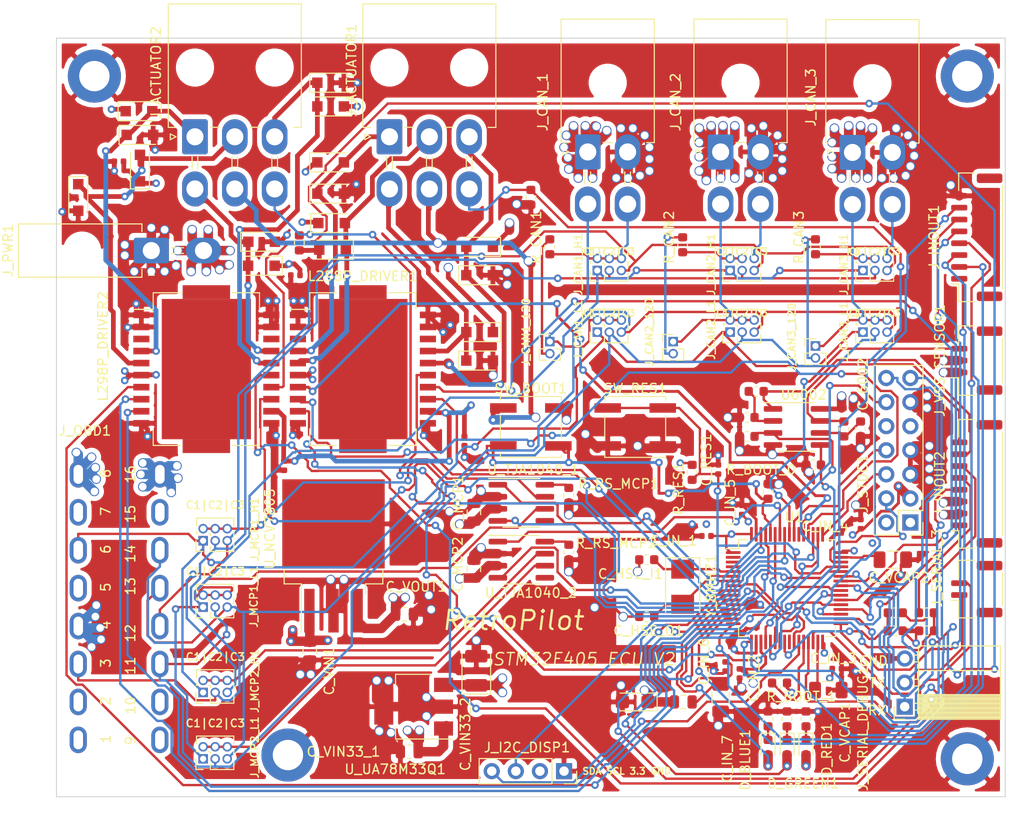
<source format=kicad_pcb>
(kicad_pcb (version 20171130) (host pcbnew 5.1.6-c6e7f7d~87~ubuntu18.04.1)
  (layers (0 F.Cu signal) (1 In1.Cu power) (2 In2.Cu power) (31 B.Cu signal) (34 B.Paste user) (35 F.Paste user) (36 B.SilkS user) (37 F.SilkS user) (38 B.Mask user) (39 F.Mask user) (44 Edge.Cuts user))
  (net 0 "")
  (net 1 GND)
  (net 2 OSCIN)
  (net 3 OSCOUT)
  (net 4 +3V3)
  (net 5 "Net-(C_IN_6-Pad1)")
  (net 6 +12V)
  (net 7 +5V)
  (net 8 NRST)
  (net 9 "Net-(C_VCAP1-Pad1)")
  (net 10 "Net-(C_VCAP2-Pad1)")
  (net 11 MCP1_H)
  (net 12 MCP1_L)
  (net 13 CAN1_RX)
  (net 14 CAN1_TX)
  (net 15 MCP2_H)
  (net 16 MCP2_L)
  (net 17 CAN2_RX)
  (net 18 CAN2_TX)
  (net 19 L298_OUT_1)
  (net 20 L298_OUT_2)
  (net 21 L298_OUT_3)
  (net 22 L298_OUT_4)
  (net 23 "Net-(D_BLUE1-Pad1)")
  (net 24 "Net-(D_GREEN1-Pad1)")
  (net 25 "Net-(D_RED1-Pad1)")
  (net 26 "Net-(J_CAN1_120-Pad2)")
  (net 27 CAN1_OUT_L)
  (net 28 CAN1_OUT_H)
  (net 29 OBD_12)
  (net 30 OBD_3)
  (net 31 OBD_6)
  (net 32 OBD_13)
  (net 33 OBD_11)
  (net 34 OBD_14)
  (net 35 "Net-(J_CAN2_120-Pad2)")
  (net 36 CAN2_OUT_L)
  (net 37 CAN2_OUT_H)
  (net 38 "Net-(J_CAN3_120-Pad2)")
  (net 39 CAN3_OUT_L)
  (net 40 CAN3_OUT_H)
  (net 41 I2C1_SDA)
  (net 42 I2C1_SCL)
  (net 43 PB_14)
  (net 44 PB_13)
  (net 45 PB_12)
  (net 46 PA_3)
  (net 47 PA_2)
  (net 48 PA_1)
  (net 49 PA_0)
  (net 50 DAC_OUT2)
  (net 51 DAC_OUT1)
  (net 52 "Net-(J_INOUT2-Pad6)")
  (net 53 "Net-(J_INOUT2-Pad5)")
  (net 54 "Net-(J_OBD1-Pad15)")
  (net 55 "Net-(J_OBD1-Pad10)")
  (net 56 "Net-(J_OBD1-Pad9)")
  (net 57 "Net-(J_OBD1-Pad7)")
  (net 58 "Net-(J_OBD1-Pad5)")
  (net 59 "Net-(J_OBD1-Pad2)")
  (net 60 "Net-(J_OBD1-Pad1)")
  (net 61 USART3_TX)
  (net 62 USART3_RX)
  (net 63 TX_STDC14)
  (net 64 RX_STDC14)
  (net 65 "Net-(J_STDC1-Pad10)")
  (net 66 "Net-(J_STDC1-Pad9)")
  (net 67 SWO)
  (net 68 SWCLK)
  (net 69 SWDIO)
  (net 70 "Net-(J_STDC1-Pad2)")
  (net 71 "Net-(J_STDC1-Pad1)")
  (net 72 "Net-(L298P_DRIVER1-Pad18)")
  (net 73 L298P_IN4)
  (net 74 L298P_ENB)
  (net 75 L298P_IN3)
  (net 76 L298P_IN2)
  (net 77 L298P_ENA)
  (net 78 L298P_IN1)
  (net 79 "Net-(L298P_DRIVER1-Pad3)")
  (net 80 BOOT0)
  (net 81 BOOT1)
  (net 82 ADC123_IN10)
  (net 83 ADC12_IN14)
  (net 84 "Net-(U1-Pad54)")
  (net 85 "Net-(U1-Pad25)")
  (net 86 "Net-(U1-Pad4)")
  (net 87 "Net-(U1-Pad3)")
  (net 88 PA_7_ADC12_IN7)
  (net 89 ADC123_IN12)
  (net 90 TIM3_CH3_PWM)
  (net 91 PB_4)
  (net 92 "Net-(U1-Pad2)")
  (net 93 "Net-(R_6002_1-Pad2)")
  (net 94 DAC_PIN2)
  (net 95 DAC_PIN1)
  (net 96 "Net-(R_6002_5-Pad2)")
  (net 97 "Net-(R_RS_MCP1-Pad1)")
  (net 98 "Net-(R_RS_MCP2-Pad1)")
  (net 99 "Net-(U_TJA1040_1-Pad5)")
  (net 100 "Net-(U_TJA1040_2-Pad5)")
  (net 101 L298_2_OUT_1)
  (net 102 L298_2_OUT_2)
  (net 103 L298_2_OUT_3)
  (net 104 L298_2_OUT_4)
  (net 105 PB_0_ADC12_IN8)
  (net 106 "Net-(L298P_DRIVER2-Pad18)")
  (net 107 L298P_2_IN4)
  (net 108 L298P_2_ENB)
  (net 109 L298P_2_IN3)
  (net 110 L298P_2_IN2)
  (net 111 L298P_2_ENA)
  (net 112 L298P_2_IN1)
  (net 113 "Net-(L298P_DRIVER2-Pad3)")
  (net 114 LED_BLUE)
  (net 115 LED_GREEN)
  (module Connector_PinSocket_2.54mm:PinSocket_1x03_P2.54mm_Horizontal (layer F.Cu) (at 120.4 99.5 180)
    (fp_text reference J_SERIAL_DEBUG1 (at 4.4 -2.3 90) (layer F.SilkS))
    (fp_text value Conn_01x02_Female)
    (pad 3 thru_hole oval (at 0 5.08 180) (size 1.7 1.7) (drill 1) (layers *.Cu *.Mask) (net 1 GND))
    (pad 2 thru_hole oval (at 0 2.54 180) (size 1.7 1.7) (drill 1) (layers *.Cu *.Mask) (net 63 TX_STDC14))
    (pad 1 thru_hole rect (at 0 0 180) (size 1.7 1.7) (drill 1) (layers *.Cu *.Mask) (net 64 RX_STDC14))
  )
  (module Connector_Molex:Molex_Mini-Fit_Jr_5569-02A2_2x01_P4.20mm_Horizontal (layer F.Cu) (at 41 51.4 90)
    (fp_text reference J_PWR1 (at 0 -15.1 90) (layer F.SilkS))
    (fp_text value Conn_01x02_Male)
    (pad 1 thru_hole roundrect (at 0 0 90) (size 2.7 3.7) (drill 1.8) (layers *.Cu *.Mask) (roundrect_rratio 0.09259299999999999) (net 1 GND))
    (pad 2 thru_hole oval (at 0 5.5 90) (size 2.7 3.7) (drill 1.8) (layers *.Cu *.Mask) (net 6 +12V))
    (pad "" np_thru_hole circle (at 0 -7.3 90) (size 3 3) (drill 3) (layers *.Cu *.Mask))
  )
  (module my_custom_parts:C-OBD-II-16M-E-N-12V (layer F.Cu) (at 37.6 89)
    (fp_text reference J_OBD1 (at -3.6 -18.6) (layer F.SilkS))
    (fp_text value "PANDA CONNECTOR")
    (pad 1 thru_hole oval (at -4.3 14) (size 1.8 2.8) (drill oval 1 2) (layers *.Cu *.Mask) (net 60 "Net-(J_OBD1-Pad1)"))
    (pad 2 thru_hole oval (at -4.3 10) (size 1.8 2.8) (drill oval 1 2) (layers *.Cu *.Mask) (net 59 "Net-(J_OBD1-Pad2)"))
    (pad 4 thru_hole oval (at -4.3 2) (size 1.8 2.8) (drill oval 1 2) (layers *.Cu *.Mask) (net 1 GND))
    (pad 3 thru_hole oval (at -4.3 6) (size 1.8 2.8) (drill oval 1 2) (layers *.Cu *.Mask) (net 30 OBD_3))
    (pad 7 thru_hole oval (at -4.3 -10) (size 1.8 2.8) (drill oval 1 2) (layers *.Cu *.Mask) (net 57 "Net-(J_OBD1-Pad7)"))
    (pad 5 thru_hole oval (at -4.3 -2) (size 1.8 2.8) (drill oval 1 2) (layers *.Cu *.Mask) (net 58 "Net-(J_OBD1-Pad5)"))
    (pad 6 thru_hole oval (at -4.3 -6) (size 1.8 2.8) (drill oval 1 2) (layers *.Cu *.Mask) (net 31 OBD_6))
    (pad 8 thru_hole oval (at -4.3 -14) (size 1.8 2.8) (drill oval 1 2) (layers *.Cu *.Mask) (net 6 +12V))
    (pad 12 thru_hole oval (at 4.3 2) (size 1.8 2.8) (drill oval 1 2) (layers *.Cu *.Mask) (net 29 OBD_12))
    (pad 16 thru_hole oval (at 4.3 -14) (size 1.8 2.8) (drill oval 1 2) (layers *.Cu *.Mask) (net 6 +12V))
    (pad 14 thru_hole oval (at 4.3 -6) (size 1.8 2.8) (drill oval 1 2) (layers *.Cu *.Mask) (net 34 OBD_14))
    (pad 15 thru_hole oval (at 4.3 -10) (size 1.8 2.8) (drill oval 1 2) (layers *.Cu *.Mask) (net 54 "Net-(J_OBD1-Pad15)"))
    (pad 11 thru_hole oval (at 4.3 6) (size 1.8 2.8) (drill oval 1 2) (layers *.Cu *.Mask) (net 33 OBD_11))
    (pad 9 thru_hole oval (at 4.3 14) (size 1.8 2.8) (drill oval 1 2) (layers *.Cu *.Mask) (net 56 "Net-(J_OBD1-Pad9)"))
    (pad 10 thru_hole oval (at 4.3 10) (size 1.8 2.8) (drill oval 1 2) (layers *.Cu *.Mask) (net 55 "Net-(J_OBD1-Pad10)"))
    (pad 13 thru_hole oval (at 4.3 -2) (size 1.8 2.8) (drill oval 1 2) (layers *.Cu *.Mask) (net 32 OBD_13))
  )
  (module Button_Switch_SMD:SW_Push_1P1T_NO_CK_KSC6xxJ (layer F.Cu) (at 81 70)
    (fp_text reference SW_BOOT1 (at 0 -4.05) (layer F.SilkS))
    (fp_text value SW_Push)
    (pad 2 smd rect (at 2.9 2) (size 2.8 1) (layers F.Cu F.Paste F.Mask) (net 80 BOOT0))
    (pad 2 smd rect (at -2.9 2) (size 2.8 1) (layers F.Cu F.Paste F.Mask) (net 80 BOOT0))
    (pad 1 smd rect (at 2.9 -2) (size 2.8 1) (layers F.Cu F.Paste F.Mask) (net 4 +3V3))
    (pad 1 smd rect (at -2.9 -2) (size 2.8 1) (layers F.Cu F.Paste F.Mask) (net 4 +3V3))
  )
  (module Button_Switch_SMD:SW_Push_1P1T_NO_CK_KSC6xxJ (layer F.Cu) (at 92 70)
    (fp_text reference SW_RES1 (at 0 -4.05) (layer F.SilkS))
    (fp_text value SW_Push)
    (pad 2 smd rect (at 2.9 2) (size 2.8 1) (layers F.Cu F.Paste F.Mask) (net 1 GND))
    (pad 2 smd rect (at -2.9 2) (size 2.8 1) (layers F.Cu F.Paste F.Mask) (net 1 GND))
    (pad 1 smd rect (at 2.9 -2) (size 2.8 1) (layers F.Cu F.Paste F.Mask) (net 8 NRST))
    (pad 1 smd rect (at -2.9 -2) (size 2.8 1) (layers F.Cu F.Paste F.Mask) (net 8 NRST))
  )
  (module Connector_PinHeader_1.27mm:PinHeader_2x03_P1.27mm_Vertical (layer F.Cu) (at 46.46 105 90)
    (fp_text reference J_MCP2_L1 (at 1.2 5.44 90) (layer F.SilkS) (effects (font (size 0.8 0.8))))
    (fp_text value Conn_02x03_Odd_Even)
    (pad 6 thru_hole oval (at 1.27 2.54 90) (size 1 1) (drill 0.65) (layers *.Cu *.Mask) (net 16 MCP2_L))
    (pad 5 thru_hole oval (at 0 2.54 90) (size 1 1) (drill 0.65) (layers *.Cu *.Mask) (net 32 OBD_13))
    (pad 4 thru_hole oval (at 1.27 1.27 90) (size 1 1) (drill 0.65) (layers *.Cu *.Mask) (net 16 MCP2_L))
    (pad 3 thru_hole oval (at 0 1.27 90) (size 1 1) (drill 0.65) (layers *.Cu *.Mask) (net 33 OBD_11))
    (pad 2 thru_hole oval (at 1.27 0 90) (size 1 1) (drill 0.65) (layers *.Cu *.Mask) (net 16 MCP2_L))
    (pad 1 thru_hole rect (at 0 0 90) (size 1 1) (drill 0.65) (layers *.Cu *.Mask) (net 34 OBD_14))
  )
  (module Connector_PinHeader_1.27mm:PinHeader_2x03_P1.27mm_Vertical (layer F.Cu) (at 46.46 98 90)
    (fp_text reference J_MCP2_H1 (at 1.2 5.44 90) (layer F.SilkS) (effects (font (size 0.8 0.8))))
    (fp_text value Conn_02x03_Odd_Even)
    (pad 6 thru_hole oval (at 1.27 2.54 90) (size 1 1) (drill 0.65) (layers *.Cu *.Mask) (net 15 MCP2_H))
    (pad 5 thru_hole oval (at 0 2.54 90) (size 1 1) (drill 0.65) (layers *.Cu *.Mask) (net 29 OBD_12))
    (pad 4 thru_hole oval (at 1.27 1.27 90) (size 1 1) (drill 0.65) (layers *.Cu *.Mask) (net 15 MCP2_H))
    (pad 3 thru_hole oval (at 0 1.27 90) (size 1 1) (drill 0.65) (layers *.Cu *.Mask) (net 30 OBD_3))
    (pad 2 thru_hole oval (at 1.27 0 90) (size 1 1) (drill 0.65) (layers *.Cu *.Mask) (net 15 MCP2_H))
    (pad 1 thru_hole rect (at 0 0 90) (size 1 1) (drill 0.65) (layers *.Cu *.Mask) (net 31 OBD_6))
  )
  (module Connector_PinHeader_1.27mm:PinHeader_2x03_P1.27mm_Vertical (layer F.Cu) (at 46.46 89 90)
    (fp_text reference J_MCP1_L1 (at 1.1 5.34 90) (layer F.SilkS) (effects (font (size 0.8 0.8))))
    (fp_text value Conn_02x03_Counter_Clockwise)
    (pad 6 thru_hole oval (at 1.27 2.54 90) (size 1 1) (drill 0.65) (layers *.Cu *.Mask) (net 12 MCP1_L))
    (pad 5 thru_hole oval (at 0 2.54 90) (size 1 1) (drill 0.65) (layers *.Cu *.Mask) (net 32 OBD_13))
    (pad 4 thru_hole oval (at 1.27 1.27 90) (size 1 1) (drill 0.65) (layers *.Cu *.Mask) (net 12 MCP1_L))
    (pad 3 thru_hole oval (at 0 1.27 90) (size 1 1) (drill 0.65) (layers *.Cu *.Mask) (net 33 OBD_11))
    (pad 2 thru_hole oval (at 1.27 0 90) (size 1 1) (drill 0.65) (layers *.Cu *.Mask) (net 12 MCP1_L))
    (pad 1 thru_hole rect (at 0 0 90) (size 1 1) (drill 0.65) (layers *.Cu *.Mask) (net 34 OBD_14))
  )
  (module Connector_PinHeader_1.27mm:PinHeader_2x03_P1.27mm_Vertical (layer F.Cu) (at 46.46 82 90)
    (fp_text reference J_MCP1_H1 (at 1.2 5.44 90) (layer F.SilkS) (effects (font (size 0.8 0.8))))
    (fp_text value Conn_02x03_Odd_Even)
    (pad 6 thru_hole oval (at 1.27 2.54 90) (size 1 1) (drill 0.65) (layers *.Cu *.Mask) (net 11 MCP1_H))
    (pad 5 thru_hole oval (at 0 2.54 90) (size 1 1) (drill 0.65) (layers *.Cu *.Mask) (net 29 OBD_12))
    (pad 4 thru_hole oval (at 1.27 1.27 90) (size 1 1) (drill 0.65) (layers *.Cu *.Mask) (net 11 MCP1_H))
    (pad 3 thru_hole oval (at 0 1.27 90) (size 1 1) (drill 0.65) (layers *.Cu *.Mask) (net 30 OBD_3))
    (pad 2 thru_hole oval (at 1.27 0 90) (size 1 1) (drill 0.65) (layers *.Cu *.Mask) (net 11 MCP1_H))
    (pad 1 thru_hole rect (at 0 0 90) (size 1 1) (drill 0.65) (layers *.Cu *.Mask) (net 31 OBD_6))
  )
  (module Connector_PinHeader_1.27mm:PinHeader_2x03_P1.27mm_Vertical (layer F.Cu) (at 116 60 90)
    (fp_text reference J_CAN3_L1 (at 0 -2 90) (layer F.SilkS) (effects (font (size 0.8 0.8))))
    (fp_text value Conn_02x03_Odd_Even)
    (pad 6 thru_hole oval (at 1.27 2.54 90) (size 1 1) (drill 0.65) (layers *.Cu *.Mask) (net 39 CAN3_OUT_L))
    (pad 5 thru_hole oval (at 0 2.54 90) (size 1 1) (drill 0.65) (layers *.Cu *.Mask) (net 32 OBD_13))
    (pad 4 thru_hole oval (at 1.27 1.27 90) (size 1 1) (drill 0.65) (layers *.Cu *.Mask) (net 39 CAN3_OUT_L))
    (pad 3 thru_hole oval (at 0 1.27 90) (size 1 1) (drill 0.65) (layers *.Cu *.Mask) (net 33 OBD_11))
    (pad 2 thru_hole oval (at 1.27 0 90) (size 1 1) (drill 0.65) (layers *.Cu *.Mask) (net 39 CAN3_OUT_L))
    (pad 1 thru_hole rect (at 0 0 90) (size 1 1) (drill 0.65) (layers *.Cu *.Mask) (net 34 OBD_14))
  )
  (module Connector_PinHeader_1.27mm:PinHeader_2x03_P1.27mm_Vertical (layer F.Cu) (at 116 53.5 90)
    (fp_text reference J_CAN3_H1 (at 0.635 -2 90) (layer F.SilkS) (effects (font (size 0.8 0.8))))
    (fp_text value Conn_02x03_Odd_Even)
    (pad 6 thru_hole oval (at 1.27 2.54 90) (size 1 1) (drill 0.65) (layers *.Cu *.Mask) (net 40 CAN3_OUT_H))
    (pad 5 thru_hole oval (at 0 2.54 90) (size 1 1) (drill 0.65) (layers *.Cu *.Mask) (net 29 OBD_12))
    (pad 4 thru_hole oval (at 1.27 1.27 90) (size 1 1) (drill 0.65) (layers *.Cu *.Mask) (net 40 CAN3_OUT_H))
    (pad 3 thru_hole oval (at 0 1.27 90) (size 1 1) (drill 0.65) (layers *.Cu *.Mask) (net 30 OBD_3))
    (pad 2 thru_hole oval (at 1.27 0 90) (size 1 1) (drill 0.65) (layers *.Cu *.Mask) (net 40 CAN3_OUT_H))
    (pad 1 thru_hole rect (at 0 0 90) (size 1 1) (drill 0.65) (layers *.Cu *.Mask) (net 31 OBD_6))
  )
  (module Connector_PinHeader_1.27mm:PinHeader_2x03_P1.27mm_Vertical (layer F.Cu) (at 102 60 90)
    (fp_text reference J_CAN2_L1 (at 0.25 -2 90) (layer F.SilkS) (effects (font (size 0.8 0.8))))
    (fp_text value Conn_02x03_Odd_Even)
    (pad 6 thru_hole oval (at 1.27 2.54 90) (size 1 1) (drill 0.65) (layers *.Cu *.Mask) (net 36 CAN2_OUT_L))
    (pad 5 thru_hole oval (at 0 2.54 90) (size 1 1) (drill 0.65) (layers *.Cu *.Mask) (net 32 OBD_13))
    (pad 4 thru_hole oval (at 1.27 1.27 90) (size 1 1) (drill 0.65) (layers *.Cu *.Mask) (net 36 CAN2_OUT_L))
    (pad 3 thru_hole oval (at 0 1.27 90) (size 1 1) (drill 0.65) (layers *.Cu *.Mask) (net 33 OBD_11))
    (pad 2 thru_hole oval (at 1.27 0 90) (size 1 1) (drill 0.65) (layers *.Cu *.Mask) (net 36 CAN2_OUT_L))
    (pad 1 thru_hole rect (at 0 0 90) (size 1 1) (drill 0.65) (layers *.Cu *.Mask) (net 34 OBD_14))
  )
  (module Connector_PinHeader_1.27mm:PinHeader_2x03_P1.27mm_Vertical (layer F.Cu) (at 102 53.5 90)
    (fp_text reference J_CAN2_H1 (at 0.635 -2 90) (layer F.SilkS) (effects (font (size 0.8 0.8))))
    (fp_text value Conn_02x03_Odd_Even)
    (pad 6 thru_hole oval (at 1.27 2.54 90) (size 1 1) (drill 0.65) (layers *.Cu *.Mask) (net 37 CAN2_OUT_H))
    (pad 5 thru_hole oval (at 0 2.54 90) (size 1 1) (drill 0.65) (layers *.Cu *.Mask) (net 29 OBD_12))
    (pad 4 thru_hole oval (at 1.27 1.27 90) (size 1 1) (drill 0.65) (layers *.Cu *.Mask) (net 37 CAN2_OUT_H))
    (pad 3 thru_hole oval (at 0 1.27 90) (size 1 1) (drill 0.65) (layers *.Cu *.Mask) (net 30 OBD_3))
    (pad 2 thru_hole oval (at 1.27 0 90) (size 1 1) (drill 0.65) (layers *.Cu *.Mask) (net 37 CAN2_OUT_H))
    (pad 1 thru_hole rect (at 0 0 90) (size 1 1) (drill 0.65) (layers *.Cu *.Mask) (net 31 OBD_6))
  )
  (module Connector_PinHeader_1.27mm:PinHeader_2x03_P1.27mm_Vertical (layer F.Cu) (at 88 60 90)
    (fp_text reference J_CAN1_L1 (at 0.25 -2 90) (layer F.SilkS) (effects (font (size 0.8 0.8))))
    (fp_text value Conn_02x03_Odd_Even)
    (pad 6 thru_hole oval (at 1.27 2.54 90) (size 1 1) (drill 0.65) (layers *.Cu *.Mask) (net 27 CAN1_OUT_L))
    (pad 5 thru_hole oval (at 0 2.54 90) (size 1 1) (drill 0.65) (layers *.Cu *.Mask) (net 32 OBD_13))
    (pad 4 thru_hole oval (at 1.27 1.27 90) (size 1 1) (drill 0.65) (layers *.Cu *.Mask) (net 27 CAN1_OUT_L))
    (pad 3 thru_hole oval (at 0 1.27 90) (size 1 1) (drill 0.65) (layers *.Cu *.Mask) (net 33 OBD_11))
    (pad 2 thru_hole oval (at 1.27 0 90) (size 1 1) (drill 0.65) (layers *.Cu *.Mask) (net 27 CAN1_OUT_L))
    (pad 1 thru_hole rect (at 0 0 90) (size 1 1) (drill 0.65) (layers *.Cu *.Mask) (net 34 OBD_14))
  )
  (module Connector_PinHeader_1.27mm:PinHeader_2x03_P1.27mm_Vertical (layer F.Cu) (at 88 53.5 90)
    (fp_text reference J_CAN1_H1 (at 0.635 -2 90) (layer F.SilkS) (effects (font (size 0.8 0.8))))
    (fp_text value Conn_02x03_Odd_Even)
    (pad 6 thru_hole oval (at 1.27 2.54 90) (size 1 1) (drill 0.65) (layers *.Cu *.Mask) (net 28 CAN1_OUT_H))
    (pad 5 thru_hole oval (at 0 2.54 90) (size 1 1) (drill 0.65) (layers *.Cu *.Mask) (net 29 OBD_12))
    (pad 4 thru_hole oval (at 1.27 1.27 90) (size 1 1) (drill 0.65) (layers *.Cu *.Mask) (net 28 CAN1_OUT_H))
    (pad 3 thru_hole oval (at 0 1.27 90) (size 1 1) (drill 0.65) (layers *.Cu *.Mask) (net 30 OBD_3))
    (pad 2 thru_hole oval (at 1.27 0 90) (size 1 1) (drill 0.65) (layers *.Cu *.Mask) (net 28 CAN1_OUT_H))
    (pad 1 thru_hole rect (at 0 0 90) (size 1 1) (drill 0.65) (layers *.Cu *.Mask) (net 31 OBD_6))
  )
  (module Package_TO_SOT_SMD:SOT-223-3_TabPin2 (layer F.Cu) (at 68.65 99.5 180)
    (fp_text reference U_UA78M33Q1 (at 1.95 -6.6) (layer F.SilkS))
    (fp_text value UA78M33QDCYRG4Q1)
    (pad 1 smd rect (at -3.15 -2.3 180) (size 2 1.5) (layers F.Cu F.Paste F.Mask) (net 7 +5V))
    (pad 3 smd rect (at -3.15 2.3 180) (size 2 1.5) (layers F.Cu F.Paste F.Mask) (net 4 +3V3))
    (pad 2 smd rect (at -3.15 0 180) (size 2 1.5) (layers F.Cu F.Paste F.Mask) (net 1 GND))
    (pad 2 smd rect (at 3.15 0 180) (size 2 3.8) (layers F.Cu F.Paste F.Mask) (net 1 GND))
  )
  (module Connector_PinHeader_1.27mm:PinHeader_1x02_P1.27mm_Vertical (layer F.Cu) (at 111 61.46)
    (fp_text reference J_CAN3_120 (at -2.5 -0.96 90) (layer F.SilkS) (effects (font (size 0.8 0.8))))
    (fp_text value Conn_01x02_Male)
    (pad 2 thru_hole oval (at 0 1.27) (size 1 1) (drill 0.65) (layers *.Cu *.Mask) (net 38 "Net-(J_CAN3_120-Pad2)"))
    (pad 1 thru_hole rect (at 0 0) (size 1 1) (drill 0.65) (layers *.Cu *.Mask) (net 39 CAN3_OUT_L))
  )
  (module Connector_PinHeader_1.27mm:PinHeader_1x02_P1.27mm_Vertical (layer F.Cu) (at 96 61)
    (fp_text reference J_CAN2_120 (at -2.5 -1 90) (layer F.SilkS) (effects (font (size 0.8 0.8))))
    (fp_text value Conn_01x02_Male)
    (pad 2 thru_hole oval (at 0 1.27) (size 1 1) (drill 0.65) (layers *.Cu *.Mask) (net 35 "Net-(J_CAN2_120-Pad2)"))
    (pad 1 thru_hole rect (at 0 0) (size 1 1) (drill 0.65) (layers *.Cu *.Mask) (net 36 CAN2_OUT_L))
  )
  (module Connector_PinHeader_1.27mm:PinHeader_1x02_P1.27mm_Vertical (layer F.Cu) (at 83 61)
    (fp_text reference J_CAN1_120 (at -2.5 -1 90) (layer F.SilkS) (effects (font (size 0.8 0.8))))
    (fp_text value Conn_01x02_Male)
    (pad 2 thru_hole oval (at 0 1.27) (size 1 1) (drill 0.65) (layers *.Cu *.Mask) (net 26 "Net-(J_CAN1_120-Pad2)"))
    (pad 1 thru_hole rect (at 0 0) (size 1 1) (drill 0.65) (layers *.Cu *.Mask) (net 27 CAN1_OUT_L))
  )
  (module Package_TO_SOT_SMD:TO-263-3_TabPin2 (layer F.Cu) (at 60.2 83.6 90)
    (fp_text reference U_NCV7805 (at 2.85 -6.7 90) (layer F.SilkS))
    (fp_text value NCV7805BD2TR4G)
    (pad 1 smd rect (at -5.775 -2.54 90) (size 4.6 1.1) (layers F.Cu F.Paste F.Mask) (net 6 +12V))
    (pad 2 smd rect (at -5.775 0 90) (size 4.6 1.1) (layers F.Cu F.Paste F.Mask) (net 1 GND))
    (pad 3 smd rect (at -5.775 2.54 90) (size 4.6 1.1) (layers F.Cu F.Paste F.Mask) (net 7 +5V))
    (pad 2 smd rect (at 3.375 0 90) (size 9.4 10.8) (layers F.Cu F.Mask) (net 1 GND))
  )
  (module Package_SO:HSOP-20-1EP_11.0x15.9mm_P1.27mm_SlugDown (layer F.Cu) (at 63.3 63.9)
    (fp_text reference L298P_DRIVER1 (at 0 -9.8) (layer F.SilkS))
    (fp_text value L298P)
    (pad 1 smd rect (at -6.85 -5.715) (size 1.7 0.7) (layers F.Cu F.Paste F.Mask) (net 1 GND))
    (pad 21 smd rect (at 0 0) (size 9.4 14.8) (layers F.Cu F.Paste F.Mask))
    (pad 2 smd rect (at -6.85 -4.445) (size 1.7 0.7) (layers F.Cu F.Paste F.Mask) (net 1 GND))
    (pad 3 smd rect (at -6.85 -3.175) (size 1.7 0.7) (layers F.Cu F.Paste F.Mask) (net 79 "Net-(L298P_DRIVER1-Pad3)"))
    (pad 4 smd rect (at -6.85 -1.905) (size 1.7 0.7) (layers F.Cu F.Paste F.Mask) (net 19 L298_OUT_1))
    (pad 5 smd rect (at -6.85 -0.635) (size 1.7 0.7) (layers F.Cu F.Paste F.Mask) (net 20 L298_OUT_2))
    (pad 6 smd rect (at -6.85 0.635) (size 1.7 0.7) (layers F.Cu F.Paste F.Mask) (net 6 +12V))
    (pad 7 smd rect (at -6.85 1.905) (size 1.7 0.7) (layers F.Cu F.Paste F.Mask) (net 78 L298P_IN1))
    (pad 8 smd rect (at -6.85 3.175) (size 1.7 0.7) (layers F.Cu F.Paste F.Mask) (net 77 L298P_ENA))
    (pad 9 smd rect (at -6.85 4.445) (size 1.7 0.7) (layers F.Cu F.Paste F.Mask) (net 76 L298P_IN2))
    (pad 10 smd rect (at -6.85 5.715) (size 1.7 0.7) (layers F.Cu F.Paste F.Mask) (net 1 GND))
    (pad 11 smd rect (at 6.85 5.715) (size 1.7 0.7) (layers F.Cu F.Paste F.Mask) (net 1 GND))
    (pad 12 smd rect (at 6.85 4.445) (size 1.7 0.7) (layers F.Cu F.Paste F.Mask) (net 7 +5V))
    (pad 13 smd rect (at 6.85 3.175) (size 1.7 0.7) (layers F.Cu F.Paste F.Mask) (net 75 L298P_IN3))
    (pad 14 smd rect (at 6.85 1.905) (size 1.7 0.7) (layers F.Cu F.Paste F.Mask) (net 74 L298P_ENB))
    (pad 15 smd rect (at 6.85 0.635) (size 1.7 0.7) (layers F.Cu F.Paste F.Mask) (net 73 L298P_IN4))
    (pad 16 smd rect (at 6.85 -0.635) (size 1.7 0.7) (layers F.Cu F.Paste F.Mask) (net 21 L298_OUT_3))
    (pad 17 smd rect (at 6.85 -1.905) (size 1.7 0.7) (layers F.Cu F.Paste F.Mask) (net 22 L298_OUT_4))
    (pad 18 smd rect (at 6.85 -3.175) (size 1.7 0.7) (layers F.Cu F.Paste F.Mask) (net 72 "Net-(L298P_DRIVER1-Pad18)"))
    (pad 19 smd rect (at 6.85 -4.445) (size 1.7 0.7) (layers F.Cu F.Paste F.Mask) (net 1 GND))
    (pad 20 smd rect (at 6.85 -5.715) (size 1.7 0.7) (layers F.Cu F.Paste F.Mask) (net 1 GND))
    (pad 21 smd rect (at 0 -8.125) (size 5 1.45) (layers F.Cu F.Paste F.Mask))
    (pad 21 smd rect (at 0 8.125) (size 5 1.45) (layers F.Cu F.Paste F.Mask))
  )
  (module Resistor_SMD:R_0603_1608Metric (layer F.Cu) (at 56.6 50.5875 90)
    (fp_text reference R_AC_POTI2 hide)
    (fp_text value 1k)
    (pad 2 smd roundrect (at 0.7875 0 90) (size 0.875 0.95) (layers F.Cu F.Paste F.Mask) (net 105 PB_0_ADC12_IN8))
    (pad 1 smd roundrect (at -0.7875 0 90) (size 0.875 0.95) (layers F.Cu F.Paste F.Mask) (net 1 GND))
  )
  (module Package_SO:HSOP-20-1EP_11.0x15.9mm_P1.27mm_SlugDown (layer F.Cu) (at 46.8 63.9)
    (fp_text reference L298P_DRIVER2 (at -10.9 -2.4 90) (layer F.SilkS))
    (fp_text value L298P)
    (pad 1 smd rect (at -6.85 -5.715) (size 1.7 0.7) (layers F.Cu F.Paste F.Mask) (net 1 GND))
    (pad 21 smd rect (at 0 0) (size 9.4 14.8) (layers F.Cu F.Paste F.Mask))
    (pad 2 smd rect (at -6.85 -4.445) (size 1.7 0.7) (layers F.Cu F.Paste F.Mask) (net 1 GND))
    (pad 3 smd rect (at -6.85 -3.175) (size 1.7 0.7) (layers F.Cu F.Paste F.Mask) (net 113 "Net-(L298P_DRIVER2-Pad3)"))
    (pad 4 smd rect (at -6.85 -1.905) (size 1.7 0.7) (layers F.Cu F.Paste F.Mask) (net 101 L298_2_OUT_1))
    (pad 5 smd rect (at -6.85 -0.635) (size 1.7 0.7) (layers F.Cu F.Paste F.Mask) (net 102 L298_2_OUT_2))
    (pad 6 smd rect (at -6.85 0.635) (size 1.7 0.7) (layers F.Cu F.Paste F.Mask) (net 6 +12V))
    (pad 7 smd rect (at -6.85 1.905) (size 1.7 0.7) (layers F.Cu F.Paste F.Mask) (net 112 L298P_2_IN1))
    (pad 8 smd rect (at -6.85 3.175) (size 1.7 0.7) (layers F.Cu F.Paste F.Mask) (net 111 L298P_2_ENA))
    (pad 9 smd rect (at -6.85 4.445) (size 1.7 0.7) (layers F.Cu F.Paste F.Mask) (net 110 L298P_2_IN2))
    (pad 10 smd rect (at -6.85 5.715) (size 1.7 0.7) (layers F.Cu F.Paste F.Mask) (net 1 GND))
    (pad 11 smd rect (at 6.85 5.715) (size 1.7 0.7) (layers F.Cu F.Paste F.Mask) (net 1 GND))
    (pad 12 smd rect (at 6.85 4.445) (size 1.7 0.7) (layers F.Cu F.Paste F.Mask) (net 7 +5V))
    (pad 13 smd rect (at 6.85 3.175) (size 1.7 0.7) (layers F.Cu F.Paste F.Mask) (net 109 L298P_2_IN3))
    (pad 14 smd rect (at 6.85 1.905) (size 1.7 0.7) (layers F.Cu F.Paste F.Mask) (net 108 L298P_2_ENB))
    (pad 15 smd rect (at 6.85 0.635) (size 1.7 0.7) (layers F.Cu F.Paste F.Mask) (net 107 L298P_2_IN4))
    (pad 16 smd rect (at 6.85 -0.635) (size 1.7 0.7) (layers F.Cu F.Paste F.Mask) (net 103 L298_2_OUT_3))
    (pad 17 smd rect (at 6.85 -1.905) (size 1.7 0.7) (layers F.Cu F.Paste F.Mask) (net 104 L298_2_OUT_4))
    (pad 18 smd rect (at 6.85 -3.175) (size 1.7 0.7) (layers F.Cu F.Paste F.Mask) (net 106 "Net-(L298P_DRIVER2-Pad18)"))
    (pad 19 smd rect (at 6.85 -4.445) (size 1.7 0.7) (layers F.Cu F.Paste F.Mask) (net 1 GND))
    (pad 20 smd rect (at 6.85 -5.715) (size 1.7 0.7) (layers F.Cu F.Paste F.Mask) (net 1 GND))
    (pad 21 smd rect (at 0 -8.125) (size 5 1.45) (layers F.Cu F.Paste F.Mask))
    (pad 21 smd rect (at 0 8.125) (size 5 1.45) (layers F.Cu F.Paste F.Mask))
  )
  (module Connector_Molex:Molex_Mini-Fit_Jr_5569-06A2_2x03_P4.20mm_Horizontal (layer F.Cu) (at 45.6 39.4)
    (fp_text reference J_ACTUATOR2 (at -4.1 -6.75 90) (layer F.SilkS))
    (fp_text value "Conn_01x06_Female (Actuator)")
    (pad 1 thru_hole roundrect (at 0 0) (size 2.7 3.7) (drill 1.8) (layers *.Cu *.Mask) (roundrect_rratio 0.09259299999999999) (net 101 L298_2_OUT_1))
    (pad 2 thru_hole oval (at 4.2 0) (size 2.7 3.7) (drill 1.8) (layers *.Cu *.Mask) (net 102 L298_2_OUT_2))
    (pad 3 thru_hole oval (at 8.4 0) (size 2.7 3.7) (drill 1.8) (layers *.Cu *.Mask) (net 103 L298_2_OUT_3))
    (pad 4 thru_hole oval (at 0 5.5) (size 2.7 3.7) (drill 1.8) (layers *.Cu *.Mask) (net 104 L298_2_OUT_4))
    (pad 5 thru_hole oval (at 4.2 5.5) (size 2.7 3.7) (drill 1.8) (layers *.Cu *.Mask) (net 4 +3V3))
    (pad 6 thru_hole oval (at 8.4 5.5) (size 2.7 3.7) (drill 1.8) (layers *.Cu *.Mask) (net 105 PB_0_ADC12_IN8))
    (pad "" np_thru_hole circle (at 0 -7.3) (size 3 3) (drill 3) (layers *.Cu *.Mask))
    (pad "" np_thru_hole circle (at 8.4 -7.3) (size 3 3) (drill 3) (layers *.Cu *.Mask))
  )
  (module Diode_SMD:D_SOD-123F (layer F.Cu) (at 52.625 50.47)
    (fp_text reference D2_8 hide)
    (fp_text value SM4007)
    (pad 2 smd rect (at 1.4 0) (size 1.1 1.1) (layers F.Cu F.Paste F.Mask) (net 1 GND))
    (pad 1 smd rect (at -1.4 0) (size 1.1 1.1) (layers F.Cu F.Paste F.Mask) (net 104 L298_2_OUT_4))
  )
  (module Diode_SMD:D_SOD-123F (layer F.Cu) (at 59.9 33.7)
    (fp_text reference D2_7 hide)
    (fp_text value SM4007)
    (pad 2 smd rect (at 1.4 0) (size 1.1 1.1) (layers F.Cu F.Paste F.Mask) (net 1 GND))
    (pad 1 smd rect (at -1.4 0) (size 1.1 1.1) (layers F.Cu F.Paste F.Mask) (net 103 L298_2_OUT_3))
  )
  (module Diode_SMD:D_SOD-123F (layer F.Cu) (at 33.3 45.8 270)
    (fp_text reference D2_6 hide)
    (fp_text value SM4007)
    (pad 2 smd rect (at 1.4 0 270) (size 1.1 1.1) (layers F.Cu F.Paste F.Mask) (net 1 GND))
    (pad 1 smd rect (at -1.4 0 270) (size 1.1 1.1) (layers F.Cu F.Paste F.Mask) (net 102 L298_2_OUT_2))
  )
  (module Diode_SMD:D_SOD-123F (layer F.Cu) (at 39.8 39.2)
    (fp_text reference D2_5 hide)
    (fp_text value SM4007)
    (pad 2 smd rect (at 1.4 0) (size 1.1 1.1) (layers F.Cu F.Paste F.Mask) (net 1 GND))
    (pad 1 smd rect (at -1.4 0) (size 1.1 1.1) (layers F.Cu F.Paste F.Mask) (net 101 L298_2_OUT_1))
  )
  (module Diode_SMD:D_SOD-123F (layer F.Cu) (at 52.6 53 180)
    (fp_text reference D2_4 hide)
    (fp_text value SM4007)
    (pad 2 smd rect (at 1.4 0 180) (size 1.1 1.1) (layers F.Cu F.Paste F.Mask) (net 104 L298_2_OUT_4))
    (pad 1 smd rect (at -1.4 0 180) (size 1.1 1.1) (layers F.Cu F.Paste F.Mask) (net 6 +12V))
  )
  (module Diode_SMD:D_SOD-123F (layer F.Cu) (at 59.9 36.2 180)
    (fp_text reference D2_3 hide)
    (fp_text value SM4007)
    (pad 2 smd rect (at 1.4 0 180) (size 1.1 1.1) (layers F.Cu F.Paste F.Mask) (net 103 L298_2_OUT_3))
    (pad 1 smd rect (at -1.4 0 180) (size 1.1 1.1) (layers F.Cu F.Paste F.Mask) (net 6 +12V))
  )
  (module Diode_SMD:D_SOD-123F (layer F.Cu) (at 39.8 42.7 90)
    (fp_text reference D2_2 hide)
    (fp_text value SM4007)
    (pad 2 smd rect (at 1.4 0 90) (size 1.1 1.1) (layers F.Cu F.Paste F.Mask) (net 102 L298_2_OUT_2))
    (pad 1 smd rect (at -1.4 0 90) (size 1.1 1.1) (layers F.Cu F.Paste F.Mask) (net 6 +12V))
  )
  (module Diode_SMD:D_SOD-123F (layer F.Cu) (at 39.7 36.7)
    (fp_text reference D2_1 hide)
    (fp_text value SM4007)
    (pad 2 smd rect (at 1.4 0) (size 1.1 1.1) (layers F.Cu F.Paste F.Mask) (net 101 L298_2_OUT_1))
    (pad 1 smd rect (at -1.4 0) (size 1.1 1.1) (layers F.Cu F.Paste F.Mask) (net 6 +12V))
  )
  (module Capacitor_SMD:C_0402_1005Metric (layer F.Cu) (at 55 74.085 270)
    (fp_text reference C_L298_5V2 hide)
    (fp_text value 100nF)
    (pad 2 smd roundrect (at 0.485 0 270) (size 0.59 0.64) (layers F.Cu F.Paste F.Mask) (net 1 GND))
    (pad 1 smd roundrect (at -0.485 0 270) (size 0.59 0.64) (layers F.Cu F.Paste F.Mask) (net 7 +5V))
  )
  (module Capacitor_SMD:C_0402_1005Metric (layer F.Cu) (at 37.585 42 180)
    (fp_text reference C_L298_12V2 hide)
    (fp_text value 100nF)
    (pad 2 smd roundrect (at 0.485 0 180) (size 0.59 0.64) (layers F.Cu F.Paste F.Mask) (net 1 GND))
    (pad 1 smd roundrect (at -0.485 0 180) (size 0.59 0.64) (layers F.Cu F.Paste F.Mask) (net 6 +12V))
  )
  (module Package_QFP:LQFP-64_10x10mm_P0.5mm (layer F.Cu) (at 108 87)
    (fp_text reference U1 (at 0.75 -7.5) (layer F.SilkS))
    (fp_text value STM32F405RGTx)
    (pad 64 smd roundrect (at -3.75 -5.675) (size 0.3 1.55) (layers F.Cu F.Paste F.Mask) (net 4 +3V3))
    (pad 63 smd roundrect (at -3.25 -5.675) (size 0.3 1.55) (layers F.Cu F.Paste F.Mask) (net 1 GND))
    (pad 62 smd roundrect (at -2.75 -5.675) (size 0.3 1.55) (layers F.Cu F.Paste F.Mask) (net 109 L298P_2_IN3))
    (pad 61 smd roundrect (at -2.25 -5.675) (size 0.3 1.55) (layers F.Cu F.Paste F.Mask) (net 42 I2C1_SCL))
    (pad 60 smd roundrect (at -1.75 -5.675) (size 0.3 1.55) (layers F.Cu F.Paste F.Mask) (net 80 BOOT0))
    (pad 59 smd roundrect (at -1.25 -5.675) (size 0.3 1.55) (layers F.Cu F.Paste F.Mask) (net 41 I2C1_SDA))
    (pad 58 smd roundrect (at -0.75 -5.675) (size 0.3 1.55) (layers F.Cu F.Paste F.Mask) (net 18 CAN2_TX))
    (pad 57 smd roundrect (at -0.25 -5.675) (size 0.3 1.55) (layers F.Cu F.Paste F.Mask) (net 17 CAN2_RX))
    (pad 56 smd roundrect (at 0.25 -5.675) (size 0.3 1.55) (layers F.Cu F.Paste F.Mask) (net 91 PB_4))
    (pad 55 smd roundrect (at 0.75 -5.675) (size 0.3 1.55) (layers F.Cu F.Paste F.Mask) (net 67 SWO))
    (pad 54 smd roundrect (at 1.25 -5.675) (size 0.3 1.55) (layers F.Cu F.Paste F.Mask) (net 84 "Net-(U1-Pad54)"))
    (pad 53 smd roundrect (at 1.75 -5.675) (size 0.3 1.55) (layers F.Cu F.Paste F.Mask) (net 78 L298P_IN1))
    (pad 52 smd roundrect (at 2.25 -5.675) (size 0.3 1.55) (layers F.Cu F.Paste F.Mask) (net 76 L298P_IN2))
    (pad 51 smd roundrect (at 2.75 -5.675) (size 0.3 1.55) (layers F.Cu F.Paste F.Mask) (net 75 L298P_IN3))
    (pad 50 smd roundrect (at 3.25 -5.675) (size 0.3 1.55) (layers F.Cu F.Paste F.Mask) (net 112 L298P_2_IN1))
    (pad 49 smd roundrect (at 3.75 -5.675) (size 0.3 1.55) (layers F.Cu F.Paste F.Mask) (net 68 SWCLK))
    (pad 48 smd roundrect (at 5.675 -3.75) (size 1.55 0.3) (layers F.Cu F.Paste F.Mask) (net 4 +3V3))
    (pad 47 smd roundrect (at 5.675 -3.25) (size 1.55 0.3) (layers F.Cu F.Paste F.Mask) (net 10 "Net-(C_VCAP2-Pad1)"))
    (pad 46 smd roundrect (at 5.675 -2.75) (size 1.55 0.3) (layers F.Cu F.Paste F.Mask) (net 69 SWDIO))
    (pad 45 smd roundrect (at 5.675 -2.25) (size 1.55 0.3) (layers F.Cu F.Paste F.Mask) (net 14 CAN1_TX))
    (pad 44 smd roundrect (at 5.675 -1.75) (size 1.55 0.3) (layers F.Cu F.Paste F.Mask) (net 13 CAN1_RX))
    (pad 43 smd roundrect (at 5.675 -1.25) (size 1.55 0.3) (layers F.Cu F.Paste F.Mask) (net 64 RX_STDC14))
    (pad 42 smd roundrect (at 5.675 -0.75) (size 1.55 0.3) (layers F.Cu F.Paste F.Mask) (net 63 TX_STDC14))
    (pad 41 smd roundrect (at 5.675 -0.25) (size 1.55 0.3) (layers F.Cu F.Paste F.Mask) (net 108 L298P_2_ENB))
    (pad 40 smd roundrect (at 5.675 0.25) (size 1.55 0.3) (layers F.Cu F.Paste F.Mask) (net 73 L298P_IN4))
    (pad 39 smd roundrect (at 5.675 0.75) (size 1.55 0.3) (layers F.Cu F.Paste F.Mask) (net 90 TIM3_CH3_PWM))
    (pad 38 smd roundrect (at 5.675 1.25) (size 1.55 0.3) (layers F.Cu F.Paste F.Mask) (net 74 L298P_ENB))
    (pad 37 smd roundrect (at 5.675 1.75) (size 1.55 0.3) (layers F.Cu F.Paste F.Mask) (net 77 L298P_ENA))
    (pad 36 smd roundrect (at 5.675 2.25) (size 1.55 0.3) (layers F.Cu F.Paste F.Mask) (net 107 L298P_2_IN4))
    (pad 35 smd roundrect (at 5.675 2.75) (size 1.55 0.3) (layers F.Cu F.Paste F.Mask) (net 43 PB_14))
    (pad 34 smd roundrect (at 5.675 3.25) (size 1.55 0.3) (layers F.Cu F.Paste F.Mask) (net 44 PB_13))
    (pad 33 smd roundrect (at 5.675 3.75) (size 1.55 0.3) (layers F.Cu F.Paste F.Mask) (net 45 PB_12))
    (pad 32 smd roundrect (at 3.75 5.675) (size 0.3 1.55) (layers F.Cu F.Paste F.Mask) (net 4 +3V3))
    (pad 31 smd roundrect (at 3.25 5.675) (size 0.3 1.55) (layers F.Cu F.Paste F.Mask) (net 9 "Net-(C_VCAP1-Pad1)"))
    (pad 30 smd roundrect (at 2.75 5.675) (size 0.3 1.55) (layers F.Cu F.Paste F.Mask) (net 62 USART3_RX))
    (pad 29 smd roundrect (at 2.25 5.675) (size 0.3 1.55) (layers F.Cu F.Paste F.Mask) (net 61 USART3_TX))
    (pad 28 smd roundrect (at 1.75 5.675) (size 0.3 1.55) (layers F.Cu F.Paste F.Mask) (net 81 BOOT1))
    (pad 27 smd roundrect (at 1.25 5.675) (size 0.3 1.55) (layers F.Cu F.Paste F.Mask) (net 110 L298P_2_IN2))
    (pad 26 smd roundrect (at 0.75 5.675) (size 0.3 1.55) (layers F.Cu F.Paste F.Mask) (net 105 PB_0_ADC12_IN8))
    (pad 25 smd roundrect (at 0.25 5.675) (size 0.3 1.55) (layers F.Cu F.Paste F.Mask) (net 85 "Net-(U1-Pad25)"))
    (pad 24 smd roundrect (at -0.25 5.675) (size 0.3 1.55) (layers F.Cu F.Paste F.Mask) (net 83 ADC12_IN14))
    (pad 23 smd roundrect (at -0.75 5.675) (size 0.3 1.55) (layers F.Cu F.Paste F.Mask) (net 88 PA_7_ADC12_IN7))
    (pad 22 smd roundrect (at -1.25 5.675) (size 0.3 1.55) (layers F.Cu F.Paste F.Mask) (net 111 L298P_2_ENA))
    (pad 21 smd roundrect (at -1.75 5.675) (size 0.3 1.55) (layers F.Cu F.Paste F.Mask) (net 94 DAC_PIN2))
    (pad 20 smd roundrect (at -2.25 5.675) (size 0.3 1.55) (layers F.Cu F.Paste F.Mask) (net 95 DAC_PIN1))
    (pad 19 smd roundrect (at -2.75 5.675) (size 0.3 1.55) (layers F.Cu F.Paste F.Mask) (net 4 +3V3))
    (pad 18 smd roundrect (at -3.25 5.675) (size 0.3 1.55) (layers F.Cu F.Paste F.Mask) (net 1 GND))
    (pad 17 smd roundrect (at -3.75 5.675) (size 0.3 1.55) (layers F.Cu F.Paste F.Mask) (net 46 PA_3))
    (pad 16 smd roundrect (at -5.675 3.75) (size 1.55 0.3) (layers F.Cu F.Paste F.Mask) (net 47 PA_2))
    (pad 15 smd roundrect (at -5.675 3.25) (size 1.55 0.3) (layers F.Cu F.Paste F.Mask) (net 48 PA_1))
    (pad 14 smd roundrect (at -5.675 2.75) (size 1.55 0.3) (layers F.Cu F.Paste F.Mask) (net 49 PA_0))
    (pad 13 smd roundrect (at -5.675 2.25) (size 1.55 0.3) (layers F.Cu F.Paste F.Mask) (net 5 "Net-(C_IN_6-Pad1)"))
    (pad 12 smd roundrect (at -5.675 1.75) (size 1.55 0.3) (layers F.Cu F.Paste F.Mask) (net 1 GND))
    (pad 11 smd roundrect (at -5.675 1.25) (size 1.55 0.3) (layers F.Cu F.Paste F.Mask) (net 114 LED_BLUE))
    (pad 10 smd roundrect (at -5.675 0.75) (size 1.55 0.3) (layers F.Cu F.Paste F.Mask) (net 89 ADC123_IN12))
    (pad 9 smd roundrect (at -5.675 0.25) (size 1.55 0.3) (layers F.Cu F.Paste F.Mask) (net 115 LED_GREEN))
    (pad 8 smd roundrect (at -5.675 -0.25) (size 1.55 0.3) (layers F.Cu F.Paste F.Mask) (net 82 ADC123_IN10))
    (pad 7 smd roundrect (at -5.675 -0.75) (size 1.55 0.3) (layers F.Cu F.Paste F.Mask) (net 8 NRST))
    (pad 6 smd roundrect (at -5.675 -1.25) (size 1.55 0.3) (layers F.Cu F.Paste F.Mask) (net 3 OSCOUT))
    (pad 5 smd roundrect (at -5.675 -1.75) (size 1.55 0.3) (layers F.Cu F.Paste F.Mask) (net 2 OSCIN))
    (pad 4 smd roundrect (at -5.675 -2.25) (size 1.55 0.3) (layers F.Cu F.Paste F.Mask) (net 86 "Net-(U1-Pad4)"))
    (pad 3 smd roundrect (at -5.675 -2.75) (size 1.55 0.3) (layers F.Cu F.Paste F.Mask) (net 87 "Net-(U1-Pad3)"))
    (pad 2 smd roundrect (at -5.675 -3.25) (size 1.55 0.3) (layers F.Cu F.Paste F.Mask) (net 92 "Net-(U1-Pad2)"))
    (pad 1 smd roundrect (at -5.675 -3.75) (size 1.55 0.3) (layers F.Cu F.Paste F.Mask) (net 4 +3V3))
  )
  (module Connector_Molex:Molex_CLIK-Mate_502386-0270_1x02-1MP_P1.25mm_Horizontal (layer F.Cu) (at 128 87.1 90)
    (fp_text reference J_SERIAL_3 (at 2.2 -4.2 90) (layer F.SilkS))
    (fp_text value Conn_01x02_Female)
    (pad 1 smd roundrect (at -0.625 -1.85 90) (size 0.6 1.7) (layers F.Cu F.Paste F.Mask) (net 62 USART3_RX))
    (pad 2 smd roundrect (at 0.625 -1.85 90) (size 0.6 1.7) (layers F.Cu F.Paste F.Mask) (net 61 USART3_TX))
    (pad MP smd roundrect (at -2.475 1.35 90) (size 1 2.7) (layers F.Cu F.Paste F.Mask))
    (pad MP smd roundrect (at 2.475 1.35 90) (size 1 2.7) (layers F.Cu F.Paste F.Mask))
  )
  (module Package_SO:SOIC-8_3.9x4.9mm_P1.27mm (layer F.Cu) (at 80 84)
    (fp_text reference U_TJA1040_2 (at 1 3.5) (layer F.SilkS))
    (fp_text value TJA1040T)
    (pad 8 smd roundrect (at 2.475 -1.905) (size 1.95 0.6) (layers F.Cu F.Paste F.Mask) (net 98 "Net-(R_RS_MCP2-Pad1)"))
    (pad 7 smd roundrect (at 2.475 -0.635) (size 1.95 0.6) (layers F.Cu F.Paste F.Mask) (net 15 MCP2_H))
    (pad 6 smd roundrect (at 2.475 0.635) (size 1.95 0.6) (layers F.Cu F.Paste F.Mask) (net 16 MCP2_L))
    (pad 5 smd roundrect (at 2.475 1.905) (size 1.95 0.6) (layers F.Cu F.Paste F.Mask) (net 100 "Net-(U_TJA1040_2-Pad5)"))
    (pad 4 smd roundrect (at -2.475 1.905) (size 1.95 0.6) (layers F.Cu F.Paste F.Mask) (net 17 CAN2_RX))
    (pad 3 smd roundrect (at -2.475 0.635) (size 1.95 0.6) (layers F.Cu F.Paste F.Mask) (net 7 +5V))
    (pad 2 smd roundrect (at -2.475 -0.635) (size 1.95 0.6) (layers F.Cu F.Paste F.Mask) (net 1 GND))
    (pad 1 smd roundrect (at -2.475 -1.905) (size 1.95 0.6) (layers F.Cu F.Paste F.Mask) (net 18 CAN2_TX))
  )
  (module Package_SO:SOIC-8_3.9x4.9mm_P1.27mm (layer F.Cu) (at 80 78)
    (fp_text reference U_TJA1040_1 (at 1.25 -3.5) (layer F.SilkS))
    (fp_text value TJA1040T)
    (pad 8 smd roundrect (at 2.475 -1.905) (size 1.95 0.6) (layers F.Cu F.Paste F.Mask) (net 97 "Net-(R_RS_MCP1-Pad1)"))
    (pad 7 smd roundrect (at 2.475 -0.635) (size 1.95 0.6) (layers F.Cu F.Paste F.Mask) (net 11 MCP1_H))
    (pad 6 smd roundrect (at 2.475 0.635) (size 1.95 0.6) (layers F.Cu F.Paste F.Mask) (net 12 MCP1_L))
    (pad 5 smd roundrect (at 2.475 1.905) (size 1.95 0.6) (layers F.Cu F.Paste F.Mask) (net 99 "Net-(U_TJA1040_1-Pad5)"))
    (pad 4 smd roundrect (at -2.475 1.905) (size 1.95 0.6) (layers F.Cu F.Paste F.Mask) (net 13 CAN1_RX))
    (pad 3 smd roundrect (at -2.475 0.635) (size 1.95 0.6) (layers F.Cu F.Paste F.Mask) (net 7 +5V))
    (pad 2 smd roundrect (at -2.475 -0.635) (size 1.95 0.6) (layers F.Cu F.Paste F.Mask) (net 1 GND))
    (pad 1 smd roundrect (at -2.475 -1.905) (size 1.95 0.6) (layers F.Cu F.Paste F.Mask) (net 14 CAN1_TX))
  )
  (module Package_SO:SOIC-8_3.9x4.9mm_P1.27mm (layer F.Cu) (at 109 70)
    (fp_text reference U6002 (at 0.75 -3.4) (layer F.SilkS))
    (fp_text value MCP6002-xMS)
    (pad 8 smd roundrect (at 2.475 -1.905) (size 1.95 0.6) (layers F.Cu F.Paste F.Mask) (net 7 +5V))
    (pad 7 smd roundrect (at 2.475 -0.635) (size 1.95 0.6) (layers F.Cu F.Paste F.Mask) (net 50 DAC_OUT2))
    (pad 6 smd roundrect (at 2.475 0.635) (size 1.95 0.6) (layers F.Cu F.Paste F.Mask) (net 93 "Net-(R_6002_1-Pad2)"))
    (pad 5 smd roundrect (at 2.475 1.905) (size 1.95 0.6) (layers F.Cu F.Paste F.Mask) (net 94 DAC_PIN2))
    (pad 4 smd roundrect (at -2.475 1.905) (size 1.95 0.6) (layers F.Cu F.Paste F.Mask) (net 1 GND))
    (pad 3 smd roundrect (at -2.475 0.635) (size 1.95 0.6) (layers F.Cu F.Paste F.Mask) (net 95 DAC_PIN1))
    (pad 2 smd roundrect (at -2.475 -0.635) (size 1.95 0.6) (layers F.Cu F.Paste F.Mask) (net 96 "Net-(R_6002_5-Pad2)"))
    (pad 1 smd roundrect (at -2.475 -1.905) (size 1.95 0.6) (layers F.Cu F.Paste F.Mask) (net 51 DAC_OUT1))
  )
  (module Resistor_SMD:R_0603_1608Metric (layer F.Cu) (at 104.75 66.25)
    (fp_text reference R_6002_6 hide)
    (fp_text value 10K)
    (pad 2 smd roundrect (at 0.7875 0) (size 0.875 0.95) (layers F.Cu F.Paste F.Mask) (net 51 DAC_OUT1))
    (pad 1 smd roundrect (at -0.7875 0) (size 0.875 0.95) (layers F.Cu F.Paste F.Mask) (net 96 "Net-(R_6002_5-Pad2)"))
  )
  (module Resistor_SMD:R_0603_1608Metric (layer F.Cu) (at 103.788 69)
    (fp_text reference R_6002_5 hide)
    (fp_text value 10K)
    (pad 2 smd roundrect (at 0.7875 0) (size 0.875 0.95) (layers F.Cu F.Paste F.Mask) (net 96 "Net-(R_6002_5-Pad2)"))
    (pad 1 smd roundrect (at -0.7875 0) (size 0.875 0.95) (layers F.Cu F.Paste F.Mask) (net 1 GND))
  )
  (module Resistor_SMD:R_0603_1608Metric (layer F.Cu) (at 103.788 71)
    (fp_text reference R_6002_4 hide)
    (fp_text value 10K)
    (pad 2 smd roundrect (at 0.7875 0) (size 0.875 0.95) (layers F.Cu F.Paste F.Mask) (net 95 DAC_PIN1))
    (pad 1 smd roundrect (at -0.7875 0) (size 0.875 0.95) (layers F.Cu F.Paste F.Mask) (net 1 GND))
  )
  (module Resistor_SMD:R_0603_1608Metric (layer F.Cu) (at 110.788 74)
    (fp_text reference R_6002_3 hide)
    (fp_text value 10K)
    (pad 2 smd roundrect (at 0.7875 0) (size 0.875 0.95) (layers F.Cu F.Paste F.Mask) (net 94 DAC_PIN2))
    (pad 1 smd roundrect (at -0.7875 0) (size 0.875 0.95) (layers F.Cu F.Paste F.Mask) (net 1 GND))
  )
  (module Resistor_SMD:R_0603_1608Metric (layer F.Cu) (at 114 70.2125 90)
    (fp_text reference R_6002_2 hide)
    (fp_text value 10K)
    (pad 2 smd roundrect (at 0.7875 0 90) (size 0.875 0.95) (layers F.Cu F.Paste F.Mask) (net 50 DAC_OUT2))
    (pad 1 smd roundrect (at -0.7875 0 90) (size 0.875 0.95) (layers F.Cu F.Paste F.Mask) (net 93 "Net-(R_6002_1-Pad2)"))
  )
  (module Resistor_SMD:R_0603_1608Metric (layer F.Cu) (at 115.75 70.2125 90)
    (fp_text reference R_6002_1 hide)
    (fp_text value 10K)
    (pad 2 smd roundrect (at 0.7875 0 90) (size 0.875 0.95) (layers F.Cu F.Paste F.Mask) (net 93 "Net-(R_6002_1-Pad2)"))
    (pad 1 smd roundrect (at -0.7875 0 90) (size 0.875 0.95) (layers F.Cu F.Paste F.Mask) (net 1 GND))
  )
  (module Capacitor_SMD:C_0402_1005Metric (layer F.Cu) (at 114.485 68)
    (fp_text reference C_6002 (at 1.515 -2.5 90) (layer F.SilkS))
    (fp_text value 100nF)
    (pad 2 smd roundrect (at 0.485 0) (size 0.59 0.64) (layers F.Cu F.Paste F.Mask) (net 1 GND))
    (pad 1 smd roundrect (at -0.485 0) (size 0.59 0.64) (layers F.Cu F.Paste F.Mask) (net 7 +5V))
  )
  (module MountingHole:MountingHole_3.2mm_M3_DIN965_Pad (layer F.Cu) (at 55.4 104.6)
    (fp_text reference H4 hide)
    (fp_text value MountingHole_Pad)
    (pad 1 thru_hole circle (at 0 0) (size 5.6 5.6) (drill 3.2) (layers *.Cu *.Mask) (net 1 GND))
  )
  (module MountingHole:MountingHole_3.2mm_M3_DIN965_Pad (layer F.Cu) (at 127 105)
    (fp_text reference H3 hide)
    (fp_text value MountingHole_Pad)
    (pad 1 thru_hole circle (at 0 0) (size 5.6 5.6) (drill 3.2) (layers *.Cu *.Mask) (net 1 GND))
  )
  (module MountingHole:MountingHole_3.2mm_M3_DIN965_Pad (layer F.Cu) (at 127 33)
    (fp_text reference H2 hide)
    (fp_text value MountingHole_Pad)
    (pad 1 thru_hole circle (at 0 0) (size 5.6 5.6) (drill 3.2) (layers *.Cu *.Mask) (net 1 GND))
  )
  (module MountingHole:MountingHole_3.2mm_M3_DIN965_Pad (layer F.Cu) (at 35 33)
    (fp_text reference H1 hide)
    (fp_text value MountingHole_Pad)
    (pad 1 thru_hole circle (at 0 0) (size 5.6 5.6) (drill 3.2) (layers *.Cu *.Mask) (net 1 GND))
  )
  (module Connector_Molex:Molex_CLIK-Mate_502386-0370_1x03-1MP_P1.25mm_Horizontal (layer F.Cu) (at 128 63 90)
    (fp_text reference J_VSS_SENSOR1 (at 0 -3.9 90) (layer F.SilkS))
    (fp_text value Conn_01x03_Female)
    (pad 1 smd roundrect (at -1.25 -1.85 90) (size 0.6 1.7) (layers F.Cu F.Paste F.Mask) (net 7 +5V))
    (pad 2 smd roundrect (at 0 -1.85 90) (size 0.6 1.7) (layers F.Cu F.Paste F.Mask) (net 1 GND))
    (pad 3 smd roundrect (at 1.25 -1.85 90) (size 0.6 1.7) (layers F.Cu F.Paste F.Mask) (net 91 PB_4))
    (pad MP smd roundrect (at -3.1 1.35 90) (size 1 2.7) (layers F.Cu F.Paste F.Mask))
    (pad MP smd roundrect (at 3.1 1.35 90) (size 1 2.7) (layers F.Cu F.Paste F.Mask))
  )
  (module Crystal:Crystal_SMD_5032-2Pin_5.0x3.2mm (layer F.Cu) (at 97 86.85 270)
    (fp_text reference Y_8MHZ1 (at -0.1 -3 90) (layer F.SilkS))
    (fp_text value 8Mhz)
    (pad 2 smd rect (at 1.85 0 270) (size 2 2.4) (layers F.Cu F.Paste F.Mask) (net 3 OSCOUT))
    (pad 1 smd rect (at -1.85 0 270) (size 2 2.4) (layers F.Cu F.Paste F.Mask) (net 2 OSCIN))
  )
  (module Resistor_SMD:R_0603_1608Metric (layer F.Cu) (at 85 83.2125 270)
    (fp_text reference R_RS_MCP2 (at -0.9625 -5 180) (layer F.SilkS))
    (fp_text value 1k)
    (pad 2 smd roundrect (at 0.7875 0 270) (size 0.875 0.95) (layers F.Cu F.Paste F.Mask) (net 1 GND))
    (pad 1 smd roundrect (at -0.7875 0 270) (size 0.875 0.95) (layers F.Cu F.Paste F.Mask) (net 98 "Net-(R_RS_MCP2-Pad1)"))
  )
  (module Resistor_SMD:R_0603_1608Metric (layer F.Cu) (at 85 77.2125 270)
    (fp_text reference R_RS_MCP1 (at -1.2125 -5.25 180) (layer F.SilkS))
    (fp_text value 1k)
    (pad 2 smd roundrect (at 0.7875 0 270) (size 0.875 0.95) (layers F.Cu F.Paste F.Mask) (net 1 GND))
    (pad 1 smd roundrect (at -0.7875 0 270) (size 0.875 0.95) (layers F.Cu F.Paste F.Mask) (net 97 "Net-(R_RS_MCP1-Pad1)"))
  )
  (module Resistor_SMD:R_0603_1608Metric (layer F.Cu) (at 98 74.7875 90)
    (fp_text reference R_RES1 (at -1.7125 -1.43 90) (layer F.SilkS))
    (fp_text value 10K)
    (pad 2 smd roundrect (at 0.7875 0 90) (size 0.875 0.95) (layers F.Cu F.Paste F.Mask) (net 4 +3V3))
    (pad 1 smd roundrect (at -0.7875 0 90) (size 0.875 0.95) (layers F.Cu F.Paste F.Mask) (net 8 NRST))
  )
  (module Resistor_SMD:R_0603_1608Metric (layer F.Cu) (at 119.412 89.6)
    (fp_text reference R_DIV22 hide)
    (fp_text value 100K)
    (pad 2 smd roundrect (at 0.7875 0) (size 0.875 0.95) (layers F.Cu F.Paste F.Mask) (net 52 "Net-(J_INOUT2-Pad6)"))
    (pad 1 smd roundrect (at -0.7875 0) (size 0.875 0.95) (layers F.Cu F.Paste F.Mask) (net 83 ADC12_IN14))
  )
  (module Resistor_SMD:R_0603_1608Metric (layer F.Cu) (at 119.4 91.5)
    (fp_text reference R_DIV21 hide)
    (fp_text value 10K)
    (pad 2 smd roundrect (at 0.7875 0) (size 0.875 0.95) (layers F.Cu F.Paste F.Mask) (net 1 GND))
    (pad 1 smd roundrect (at -0.7875 0) (size 0.875 0.95) (layers F.Cu F.Paste F.Mask) (net 83 ADC12_IN14))
  )
  (module Resistor_SMD:R_0603_1608Metric (layer F.Cu) (at 122.688 89.6 180)
    (fp_text reference R_DIV12 hide)
    (fp_text value 100K)
    (pad 2 smd roundrect (at 0.7875 0 180) (size 0.875 0.95) (layers F.Cu F.Paste F.Mask) (net 53 "Net-(J_INOUT2-Pad5)"))
    (pad 1 smd roundrect (at -0.7875 0 180) (size 0.875 0.95) (layers F.Cu F.Paste F.Mask) (net 82 ADC123_IN10))
  )
  (module Resistor_SMD:R_0603_1608Metric (layer F.Cu) (at 122.712 91.5 180)
    (fp_text reference R_DIV11 hide)
    (fp_text value 10K)
    (pad 2 smd roundrect (at 0.7875 0 180) (size 0.875 0.95) (layers F.Cu F.Paste F.Mask) (net 1 GND))
    (pad 1 smd roundrect (at -0.7875 0 180) (size 0.875 0.95) (layers F.Cu F.Paste F.Mask) (net 82 ADC123_IN10))
  )
  (module Resistor_SMD:R_0603_1608Metric (layer F.Cu) (at 110 100.788 270)
    (fp_text reference R_D_RED1 hide)
    (fp_text value 510)
    (pad 2 smd roundrect (at 0.7875 0 270) (size 0.875 0.95) (layers F.Cu F.Paste F.Mask) (net 25 "Net-(D_RED1-Pad1)"))
    (pad 1 smd roundrect (at -0.7875 0 270) (size 0.875 0.95) (layers F.Cu F.Paste F.Mask) (net 1 GND))
  )
  (module Resistor_SMD:R_0603_1608Metric (layer F.Cu) (at 108 100.788 270)
    (fp_text reference R_D_GR1 hide)
    (fp_text value 510)
    (pad 2 smd roundrect (at 0.7875 0 270) (size 0.875 0.95) (layers F.Cu F.Paste F.Mask) (net 24 "Net-(D_GREEN1-Pad1)"))
    (pad 1 smd roundrect (at -0.7875 0 270) (size 0.875 0.95) (layers F.Cu F.Paste F.Mask) (net 1 GND))
  )
  (module Resistor_SMD:R_0603_1608Metric (layer F.Cu) (at 106 100.788 270)
    (fp_text reference R_D_BL1 hide)
    (fp_text value 510)
    (pad 2 smd roundrect (at 0.7875 0 270) (size 0.875 0.95) (layers F.Cu F.Paste F.Mask) (net 23 "Net-(D_BLUE1-Pad1)"))
    (pad 1 smd roundrect (at -0.7875 0 270) (size 0.875 0.95) (layers F.Cu F.Paste F.Mask) (net 1 GND))
  )
  (module Resistor_SMD:R_0603_1608Metric (layer F.Cu) (at 111 51 90)
    (fp_text reference R_CAN3 (at 1 -1.75 90) (layer F.SilkS))
    (fp_text value 120)
    (pad 2 smd roundrect (at 0.7875 0 90) (size 0.875 0.95) (layers F.Cu F.Paste F.Mask) (net 38 "Net-(J_CAN3_120-Pad2)"))
    (pad 1 smd roundrect (at -0.7875 0 90) (size 0.875 0.95) (layers F.Cu F.Paste F.Mask) (net 40 CAN3_OUT_H))
  )
  (module Resistor_SMD:R_0603_1608Metric (layer F.Cu) (at 97 50.7875 90)
    (fp_text reference R_CAN2 (at 0.7875 -1.43 90) (layer F.SilkS))
    (fp_text value 120)
    (pad 2 smd roundrect (at 0.7875 0 90) (size 0.875 0.95) (layers F.Cu F.Paste F.Mask) (net 35 "Net-(J_CAN2_120-Pad2)"))
    (pad 1 smd roundrect (at -0.7875 0 90) (size 0.875 0.95) (layers F.Cu F.Paste F.Mask) (net 37 CAN2_OUT_H))
  )
  (module Resistor_SMD:R_0603_1608Metric (layer F.Cu) (at 83 51 90)
    (fp_text reference R_CAN1 (at 1 -1.43 90) (layer F.SilkS))
    (fp_text value 120)
    (pad 2 smd roundrect (at 0.7875 0 90) (size 0.875 0.95) (layers F.Cu F.Paste F.Mask) (net 26 "Net-(J_CAN1_120-Pad2)"))
    (pad 1 smd roundrect (at -0.7875 0 90) (size 0.875 0.95) (layers F.Cu F.Paste F.Mask) (net 28 CAN1_OUT_H))
  )
  (module Resistor_SMD:R_0603_1608Metric (layer F.Cu) (at 107.212 97 180)
    (fp_text reference R_BOOT_1 (at -2.2875 -1.43) (layer F.SilkS))
    (fp_text value 10K)
    (pad 2 smd roundrect (at 0.7875 0 180) (size 0.875 0.95) (layers F.Cu F.Paste F.Mask) (net 81 BOOT1))
    (pad 1 smd roundrect (at -0.7875 0 180) (size 0.875 0.95) (layers F.Cu F.Paste F.Mask) (net 1 GND))
  )
  (module Resistor_SMD:R_0603_1608Metric (layer F.Cu) (at 106 76.7875 270)
    (fp_text reference R_BOOT_0 (at -2.2875 0.75 180) (layer F.SilkS))
    (fp_text value 10K)
    (pad 2 smd roundrect (at 0.7875 0 270) (size 0.875 0.95) (layers F.Cu F.Paste F.Mask) (net 80 BOOT0))
    (pad 1 smd roundrect (at -0.7875 0 270) (size 0.875 0.95) (layers F.Cu F.Paste F.Mask) (net 1 GND))
  )
  (module Resistor_SMD:R_0603_1608Metric (layer F.Cu) (at 81 45.7875 90)
    (fp_text reference R_AC_POTI1 hide)
    (fp_text value 1k)
    (pad 2 smd roundrect (at 0.7875 0 90) (size 0.875 0.95) (layers F.Cu F.Paste F.Mask) (net 88 PA_7_ADC12_IN7))
    (pad 1 smd roundrect (at -0.7875 0 90) (size 0.875 0.95) (layers F.Cu F.Paste F.Mask) (net 1 GND))
  )
  (module Connector_PinHeader_2.54mm:PinHeader_2x07_P2.54mm_Vertical (layer F.Cu) (at 121 80.08 180)
    (fp_text reference J_STDC1 (at 5 4.08 270) (layer F.SilkS))
    (fp_text value Conn_ST_STDC14)
    (pad 14 thru_hole oval (at 2.54 15.24 180) (size 1.7 1.7) (drill 1) (layers *.Cu *.Mask) (net 63 TX_STDC14))
    (pad 13 thru_hole oval (at 0 15.24 180) (size 1.7 1.7) (drill 1) (layers *.Cu *.Mask) (net 64 RX_STDC14))
    (pad 12 thru_hole oval (at 2.54 12.7 180) (size 1.7 1.7) (drill 1) (layers *.Cu *.Mask) (net 8 NRST))
    (pad 11 thru_hole oval (at 0 12.7 180) (size 1.7 1.7) (drill 1) (layers *.Cu *.Mask) (net 1 GND))
    (pad 10 thru_hole oval (at 2.54 10.16 180) (size 1.7 1.7) (drill 1) (layers *.Cu *.Mask) (net 65 "Net-(J_STDC1-Pad10)"))
    (pad 9 thru_hole oval (at 0 10.16 180) (size 1.7 1.7) (drill 1) (layers *.Cu *.Mask) (net 66 "Net-(J_STDC1-Pad9)"))
    (pad 8 thru_hole oval (at 2.54 7.62 180) (size 1.7 1.7) (drill 1) (layers *.Cu *.Mask) (net 67 SWO))
    (pad 7 thru_hole oval (at 0 7.62 180) (size 1.7 1.7) (drill 1) (layers *.Cu *.Mask) (net 1 GND))
    (pad 6 thru_hole oval (at 2.54 5.08 180) (size 1.7 1.7) (drill 1) (layers *.Cu *.Mask) (net 68 SWCLK))
    (pad 5 thru_hole oval (at 0 5.08 180) (size 1.7 1.7) (drill 1) (layers *.Cu *.Mask) (net 1 GND))
    (pad 4 thru_hole oval (at 2.54 2.54 180) (size 1.7 1.7) (drill 1) (layers *.Cu *.Mask) (net 69 SWDIO))
    (pad 3 thru_hole oval (at 0 2.54 180) (size 1.7 1.7) (drill 1) (layers *.Cu *.Mask) (net 4 +3V3))
    (pad 2 thru_hole oval (at 2.54 0 180) (size 1.7 1.7) (drill 1) (layers *.Cu *.Mask) (net 70 "Net-(J_STDC1-Pad2)"))
    (pad 1 thru_hole rect (at 0 0 180) (size 1.7 1.7) (drill 1) (layers *.Cu *.Mask) (net 71 "Net-(J_STDC1-Pad1)"))
  )
  (module Connector_Molex:Molex_CLIK-Mate_502386-0870_1x08-1MP_P1.25mm_Horizontal (layer F.Cu) (at 128 76 90)
    (fp_text reference J_INOUT2 (at 0 -3.9 90) (layer F.SilkS))
    (fp_text value "Conn_01x08_Female Inputs")
    (pad 1 smd roundrect (at -4.375 -1.85 90) (size 0.6 1.7) (layers F.Cu F.Paste F.Mask) (net 90 TIM3_CH3_PWM))
    (pad 2 smd roundrect (at -3.125 -1.85 90) (size 0.6 1.7) (layers F.Cu F.Paste F.Mask) (net 7 +5V))
    (pad 3 smd roundrect (at -1.875 -1.85 90) (size 0.6 1.7) (layers F.Cu F.Paste F.Mask) (net 1 GND))
    (pad 4 smd roundrect (at -0.625 -1.85 90) (size 0.6 1.7) (layers F.Cu F.Paste F.Mask) (net 89 ADC123_IN12))
    (pad 5 smd roundrect (at 0.625 -1.85 90) (size 0.6 1.7) (layers F.Cu F.Paste F.Mask) (net 53 "Net-(J_INOUT2-Pad5)"))
    (pad 6 smd roundrect (at 1.875 -1.85 90) (size 0.6 1.7) (layers F.Cu F.Paste F.Mask) (net 52 "Net-(J_INOUT2-Pad6)"))
    (pad 7 smd roundrect (at 3.125 -1.85 90) (size 0.6 1.7) (layers F.Cu F.Paste F.Mask) (net 51 DAC_OUT1))
    (pad 8 smd roundrect (at 4.375 -1.85 90) (size 0.6 1.7) (layers F.Cu F.Paste F.Mask) (net 50 DAC_OUT2))
    (pad MP smd roundrect (at -6.225 1.35 90) (size 1 2.7) (layers F.Cu F.Paste F.Mask))
    (pad MP smd roundrect (at 6.225 1.35 90) (size 1 2.7) (layers F.Cu F.Paste F.Mask))
  )
  (module Connector_Molex:Molex_CLIK-Mate_502386-0870_1x08-1MP_P1.25mm_Horizontal (layer F.Cu) (at 128 50 90)
    (fp_text reference J_INOUT1 (at 0 -4.5 90) (layer F.SilkS))
    (fp_text value "Conn_01x08_Female Inputs")
    (pad 1 smd roundrect (at -4.375 -1.85 90) (size 0.6 1.7) (layers F.Cu F.Paste F.Mask) (net 49 PA_0))
    (pad 2 smd roundrect (at -3.125 -1.85 90) (size 0.6 1.7) (layers F.Cu F.Paste F.Mask) (net 48 PA_1))
    (pad 3 smd roundrect (at -1.875 -1.85 90) (size 0.6 1.7) (layers F.Cu F.Paste F.Mask) (net 47 PA_2))
    (pad 4 smd roundrect (at -0.625 -1.85 90) (size 0.6 1.7) (layers F.Cu F.Paste F.Mask) (net 46 PA_3))
    (pad 5 smd roundrect (at 0.625 -1.85 90) (size 0.6 1.7) (layers F.Cu F.Paste F.Mask) (net 45 PB_12))
    (pad 6 smd roundrect (at 1.875 -1.85 90) (size 0.6 1.7) (layers F.Cu F.Paste F.Mask) (net 44 PB_13))
    (pad 7 smd roundrect (at 3.125 -1.85 90) (size 0.6 1.7) (layers F.Cu F.Paste F.Mask) (net 43 PB_14))
    (pad 8 smd roundrect (at 4.375 -1.85 90) (size 0.6 1.7) (layers F.Cu F.Paste F.Mask) (net 1 GND))
    (pad MP smd roundrect (at -6.225 1.35 90) (size 1 2.7) (layers F.Cu F.Paste F.Mask))
    (pad MP smd roundrect (at 6.225 1.35 90) (size 1 2.7) (layers F.Cu F.Paste F.Mask))
  )
  (module Connector_PinSocket_2.54mm:PinSocket_1x04_P2.54mm_Vertical (layer F.Cu) (at 84.5 106.3 270)
    (fp_text reference J_I2C_DISP1 (at -2.5 3.9 180) (layer F.SilkS))
    (fp_text value "Conn_01x04_Male (I2C Display)")
    (pad 4 thru_hole oval (at 0 7.62 270) (size 1.7 1.7) (drill 1) (layers *.Cu *.Mask) (net 41 I2C1_SDA))
    (pad 3 thru_hole oval (at 0 5.08 270) (size 1.7 1.7) (drill 1) (layers *.Cu *.Mask) (net 42 I2C1_SCL))
    (pad 2 thru_hole oval (at 0 2.54 270) (size 1.7 1.7) (drill 1) (layers *.Cu *.Mask) (net 4 +3V3))
    (pad 1 thru_hole rect (at 0 0 270) (size 1.7 1.7) (drill 1) (layers *.Cu *.Mask) (net 1 GND))
  )
  (module Connector_Molex:Molex_Mini-Fit_Jr_5569-04A2_2x02_P4.20mm_Horizontal (layer F.Cu) (at 114.9 41.05)
    (fp_text reference J_CAN_3 (at -4.4 -5.8 90) (layer F.SilkS))
    (fp_text value "Conn_01x04_Female (CAN3)")
    (pad 1 thru_hole roundrect (at 0 0) (size 2.7 3.7) (drill 1.8) (layers *.Cu *.Mask) (roundrect_rratio 0.09259299999999999) (net 6 +12V))
    (pad 2 thru_hole oval (at 4.2 0) (size 2.7 3.7) (drill 1.8) (layers *.Cu *.Mask) (net 1 GND))
    (pad 3 thru_hole oval (at 0 5.5) (size 2.7 3.7) (drill 1.8) (layers *.Cu *.Mask) (net 39 CAN3_OUT_L))
    (pad 4 thru_hole oval (at 4.2 5.5) (size 2.7 3.7) (drill 1.8) (layers *.Cu *.Mask) (net 40 CAN3_OUT_H))
    (pad "" np_thru_hole circle (at 2.1 -7.3) (size 3 3) (drill 3) (layers *.Cu *.Mask))
  )
  (module Connector_Molex:Molex_Mini-Fit_Jr_5569-04A2_2x02_P4.20mm_Horizontal (layer F.Cu) (at 101 41)
    (fp_text reference J_CAN_2 (at -4.75 -5.25 90) (layer F.SilkS))
    (fp_text value "Conn_01x04_Female (CAN2)")
    (pad 1 thru_hole roundrect (at 0 0) (size 2.7 3.7) (drill 1.8) (layers *.Cu *.Mask) (roundrect_rratio 0.09259299999999999) (net 6 +12V))
    (pad 2 thru_hole oval (at 4.2 0) (size 2.7 3.7) (drill 1.8) (layers *.Cu *.Mask) (net 1 GND))
    (pad 3 thru_hole oval (at 0 5.5) (size 2.7 3.7) (drill 1.8) (layers *.Cu *.Mask) (net 36 CAN2_OUT_L))
    (pad 4 thru_hole oval (at 4.2 5.5) (size 2.7 3.7) (drill 1.8) (layers *.Cu *.Mask) (net 37 CAN2_OUT_H))
    (pad "" np_thru_hole circle (at 2.1 -7.3) (size 3 3) (drill 3) (layers *.Cu *.Mask))
  )
  (module Connector_Molex:Molex_Mini-Fit_Jr_5569-04A2_2x02_P4.20mm_Horizontal (layer F.Cu) (at 87 41)
    (fp_text reference J_CAN_1 (at -4.75 -5.25 90) (layer F.SilkS))
    (fp_text value "Conn_01x04_Female (Main CAN1)")
    (pad 1 thru_hole roundrect (at 0 0) (size 2.7 3.7) (drill 1.8) (layers *.Cu *.Mask) (roundrect_rratio 0.09259299999999999) (net 6 +12V))
    (pad 2 thru_hole oval (at 4.2 0) (size 2.7 3.7) (drill 1.8) (layers *.Cu *.Mask) (net 1 GND))
    (pad 3 thru_hole oval (at 0 5.5) (size 2.7 3.7) (drill 1.8) (layers *.Cu *.Mask) (net 27 CAN1_OUT_L))
    (pad 4 thru_hole oval (at 4.2 5.5) (size 2.7 3.7) (drill 1.8) (layers *.Cu *.Mask) (net 28 CAN1_OUT_H))
    (pad "" np_thru_hole circle (at 2.1 -7.3) (size 3 3) (drill 3) (layers *.Cu *.Mask))
  )
  (module Connector_Molex:Molex_Mini-Fit_Jr_5569-06A2_2x03_P4.20mm_Horizontal (layer F.Cu) (at 66.1 39.4)
    (fp_text reference J_ACTUATOR1 (at -4 -7 90) (layer F.SilkS))
    (fp_text value "Conn_01x06_Female (Actuator)")
    (pad 1 thru_hole roundrect (at 0 0) (size 2.7 3.7) (drill 1.8) (layers *.Cu *.Mask) (roundrect_rratio 0.09259299999999999) (net 19 L298_OUT_1))
    (pad 2 thru_hole oval (at 4.2 0) (size 2.7 3.7) (drill 1.8) (layers *.Cu *.Mask) (net 20 L298_OUT_2))
    (pad 3 thru_hole oval (at 8.4 0) (size 2.7 3.7) (drill 1.8) (layers *.Cu *.Mask) (net 21 L298_OUT_3))
    (pad 4 thru_hole oval (at 0 5.5) (size 2.7 3.7) (drill 1.8) (layers *.Cu *.Mask) (net 22 L298_OUT_4))
    (pad 5 thru_hole oval (at 4.2 5.5) (size 2.7 3.7) (drill 1.8) (layers *.Cu *.Mask) (net 4 +3V3))
    (pad 6 thru_hole oval (at 8.4 5.5) (size 2.7 3.7) (drill 1.8) (layers *.Cu *.Mask) (net 88 PA_7_ADC12_IN7))
    (pad "" np_thru_hole circle (at 0 -7.3) (size 3 3) (drill 3) (layers *.Cu *.Mask))
    (pad "" np_thru_hole circle (at 8.4 -7.3) (size 3 3) (drill 3) (layers *.Cu *.Mask))
  )
  (module Resistor_SMD:R_0805_2012Metric (layer F.Cu) (at 97.0625 99 180)
    (fp_text reference FB_VDDA1 hide)
    (fp_text value Ferrite_Bead_Small)
    (pad 2 smd roundrect (at 0.9375 0 180) (size 0.975 1.4) (layers F.Cu F.Paste F.Mask) (net 4 +3V3))
    (pad 1 smd roundrect (at -0.9375 0 180) (size 0.975 1.4) (layers F.Cu F.Paste F.Mask) (net 5 "Net-(C_IN_6-Pad1)"))
  )
  (module LED_SMD:LED_0603_1608Metric (layer F.Cu) (at 110 103.788 270)
    (fp_text reference D_RED1 (at 0.212 -2.2 90) (layer F.SilkS))
    (fp_text value "LED RED")
    (pad 2 smd roundrect (at 0.7875 0 270) (size 0.875 0.95) (layers F.Cu F.Paste F.Mask) (net 4 +3V3))
    (pad 1 smd roundrect (at -0.7875 0 270) (size 0.875 0.95) (layers F.Cu F.Paste F.Mask) (net 25 "Net-(D_RED1-Pad1)"))
  )
  (module LED_SMD:LED_0603_1608Metric (layer F.Cu) (at 108 103.788 270)
    (fp_text reference D_GREEN1 (at 3.812 -1.7 180) (layer F.SilkS))
    (fp_text value "LED GR")
    (pad 2 smd roundrect (at 0.7875 0 270) (size 0.875 0.95) (layers F.Cu F.Paste F.Mask) (net 115 LED_GREEN))
    (pad 1 smd roundrect (at -0.7875 0 270) (size 0.875 0.95) (layers F.Cu F.Paste F.Mask) (net 24 "Net-(D_GREEN1-Pad1)"))
  )
  (module LED_SMD:LED_0603_1608Metric (layer F.Cu) (at 106 103.788 270)
    (fp_text reference D_BLUE1 (at 1.312 2.4 90) (layer F.SilkS))
    (fp_text value "LED BL")
    (pad 2 smd roundrect (at 0.7875 0 270) (size 0.875 0.95) (layers F.Cu F.Paste F.Mask) (net 114 LED_BLUE))
    (pad 1 smd roundrect (at -0.7875 0 270) (size 0.875 0.95) (layers F.Cu F.Paste F.Mask) (net 23 "Net-(D_BLUE1-Pad1)"))
  )
  (module Diode_SMD:D_SOD-123F (layer F.Cu) (at 75.6 63)
    (fp_text reference D8 hide)
    (fp_text value SM4007)
    (pad 2 smd rect (at 1.4 0) (size 1.1 1.1) (layers F.Cu F.Paste F.Mask) (net 1 GND))
    (pad 1 smd rect (at -1.4 0) (size 1.1 1.1) (layers F.Cu F.Paste F.Mask) (net 22 L298_OUT_4))
  )
  (module Diode_SMD:D_SOD-123F (layer F.Cu) (at 75.6 54)
    (fp_text reference D7 hide)
    (fp_text value SM4007)
    (pad 2 smd rect (at 1.4 0) (size 1.1 1.1) (layers F.Cu F.Paste F.Mask) (net 1 GND))
    (pad 1 smd rect (at -1.4 0) (size 1.1 1.1) (layers F.Cu F.Paste F.Mask) (net 21 L298_OUT_3))
  )
  (module Diode_SMD:D_SOD-123F (layer F.Cu) (at 60.1 51.3 180)
    (fp_text reference D6 hide)
    (fp_text value SM4007)
    (pad 2 smd rect (at 1.4 0 180) (size 1.1 1.1) (layers F.Cu F.Paste F.Mask) (net 1 GND))
    (pad 1 smd rect (at -1.4 0 180) (size 1.1 1.1) (layers F.Cu F.Paste F.Mask) (net 20 L298_OUT_2))
  )
  (module Diode_SMD:D_SOD-123F (layer F.Cu) (at 59.9 45.4)
    (fp_text reference D5 hide)
    (fp_text value SM4007)
    (pad 2 smd rect (at 1.4 0) (size 1.1 1.1) (layers F.Cu F.Paste F.Mask) (net 1 GND))
    (pad 1 smd rect (at -1.4 0) (size 1.1 1.1) (layers F.Cu F.Paste F.Mask) (net 19 L298_OUT_1))
  )
  (module Diode_SMD:D_SOD-123F (layer F.Cu) (at 75.6 60 180)
    (fp_text reference D4 hide)
    (fp_text value SM4007)
    (pad 2 smd rect (at 1.4 0 180) (size 1.1 1.1) (layers F.Cu F.Paste F.Mask) (net 22 L298_OUT_4))
    (pad 1 smd rect (at -1.4 0 180) (size 1.1 1.1) (layers F.Cu F.Paste F.Mask) (net 6 +12V))
  )
  (module Diode_SMD:D_SOD-123F (layer F.Cu) (at 75.6 51 180)
    (fp_text reference D3 hide)
    (fp_text value SM4007)
    (pad 2 smd rect (at 1.4 0 180) (size 1.1 1.1) (layers F.Cu F.Paste F.Mask) (net 21 L298_OUT_3))
    (pad 1 smd rect (at -1.4 0 180) (size 1.1 1.1) (layers F.Cu F.Paste F.Mask) (net 6 +12V))
  )
  (module Diode_SMD:D_SOD-123F (layer F.Cu) (at 60 48.5)
    (fp_text reference D2 hide)
    (fp_text value SM4007)
    (pad 2 smd rect (at 1.4 0) (size 1.1 1.1) (layers F.Cu F.Paste F.Mask) (net 20 L298_OUT_2))
    (pad 1 smd rect (at -1.4 0) (size 1.1 1.1) (layers F.Cu F.Paste F.Mask) (net 6 +12V))
  )
  (module Diode_SMD:D_SOD-123F (layer F.Cu) (at 59.9 42.1)
    (fp_text reference D1 hide)
    (fp_text value SM4007)
    (pad 2 smd rect (at 1.4 0) (size 1.1 1.1) (layers F.Cu F.Paste F.Mask) (net 19 L298_OUT_1))
    (pad 1 smd rect (at -1.4 0) (size 1.1 1.1) (layers F.Cu F.Paste F.Mask) (net 6 +12V))
  )
  (module Capacitor_SMD:C_0805_2012Metric (layer F.Cu) (at 67.6875 89.75)
    (fp_text reference C_VOUT1 (at 1.2125 -2.9) (layer F.SilkS))
    (fp_text value 0.33uF)
    (pad 2 smd roundrect (at 0.9375 0) (size 0.975 1.4) (layers F.Cu F.Paste F.Mask) (net 1 GND))
    (pad 1 smd roundrect (at -0.9375 0) (size 0.975 1.4) (layers F.Cu F.Paste F.Mask) (net 7 +5V))
  )
  (module Capacitor_Tantalum_SMD:CP_EIA-3528-15_AVX-H (layer F.Cu) (at 75.25 95.7125 90)
    (fp_text reference C_VIN33_2 (at -6.6875 -1.15 90) (layer F.SilkS))
    (fp_text value 100uF)
    (pad 2 smd roundrect (at 1.5375 0 90) (size 1.325 2.35) (layers F.Cu F.Paste F.Mask) (roundrect_rratio 0.188679) (net 1 GND))
    (pad 1 smd roundrect (at -1.5375 0 90) (size 1.325 2.35) (layers F.Cu F.Paste F.Mask) (roundrect_rratio 0.188679) (net 4 +3V3))
  )
  (module Capacitor_SMD:C_0805_2012Metric (layer F.Cu) (at 68.1875 104.25 180)
    (fp_text reference C_VIN33_1 (at 6.9375 0) (layer F.SilkS))
    (fp_text value 0.33uF)
    (pad 2 smd roundrect (at 0.9375 0 180) (size 0.975 1.4) (layers F.Cu F.Paste F.Mask) (net 1 GND))
    (pad 1 smd roundrect (at -0.9375 0 180) (size 0.975 1.4) (layers F.Cu F.Paste F.Mask) (net 7 +5V))
  )
  (module Capacitor_SMD:C_0805_2012Metric (layer F.Cu) (at 57.7 93.6375 270)
    (fp_text reference C_VIN1 (at 2.1125 -2.05 90) (layer F.SilkS))
    (fp_text value 0.33uF)
    (pad 2 smd roundrect (at 0.9375 0 270) (size 0.975 1.4) (layers F.Cu F.Paste F.Mask) (net 1 GND))
    (pad 1 smd roundrect (at -0.9375 0 270) (size 0.975 1.4) (layers F.Cu F.Paste F.Mask) (net 6 +12V))
  )
  (module Capacitor_SMD:C_1206_3216Metric (layer F.Cu) (at 119.15 84)
    (fp_text reference C_VCAP2 (at 0.65 1.9) (layer F.SilkS))
    (fp_text value 2.2uF)
    (pad 2 smd roundrect (at 1.4 0) (size 1.25 1.75) (layers F.Cu F.Paste F.Mask) (roundrect_rratio 0.2) (net 1 GND))
    (pad 1 smd roundrect (at -1.4 0) (size 1.25 1.75) (layers F.Cu F.Paste F.Mask) (roundrect_rratio 0.2) (net 10 "Net-(C_VCAP2-Pad1)"))
  )
  (module Capacitor_SMD:C_1206_3216Metric (layer F.Cu) (at 112.35 97.75)
    (fp_text reference C_VCAP1 (at 1.75 4.45 90) (layer F.SilkS))
    (fp_text value 2.2uF)
    (pad 2 smd roundrect (at 1.4 0) (size 1.25 1.75) (layers F.Cu F.Paste F.Mask) (roundrect_rratio 0.2) (net 1 GND))
    (pad 1 smd roundrect (at -1.4 0) (size 1.25 1.75) (layers F.Cu F.Paste F.Mask) (roundrect_rratio 0.2) (net 9 "Net-(C_VCAP1-Pad1)"))
  )
  (module Capacitor_SMD:C_0402_1005Metric (layer F.Cu) (at 100.75 74.485 90)
    (fp_text reference C_RES1 (at 1.015 -1.25 90) (layer F.SilkS))
    (fp_text value 100nF)
    (pad 2 smd roundrect (at 0.485 0 90) (size 0.59 0.64) (layers F.Cu F.Paste F.Mask) (net 1 GND))
    (pad 1 smd roundrect (at -0.485 0 90) (size 0.59 0.64) (layers F.Cu F.Paste F.Mask) (net 8 NRST))
  )
  (module Capacitor_SMD:C_0805_2012Metric (layer F.Cu) (at 75 85 90)
    (fp_text reference C_MCP2 (at 0.5 -1.7 90) (layer F.SilkS))
    (fp_text value 0.33uF)
    (pad 2 smd roundrect (at 0.9375 0 90) (size 0.975 1.4) (layers F.Cu F.Paste F.Mask) (net 1 GND))
    (pad 1 smd roundrect (at -0.9375 0 90) (size 0.975 1.4) (layers F.Cu F.Paste F.Mask) (net 7 +5V))
  )
  (module Capacitor_SMD:C_0805_2012Metric (layer F.Cu) (at 75 79 90)
    (fp_text reference C_MCP1 (at 1 -1.65 90) (layer F.SilkS))
    (fp_text value 0.33uF)
    (pad 2 smd roundrect (at 0.9375 0 90) (size 0.975 1.4) (layers F.Cu F.Paste F.Mask) (net 1 GND))
    (pad 1 smd roundrect (at -0.9375 0 90) (size 0.975 1.4) (layers F.Cu F.Paste F.Mask) (net 7 +5V))
  )
  (module Capacitor_SMD:C_0402_1005Metric (layer F.Cu) (at 74 71.485 270)
    (fp_text reference C_L298_5V1 hide)
    (fp_text value 100nF)
    (pad 2 smd roundrect (at 0.485 0 270) (size 0.59 0.64) (layers F.Cu F.Paste F.Mask) (net 1 GND))
    (pad 1 smd roundrect (at -0.485 0 270) (size 0.59 0.64) (layers F.Cu F.Paste F.Mask) (net 7 +5V))
  )
  (module Capacitor_SMD:C_0402_1005Metric (layer F.Cu) (at 56.185 54 180)
    (fp_text reference C_L298_12V1 hide)
    (fp_text value 100nF)
    (pad 2 smd roundrect (at 0.485 0 180) (size 0.59 0.64) (layers F.Cu F.Paste F.Mask) (net 1 GND))
    (pad 1 smd roundrect (at -0.485 0 180) (size 0.59 0.64) (layers F.Cu F.Paste F.Mask) (net 6 +12V))
  )
  (module Capacitor_SMD:C_1206_3216Metric (layer F.Cu) (at 101 98.6 270)
    (fp_text reference C_IN_7 (at 6.4 -0.7 90) (layer F.SilkS))
    (fp_text value 1uF)
    (pad 2 smd roundrect (at 1.4 0 270) (size 1.25 1.75) (layers F.Cu F.Paste F.Mask) (roundrect_rratio 0.2) (net 1 GND))
    (pad 1 smd roundrect (at -1.4 0 270) (size 1.25 1.75) (layers F.Cu F.Paste F.Mask) (roundrect_rratio 0.2) (net 5 "Net-(C_IN_6-Pad1)"))
  )
  (module Capacitor_SMD:C_0402_1005Metric (layer F.Cu) (at 101.5 95.265 270)
    (fp_text reference C_IN_6 (at -0.515 2.25 90) (layer F.SilkS))
    (fp_text value 100nF)
    (pad 2 smd roundrect (at 0.485 0 270) (size 0.59 0.64) (layers F.Cu F.Paste F.Mask) (net 1 GND))
    (pad 1 smd roundrect (at -0.485 0 270) (size 0.59 0.64) (layers F.Cu F.Paste F.Mask) (net 5 "Net-(C_IN_6-Pad1)"))
  )
  (module Capacitor_SMD:C_0402_1005Metric (layer F.Cu) (at 103.25 78.75 90)
    (fp_text reference C_IN_5 (at 0.765 -1.25 90) (layer F.SilkS))
    (fp_text value 100nF)
    (pad 2 smd roundrect (at 0.485 0 90) (size 0.59 0.64) (layers F.Cu F.Paste F.Mask) (net 1 GND))
    (pad 1 smd roundrect (at -0.485 0 90) (size 0.59 0.64) (layers F.Cu F.Paste F.Mask) (net 4 +3V3))
  )
  (module Capacitor_SMD:C_0402_1005Metric (layer F.Cu) (at 115.765 80.25 90)
    (fp_text reference C_IN_4 (at -0.235 -3.75) (layer F.SilkS))
    (fp_text value 100nF)
    (pad 2 smd roundrect (at 0.485 0 90) (size 0.59 0.64) (layers F.Cu F.Paste F.Mask) (net 1 GND))
    (pad 1 smd roundrect (at -0.485 0 90) (size 0.59 0.64) (layers F.Cu F.Paste F.Mask) (net 4 +3V3))
  )
  (module Capacitor_SMD:C_0402_1005Metric (layer F.Cu) (at 113.25 95.5)
    (fp_text reference C_IN_3 (at -0.35 -1.1) (layer F.SilkS))
    (fp_text value 100nF)
    (pad 2 smd roundrect (at 0.485 0) (size 0.59 0.64) (layers F.Cu F.Paste F.Mask) (net 1 GND))
    (pad 1 smd roundrect (at -0.485 0) (size 0.59 0.64) (layers F.Cu F.Paste F.Mask) (net 4 +3V3))
  )
  (module Capacitor_SMD:C_0402_1005Metric (layer F.Cu) (at 103 96 270)
    (fp_text reference C_IN_2 (at 0.5 -1.5 90) (layer F.SilkS))
    (fp_text value 100nF)
    (pad 2 smd roundrect (at 0.485 0 270) (size 0.59 0.64) (layers F.Cu F.Paste F.Mask) (net 1 GND))
    (pad 1 smd roundrect (at -0.485 0 270) (size 0.59 0.64) (layers F.Cu F.Paste F.Mask) (net 4 +3V3))
  )
  (module Capacitor_SMD:C_0402_1005Metric (layer F.Cu) (at 99.5 81.5 180)
    (fp_text reference C_IN_1 (at 3.485 -0.5) (layer F.SilkS))
    (fp_text value 100nF)
    (pad 2 smd roundrect (at 0.485 0 180) (size 0.59 0.64) (layers F.Cu F.Paste F.Mask) (net 1 GND))
    (pad 1 smd roundrect (at -0.485 0 180) (size 0.59 0.64) (layers F.Cu F.Paste F.Mask) (net 4 +3V3))
  )
  (module Capacitor_Tantalum_SMD:CP_EIA-3216-18_Kemet-A (layer F.Cu) (at 92 99 180)
    (fp_text reference C_IN_0 hide)
    (fp_text value 10uF)
    (pad 2 smd roundrect (at 1.35 0 180) (size 1.4 1.35) (layers F.Cu F.Paste F.Mask) (roundrect_rratio 0.185185) (net 1 GND))
    (pad 1 smd roundrect (at -1.35 0 180) (size 1.4 1.35) (layers F.Cu F.Paste F.Mask) (roundrect_rratio 0.185185) (net 4 +3V3))
  )
  (module Capacitor_SMD:C_0603_1608Metric (layer F.Cu) (at 93.2125 90 180)
    (fp_text reference C_HSE_O1 (at -0.1875 -1.5) (layer F.SilkS))
    (fp_text value 20pF)
    (pad 2 smd roundrect (at 0.7875 0 180) (size 0.875 0.95) (layers F.Cu F.Paste F.Mask) (net 1 GND))
    (pad 1 smd roundrect (at -0.7875 0 180) (size 0.875 0.95) (layers F.Cu F.Paste F.Mask) (net 3 OSCOUT))
  )
  (module Capacitor_SMD:C_0603_1608Metric (layer F.Cu) (at 93.2125 84 180)
    (fp_text reference C_HSE_I1 (at 1.7125 -1.5) (layer F.SilkS))
    (fp_text value 20pF)
    (pad 2 smd roundrect (at 0.7875 0 180) (size 0.875 0.95) (layers F.Cu F.Paste F.Mask) (net 1 GND))
    (pad 1 smd roundrect (at -0.7875 0 180) (size 0.875 0.95) (layers F.Cu F.Paste F.Mask) (net 2 OSCIN))
  )
  (gr_text GND (at 117.1 94.7) (layer F.SilkS) (effects (font (size 1 1))))
  (gr_text "STM32F405 ECU V2" (at 86.6 94.5) (layer F.SilkS) (effects (font (size 1.3 1.3) (thickness 0.15) italic)))
  (gr_text "9   10   11  12    13  14   15   16" (at 38.8 88.8 90) (layer F.SilkS) (effects (font (size 1 1))))
  (gr_text "SDA SCL 3.3 GND" (at 91.1 106.3) (layer F.SilkS) (effects (font (size 0.7 0.7))))
  (gr_text C1|C2|C3 (at 117.25 51.5) (layer F.SilkS) (effects (font (size 0.7 0.7))))
  (gr_text C1|C2|C3 (at 117.25 58) (layer F.SilkS) (effects (font (size 0.7 0.7))))
  (gr_text C1|C2|C3 (at 103.25 58) (layer F.SilkS) (effects (font (size 0.7 0.7))))
  (gr_text C1|C2|C3 (at 103.25 51.5) (layer F.SilkS) (effects (font (size 0.7 0.7))))
  (gr_text C1|C2|C3 (at 89.25 51.5) (layer F.SilkS) (effects (font (size 0.7 0.7))))
  (gr_text C1|C2|C3 (at 89.25 58) (layer F.SilkS) (effects (font (size 0.7 0.7))))
  (gr_text C1|C2|C3 (at 47.75 101.25) (layer F.SilkS) (effects (font (size 0.8 0.8))))
  (gr_text C1|C2|C3 (at 47.75 94.25) (layer F.SilkS) (effects (font (size 0.8 0.8))))
  (gr_text C1|C2|C3 (at 47.75 85.25) (layer F.SilkS) (effects (font (size 0.8 0.8))))
  (gr_text RetroPilot (at 79.1 90.4) (layer F.SilkS) (effects (font (size 2 2) (thickness 0.25) italic)))
  (gr_text "1    2    3    4    5    6    7    8" (at 36.2 88.9 90) (layer F.SilkS) (effects (font (size 1 1))))
  (gr_text TX (at 117.5 97) (layer F.SilkS) (effects (font (size 1 1))))
  (gr_text RX (at 117.5 99.9) (layer F.SilkS) (effects (font (size 1 1))))
  (gr_text C1|C2|C3 (at 47.75 78.25) (layer F.SilkS) (effects (font (size 0.8 0.8))))
  (gr_line (start 31 109) (end 31 29) (layer Edge.Cuts) (width 0.1))
  (gr_line (start 131 109) (end 31 109) (layer Edge.Cuts) (width 0.1))
  (gr_line (start 131 29) (end 131 109) (layer Edge.Cuts) (width 0.1))
  (gr_line (start 31 29) (end 131 29) (layer Edge.Cuts) (width 0.1))
  (segment (start 56.45 58.185) (end 56.45 59.455) (width 0.5) (layer F.Cu) (net 1))
  (segment (start 56.9 56.7) (end 56.9 57.735) (width 0.5) (layer F.Cu) (net 1))
  (segment (start 56.9 57.735) (end 56.45 58.185) (width 0.5) (layer F.Cu) (net 1))
  (segment (start 75.6975 77.365) (end 75 78.0625) (width 1) (layer F.Cu) (net 1))
  (segment (start 77.525 77.365) (end 75.6975 77.365) (width 1) (layer F.Cu) (net 1))
  (segment (start 119.4 40.75) (end 119.1 41.05) (width 1) (layer F.Cu) (net 1))
  (segment (start 119.5 40.65) (end 119.4 40.75) (width 1) (layer F.Cu) (net 1))
  (segment (start 119.4 40.75) (end 119.1 41.05) (width 1) (layer F.Cu) (net 1))
  (segment (start 121.25 40.75) (end 119.4 40.75) (width 1) (layer F.Cu) (net 1))
  (segment (start 119.8 41.75) (end 119.25 41.2) (width 1) (layer F.Cu) (net 1))
  (segment (start 120.25 42.2) (end 119.8 41.75) (width 1) (layer F.Cu) (net 1))
  (segment (start 105.45 40.75) (end 105.2 41) (width 1) (layer F.Cu) (net 1))
  (segment (start 105.5 40.7) (end 105.45 40.75) (width 1) (layer F.Cu) (net 1))
  (segment (start 105.45 40.75) (end 105.2 41) (width 1) (layer F.Cu) (net 1))
  (segment (start 107.5 40.75) (end 105.45 40.75) (width 1) (layer F.Cu) (net 1))
  (segment (start 105.25 41.05) (end 105.2 41) (width 1) (layer F.Cu) (net 1))
  (segment (start 106.2 42) (end 105.25 41.05) (width 1) (layer F.Cu) (net 1))
  (segment (start 105.25 41.05) (end 105.2 41) (width 1) (layer F.Cu) (net 1))
  (segment (start 106.2 42) (end 105.25 41.05) (width 1) (layer F.Cu) (net 1))
  (segment (start 105.25 41.05) (end 105.2 41) (width 1) (layer F.Cu) (net 1))
  (segment (start 105.25 43.75) (end 105.25 41.05) (width 1) (layer F.Cu) (net 1))
  (segment (start 91.45 40.75) (end 91.2 41) (width 1) (layer F.Cu) (net 1))
  (segment (start 91.75 40.45) (end 91.45 40.75) (width 1) (layer F.Cu) (net 1))
  (segment (start 91.45 40.75) (end 91.2 41) (width 1) (layer F.Cu) (net 1))
  (segment (start 93.5 40.75) (end 91.45 40.75) (width 1) (layer F.Cu) (net 1))
  (segment (start 34.3 90) (end 33.3 91) (width 1) (layer B.Cu) (net 1))
  (segment (start 35.2 88.8) (end 35.2 89.1) (width 1) (layer B.Cu) (net 1))
  (segment (start 35.2 89.1) (end 34.3 90) (width 1) (layer B.Cu) (net 1))
  (segment (start 33.5 91.2) (end 33.3 91) (width 1) (layer B.Cu) (net 1))
  (segment (start 34.7 92.4) (end 33.5 91.2) (width 1) (layer B.Cu) (net 1))
  (segment (start 35.7 92.4) (end 34.7 92.4) (width 1) (layer B.Cu) (net 1))
  (segment (start 65.5 99.5) (end 65.5 101.5) (width 1) (layer F.Cu) (net 1))
  (segment (start 64.75 96.75) (end 64.75 98.75) (width 1) (layer F.Cu) (net 1))
  (segment (start 64.75 98.75) (end 65.5 99.5) (width 1) (layer F.Cu) (net 1))
  (segment (start 42.4 52.8) (end 41 51.4) (width 1) (layer F.Cu) (net 1))
  (segment (start 43.6 53) (end 42.6 53) (width 1) (layer F.Cu) (net 1))
  (segment (start 42.6 53) (end 42.4 52.8) (width 1) (layer F.Cu) (net 1))
  (segment (start 41 51.8) (end 41 51.4) (width 1) (layer F.Cu) (net 1))
  (segment (start 41 53.6) (end 41 51.8) (width 1) (layer F.Cu) (net 1))
  (segment (start 40.5 51.9) (end 41 51.4) (width 1) (layer F.Cu) (net 1))
  (segment (start 39.2 53.6) (end 39.2 53.2) (width 1) (layer F.Cu) (net 1))
  (segment (start 39.2 53.2) (end 40.5 51.9) (width 1) (layer F.Cu) (net 1))
  (segment (start 40 50.8) (end 40.4 50.8) (width 1) (layer F.Cu) (net 1))
  (segment (start 40.4 50.8) (end 41 51.4) (width 1) (layer F.Cu) (net 1))
  (segment (start 38.2 50.8) (end 40 50.8) (width 1) (layer F.Cu) (net 1))
  (segment (start 92.5 42.3) (end 91.95 41.75) (width 1) (layer F.Cu) (net 1))
  (segment (start 93.5 42.75) (end 92.95 42.75) (width 1) (layer F.Cu) (net 1))
  (segment (start 92.95 42.75) (end 92.5 42.3) (width 1) (layer F.Cu) (net 1))
  (segment (start 91.25 41.05) (end 91.2 41) (width 1) (layer F.Cu) (net 1))
  (segment (start 91.95 41.75) (end 91.25 41.05) (width 1) (layer F.Cu) (net 1))
  (segment (start 91.25 41.05) (end 91.2 41) (width 1) (layer F.Cu) (net 1))
  (segment (start 91.95 41.75) (end 91.25 41.05) (width 1) (layer F.Cu) (net 1))
  (segment (start 91.25 41.05) (end 91.2 41) (width 1) (layer F.Cu) (net 1))
  (segment (start 91.25 43.75) (end 91.25 41.05) (width 1) (layer F.Cu) (net 1))
  (segment (start 119.25 41.2) (end 119.1 41.05) (width 1) (layer F.Cu) (net 1))
  (segment (start 119.25 43.75) (end 119.25 41.2) (width 1) (layer F.Cu) (net 1))
  (segment (start 69.125 89.25) (end 68.625 89.75) (width 1) (layer F.Cu) (net 1))
  (segment (start 70.5 89.25) (end 69.125 89.25) (width 1) (layer F.Cu) (net 1))
  (segment (start 71 99.5) (end 71.8 99.5) (width 1) (layer F.Cu) (net 1))
  (segment (start 65.5 99.5) (end 71 99.5) (width 1) (layer F.Cu) (net 1))
  (segment (start 42.4 49.2) (end 42.4 50) (width 1) (layer F.Cu) (net 1))
  (segment (start 42.4 50) (end 41 51.4) (width 1) (layer F.Cu) (net 1))
  (segment (start 41 49) (end 41 51.4) (width 1) (layer F.Cu) (net 1))
  (segment (start 38.2 51.9) (end 40.5 51.9) (width 1) (layer F.Cu) (net 1))
  (segment (start 40.5 51.9) (end 41 51.4) (width 1) (layer F.Cu) (net 1))
  (segment (start 42.4 53.6) (end 42.4 52.8) (width 1) (layer F.Cu) (net 1))
  (segment (start 42.4 52.8) (end 41 51.4) (width 1) (layer F.Cu) (net 1))
  (segment (start 33.3 47.2) (end 31.7 47.2) (width 0.5) (layer F.Cu) (net 1))
  (segment (start 31.7 47.2) (end 31.6 47.3) (width 0.5) (layer F.Cu) (net 1))
  (segment (start 41.9 50.9) (end 41 51.8) (width 0.5) (layer F.Cu) (net 1))
  (segment (start 40 50.8) (end 41 51.8) (width 0.5) (layer F.Cu) (net 1))
  (segment (start 40.9 51.9) (end 41 51.8) (width 0.5) (layer F.Cu) (net 1))
  (segment (start 34.7 93.2) (end 34.7 92.4) (width 1) (layer B.Cu) (net 1))
  (segment (start 35.6 91.2) (end 33.5 91.2) (width 1) (layer B.Cu) (net 1))
  (segment (start 33.5 91.2) (end 33.3 91) (width 1) (layer B.Cu) (net 1))
  (segment (start 35.1 90) (end 34.3 90) (width 1) (layer B.Cu) (net 1))
  (segment (start 34.3 90) (end 33.3 91) (width 1) (layer B.Cu) (net 1))
  (segment (start 95.975 72.25) (end 92.5 72.25) (width 1) (layer F.Cu) (net 1))
  (segment (start 92.5 72.25) (end 92.25 72) (width 1) (layer F.Cu) (net 1))
  (segment (start 88.025 72.25) (end 86.75 70.975) (width 1) (layer F.Cu) (net 1))
  (segment (start 86.75 70.975) (end 86.75 70.75) (width 1) (layer F.Cu) (net 1))
  (segment (start 100.75 74) (end 100.75 73) (width 0.3) (layer F.Cu) (net 1))
  (segment (start 70.15 59.455) (end 71.205 59.455) (width 0.5) (layer F.Cu) (net 1))
  (segment (start 71.205 59.455) (end 71.75 60) (width 0.5) (layer F.Cu) (net 1))
  (segment (start 72.5 59.25) (end 71.215 59.25) (width 0.5) (layer F.Cu) (net 1))
  (segment (start 71.215 59.25) (end 70.15 58.185) (width 0.5) (layer F.Cu) (net 1))
  (segment (start 110 74) (end 110 74.4314) (width 1) (layer F.Cu) (net 1))
  (segment (start 110 74.4314) (end 110.319 74.75) (width 1) (layer F.Cu) (net 1))
  (segment (start 106 76) (end 107.068 76) (width 1) (layer F.Cu) (net 1))
  (segment (start 107.068 76) (end 107.114 76.0463) (width 1) (layer F.Cu) (net 1))
  (segment (start 106.25 72.5) (end 106.25 72.6989) (width 1) (layer F.Cu) (net 1))
  (segment (start 106.25 72.6989) (end 106.451 72.9) (width 1) (layer F.Cu) (net 1))
  (segment (start 104.75 81.325) (end 104.75 79.75) (width 0.3) (layer F.Cu) (net 1))
  (segment (start 104.75 79.75) (end 103.92 78.92) (width 0.3) (layer F.Cu) (net 1))
  (segment (start 103.92 78.92) (end 103.92 78.8814) (width 0.3) (layer F.Cu) (net 1))
  (segment (start 103.92 78.8814) (end 103.304 78.265) (width 0.3) (layer F.Cu) (net 1))
  (segment (start 103.304 78.265) (end 103.25 78.265) (width 0.3) (layer F.Cu) (net 1))
  (segment (start 115.765 79.765) (end 115.765 78.765) (width 0.3) (layer F.Cu) (net 1))
  (segment (start 115.765 78.765) (end 115.25 78.25) (width 0.3) (layer F.Cu) (net 1))
  (segment (start 102.25 78) (end 102.985 78) (width 0.3) (layer F.Cu) (net 1))
  (segment (start 102.985 78) (end 103.25 78.265) (width 0.3) (layer F.Cu) (net 1))
  (segment (start 100.25 96) (end 101.25 96) (width 0.3) (layer F.Cu) (net 1))
  (segment (start 101.25 96) (end 101.5 95.75) (width 0.3) (layer F.Cu) (net 1))
  (segment (start 66.75 103.75) (end 66.7021 103.75) (width 1) (layer F.Cu) (net 1))
  (segment (start 66.7021 103.75) (end 65.0261 102.074) (width 1) (layer F.Cu) (net 1))
  (segment (start 65.5 101.5) (end 65.0261 101.974) (width 1) (layer F.Cu) (net 1))
  (segment (start 65.0261 101.974) (end 65.0261 102.074) (width 1) (layer F.Cu) (net 1))
  (segment (start 92.425 84) (end 92.425 85.075) (width 0.25) (layer F.Cu) (net 1))
  (segment (start 92.425 85.075) (end 92.25 85.25) (width 0.25) (layer F.Cu) (net 1))
  (segment (start 90.5 97.25) (end 90.5 98.85) (width 1) (layer F.Cu) (net 1))
  (segment (start 90.5 98.85) (end 90.65 99) (width 1) (layer F.Cu) (net 1))
  (segment (start 111.25 100) (end 110 100) (width 0.25) (layer F.Cu) (net 1))
  (segment (start 78.5 54.75) (end 77.75 54.75) (width 0.5) (layer F.Cu) (net 1))
  (segment (start 77.75 54.75) (end 77 54) (width 0.5) (layer F.Cu) (net 1))
  (segment (start 77 63) (end 77 64.55) (width 1) (layer F.Cu) (net 1))
  (segment (start 90 43.75) (end 90 42.2) (width 1) (layer F.Cu) (net 1))
  (segment (start 90 42.2) (end 91.2 41) (width 1) (layer F.Cu) (net 1))
  (segment (start 92.5 43.5) (end 92.5 42.3) (width 1) (layer F.Cu) (net 1))
  (segment (start 93.5 41.75) (end 91.95 41.75) (width 1) (layer F.Cu) (net 1))
  (segment (start 104.25 43.5) (end 104.25 41.95) (width 1) (layer F.Cu) (net 1))
  (segment (start 104.25 41.95) (end 105.2 41) (width 1) (layer F.Cu) (net 1))
  (segment (start 106.25 43.5) (end 106.25 42.05) (width 1) (layer F.Cu) (net 1))
  (segment (start 107.5 42) (end 106.2 42) (width 1) (layer F.Cu) (net 1))
  (segment (start 118 43.75) (end 118 42.15) (width 1) (layer F.Cu) (net 1))
  (segment (start 118 42.15) (end 119.1 41.05) (width 1) (layer F.Cu) (net 1))
  (segment (start 120.25 43.5) (end 120.25 42.2) (width 1) (layer F.Cu) (net 1))
  (segment (start 121.25 42.5) (end 121.05 42.5) (width 1) (layer F.Cu) (net 1))
  (segment (start 121.25 41.75) (end 119.8 41.75) (width 1) (layer F.Cu) (net 1))
  (segment (start 125.25 44.5) (end 125.25 44.725) (width 1) (layer F.Cu) (net 1))
  (segment (start 125.25 44.725) (end 126.15 45.625) (width 1) (layer F.Cu) (net 1))
  (segment (start 124.5 63) (end 126.15 63) (width 1) (layer F.Cu) (net 1))
  (segment (start 115.75 72.25) (end 115.75 71) (width 1) (layer F.Cu) (net 1))
  (segment (start 103 72.5) (end 103 71) (width 1) (layer F.Cu) (net 1))
  (segment (start 101.75 69) (end 103 69) (width 1) (layer F.Cu) (net 1))
  (segment (start 115 67) (end 115 67.97) (width 1) (layer F.Cu) (net 1))
  (segment (start 115 67.97) (end 114.995 67.975) (width 1) (layer F.Cu) (net 1))
  (segment (start 77.525 83.365) (end 75.6975 83.365) (width 1) (layer F.Cu) (net 1))
  (segment (start 75.6975 83.365) (end 75 84.0625) (width 1) (layer F.Cu) (net 1))
  (segment (start 75 84.0625) (end 75 83.5) (width 1) (layer F.Cu) (net 1))
  (segment (start 75 83.5) (end 75.75 82.75) (width 1) (layer F.Cu) (net 1))
  (segment (start 85 78) (end 85 79.25) (width 1) (layer F.Cu) (net 1))
  (segment (start 85 84) (end 85 85.25) (width 1) (layer F.Cu) (net 1))
  (segment (start 100.75 101.5) (end 100.75 100.25) (width 1) (layer F.Cu) (net 1))
  (segment (start 100.75 100.25) (end 101 100) (width 1) (layer F.Cu) (net 1))
  (segment (start 81 46.575) (end 79.575 46.575) (width 1) (layer F.Cu) (net 1))
  (segment (start 79.575 46.575) (end 79.5 46.5) (width 1) (layer F.Cu) (net 1))
  (segment (start 122.75 66.75) (end 121.63 66.75) (width 1) (layer F.Cu) (net 1))
  (segment (start 121.63 66.75) (end 121 67.38) (width 1) (layer F.Cu) (net 1))
  (segment (start 122.75 68) (end 121.62 68) (width 1) (layer F.Cu) (net 1))
  (segment (start 121.62 68) (end 121 67.38) (width 1) (layer F.Cu) (net 1))
  (segment (start 123 72) (end 121.46 72) (width 1) (layer F.Cu) (net 1))
  (segment (start 121.46 72) (end 121 72.46) (width 1) (layer F.Cu) (net 1))
  (segment (start 123 73.25) (end 121.79 73.25) (width 1) (layer F.Cu) (net 1))
  (segment (start 121.79 73.25) (end 121 72.46) (width 1) (layer F.Cu) (net 1))
  (segment (start 123 74.5) (end 121.5 74.5) (width 1) (layer F.Cu) (net 1))
  (segment (start 121.5 74.5) (end 121 75) (width 1) (layer F.Cu) (net 1))
  (segment (start 123 75.5) (end 121.5 75.5) (width 1) (layer F.Cu) (net 1))
  (segment (start 121.5 75.5) (end 121 75) (width 1) (layer F.Cu) (net 1))
  (segment (start 77 54) (end 77.3 53.7) (width 0.5) (layer F.Cu) (net 1))
  (segment (start 77.3 53.7) (end 78.5 53.7) (width 0.5) (layer F.Cu) (net 1))
  (segment (start 124.5 78) (end 124.625 77.875) (width 1) (layer F.Cu) (net 1))
  (segment (start 124.625 77.875) (end 126.15 77.875) (width 1) (layer F.Cu) (net 1))
  (segment (start 90.5 38.5) (end 90.5 40.3) (width 1) (layer F.Cu) (net 1))
  (segment (start 90.5 40.3) (end 91.2 41) (width 1) (layer F.Cu) (net 1))
  (segment (start 91.75 38.5) (end 91.75 40.45) (width 1) (layer F.Cu) (net 1))
  (segment (start 104.25 38.5) (end 104.25 40.05) (width 1) (layer F.Cu) (net 1))
  (segment (start 104.25 40.05) (end 105.2 41) (width 1) (layer F.Cu) (net 1))
  (segment (start 105.5 38.25) (end 105.5 40.7) (width 1) (layer F.Cu) (net 1))
  (segment (start 119.5 38.5) (end 119.5 40.65) (width 1) (layer F.Cu) (net 1))
  (segment (start 108 97) (end 108 97.5) (width 0.3) (layer F.Cu) (net 1))
  (segment (start 108 97.5) (end 108.5 98) (width 0.3) (layer F.Cu) (net 1))
  (segment (start 103 96.485) (end 103 97.3) (width 0.3) (layer F.Cu) (net 1))
  (segment (start 103 97.3) (end 103.2 97.5) (width 0.3) (layer F.Cu) (net 1))
  (segment (start 53.3 56.7) (end 53.3 57.835) (width 0.5) (layer F.Cu) (net 1))
  (segment (start 53.3 57.835) (end 53.65 58.185) (width 0.5) (layer F.Cu) (net 1))
  (segment (start 54.2 56.7) (end 54.2 58.905) (width 0.5) (layer F.Cu) (net 1))
  (segment (start 54.2 58.905) (end 53.65 59.455) (width 0.5) (layer F.Cu) (net 1))
  (segment (start 56 56.7) (end 56 57.735) (width 0.5) (layer F.Cu) (net 1))
  (segment (start 56 57.735) (end 56.45 58.185) (width 0.5) (layer F.Cu) (net 1))
  (segment (start 55.7 54) (end 55.7 56.4) (width 0.5) (layer F.Cu) (net 1))
  (segment (start 55.7 56.4) (end 56 56.7) (width 0.5) (layer F.Cu) (net 1))
  (segment (start 56.6 51.375) (end 58.625 51.375) (width 0.5) (layer F.Cu) (net 1))
  (segment (start 58.625 51.375) (end 58.7 51.3) (width 0.5) (layer F.Cu) (net 1))
  (segment (start 39.4 57) (end 39.4 57.635) (width 0.5) (layer F.Cu) (net 1))
  (segment (start 39.4 57.635) (end 39.95 58.185) (width 0.5) (layer F.Cu) (net 1))
  (segment (start 74 71.97) (end 74 73.2) (width 0.5) (layer F.Cu) (net 1))
  (segment (start 69.7 70.9) (end 69.7 70.065) (width 0.5) (layer F.Cu) (net 1))
  (segment (start 69.7 70.065) (end 70.15 69.615) (width 0.5) (layer F.Cu) (net 1))
  (segment (start 55.9 70.9) (end 55.9 70.165) (width 0.5) (layer F.Cu) (net 1))
  (segment (start 55.9 70.165) (end 56.45 69.615) (width 0.5) (layer F.Cu) (net 1))
  (segment (start 53.65 69.615) (end 54.15 70.115) (width 0.5) (layer F.Cu) (net 1))
  (segment (start 54.15 70.115) (end 54.15 70.9) (width 0.5) (layer F.Cu) (net 1))
  (segment (start 55 74.57) (end 54.68 74.57) (width 0.5) (layer F.Cu) (net 1))
  (segment (start 54.68 74.57) (end 54.15 74.04) (width 0.5) (layer F.Cu) (net 1))
  (segment (start 54.15 74.04) (end 54.15 70.9) (width 0.5) (layer F.Cu) (net 1))
  (segment (start 40.6 71) (end 40.6 70.265) (width 0.5) (layer F.Cu) (net 1))
  (segment (start 40.6 70.265) (end 39.95 69.615) (width 0.5) (layer F.Cu) (net 1))
  (segment (start 41.4 40.8) (end 41.4 39.4) (width 0.5) (layer F.Cu) (net 1))
  (segment (start 41.4 39.4) (end 41.2 39.2) (width 0.5) (layer F.Cu) (net 1))
  (segment (start 54.025 50.47) (end 54.58 50.47) (width 0.5) (layer F.Cu) (net 1))
  (segment (start 54.58 50.47) (end 55.3 49.75) (width 0.5) (layer F.Cu) (net 1))
  (segment (start 37.1 42) (end 37.1 43) (width 0.5) (layer F.Cu) (net 1))
  (segment (start 56.7 96.1) (end 56.7 95.575) (width 1) (layer F.Cu) (net 1))
  (segment (start 56.7 95.575) (end 57.7 94.575) (width 1) (layer F.Cu) (net 1))
  (segment (start 57.8 96.1) (end 57.8 94.675) (width 1) (layer F.Cu) (net 1))
  (segment (start 57.8 94.675) (end 57.7 94.575) (width 1) (layer F.Cu) (net 1))
  (segment (start 61.3 86.1) (end 61.3 88.275) (width 1) (layer F.Cu) (net 1))
  (segment (start 61.3 88.275) (end 60.2 89.375) (width 1) (layer F.Cu) (net 1))
  (segment (start 59.9 86.1) (end 59.9 89.075) (width 1) (layer F.Cu) (net 1))
  (segment (start 59.9 89.075) (end 60.2 89.375) (width 1) (layer F.Cu) (net 1))
  (segment (start 61.3 45.4) (end 61.6 45.4) (width 1) (layer F.Cu) (net 1))
  (segment (start 61.6 45.4) (end 62.6 44.4) (width 1) (layer F.Cu) (net 1))
  (segment (start 61.3 33.7) (end 62.7 33.7) (width 1) (layer F.Cu) (net 1))
  (segment (start 70 100.5) (end 71 99.5) (width 1) (layer F.Cu) (net 1))
  (segment (start 66 96.75) (end 66 99) (width 1) (layer F.Cu) (net 1))
  (segment (start 66 99) (end 65.5 99.5) (width 1) (layer F.Cu) (net 1))
  (segment (start 70.25 87.75) (end 70.25 89) (width 1) (layer F.Cu) (net 1))
  (segment (start 70.25 89) (end 70.5 89.25) (width 1) (layer F.Cu) (net 1))
  (segment (start 75.25 94.175) (end 75.25 92.5) (width 1) (layer F.Cu) (net 1))
  (segment (start 39.95 59.455) (end 38.545 59.455) (width 0.5) (layer F.Cu) (net 1))
  (segment (start 38.545 59.455) (end 38.5 59.5) (width 0.5) (layer F.Cu) (net 1))
  (segment (start 92.5 42.3) (end 91.95 41.75) (width 1) (layer F.Cu) (net 1))
  (segment (start 91.95 41.75) (end 91.25 41.05) (width 1) (layer F.Cu) (net 1))
  (segment (start 91.25 41.05) (end 91.2 41) (width 1) (layer F.Cu) (net 1))
  (segment (start 119.8 41.75) (end 119.25 41.2) (width 1) (layer F.Cu) (net 1))
  (segment (start 119.25 41.2) (end 119.1 41.05) (width 1) (layer F.Cu) (net 1))
  (segment (start 119.25 41.2) (end 119.1 41.05) (width 1) (layer F.Cu) (net 1))
  (segment (start 119.25 41.2) (end 119.1 41.05) (width 1) (layer F.Cu) (net 1))
  (segment (start 107 39.25) (end 106.95 39.25) (width 1) (layer F.Cu) (net 1))
  (segment (start 106.95 39.25) (end 105.5 40.7) (width 1) (layer F.Cu) (net 1))
  (segment (start 120.75 39.25) (end 120.75 39.4) (width 1) (layer F.Cu) (net 1))
  (segment (start 120.75 39.4) (end 119.5 40.65) (width 1) (layer F.Cu) (net 1))
  (segment (start 93 39.25) (end 92.95 39.25) (width 1) (layer F.Cu) (net 1))
  (segment (start 92.95 39.25) (end 91.75 40.45) (width 1) (layer F.Cu) (net 1))
  (segment (start 68.625 89.75) (end 69.125 89.25) (width 1) (layer F.Cu) (net 1))
  (segment (start 69.125 89.25) (end 69.75 88.625) (width 1) (layer F.Cu) (net 1))
  (segment (start 69.75 88.625) (end 69.75 88.25) (width 1) (layer F.Cu) (net 1))
  (segment (start 69.75 88.25) (end 70.25 87.75) (width 1) (layer F.Cu) (net 1))
  (segment (start 65.5 99.5) (end 65.5 101.5) (width 1) (layer F.Cu) (net 1))
  (segment (start 65.5 101.5) (end 65.5 101.75) (width 1) (layer F.Cu) (net 1))
  (segment (start 65.5 101.75) (end 66 102.25) (width 1) (layer F.Cu) (net 1))
  (segment (start 66 102.25) (end 66 103) (width 1) (layer F.Cu) (net 1))
  (segment (start 66 103) (end 66.75 103.75) (width 1) (layer F.Cu) (net 1))
  (segment (start 70 98.5) (end 71 99.5) (width 1) (layer F.Cu) (net 1))
  (segment (start 71 99.5) (end 71.8 99.5) (width 1) (layer F.Cu) (net 1))
  (segment (start 91.75 40.45) (end 91.45 40.75) (width 1) (layer F.Cu) (net 1))
  (segment (start 91.45 40.75) (end 91.2 41) (width 1) (layer F.Cu) (net 1))
  (segment (start 119.5 40.65) (end 119.4 40.75) (width 1) (layer F.Cu) (net 1))
  (segment (start 119.4 40.75) (end 119.1 41.05) (width 1) (layer F.Cu) (net 1))
  (segment (start 105.5 40.7) (end 105.45 40.75) (width 1) (layer F.Cu) (net 1))
  (segment (start 105.45 40.75) (end 105.2 41) (width 1) (layer F.Cu) (net 1))
  (segment (start 120.8 42.75) (end 120.25 42.2) (width 1) (layer F.Cu) (net 1))
  (segment (start 120.25 42.2) (end 119.8 41.75) (width 1) (layer F.Cu) (net 1))
  (segment (start 119.8 41.75) (end 119.25 41.2) (width 1) (layer F.Cu) (net 1))
  (segment (start 66.75 103.75) (end 67.25 104.25) (width 1) (layer F.Cu) (net 1))
  (segment (start 75.75 76.75) (end 75.75 77.3125) (width 1) (layer F.Cu) (net 1))
  (segment (start 75.75 77.3125) (end 75.6975 77.365) (width 1) (layer F.Cu) (net 1))
  (segment (start 75.6975 77.365) (end 75 78.0625) (width 1) (layer F.Cu) (net 1))
  (segment (start 106.25 42.05) (end 106.2 42) (width 1) (layer F.Cu) (net 1))
  (segment (start 106.2 42) (end 105.25 41.05) (width 1) (layer F.Cu) (net 1))
  (segment (start 105.25 41.05) (end 105.2 41) (width 1) (layer F.Cu) (net 1))
  (segment (start 107.25 43) (end 107.2 43) (width 1) (layer F.Cu) (net 1))
  (segment (start 107.2 43) (end 106.25 42.05) (width 1) (layer F.Cu) (net 1))
  (segment (start 106.25 42.05) (end 106.2 42) (width 1) (layer F.Cu) (net 1))
  (via (at 39.2 53.6) (size 1) (drill 0.8) (layers F.Cu B.Cu) (net 1))
  (via (at 41 49) (size 1) (drill 0.8) (layers F.Cu B.Cu) (net 1))
  (via (at 42.4 49.2) (size 1) (drill 0.8) (layers F.Cu B.Cu) (net 1))
  (via (at 43.6 53) (size 1) (drill 0.8) (layers F.Cu B.Cu) (net 1))
  (via (at 42.4 53.6) (size 1) (drill 0.8) (layers F.Cu B.Cu) (net 1))
  (via (at 41 53.6) (size 1) (drill 0.8) (layers F.Cu B.Cu) (net 1))
  (via (at 38.2 51.9) (size 1) (drill 0.8) (layers F.Cu B.Cu) (net 1))
  (via (at 38.2 50.8) (size 1) (drill 0.8) (layers F.Cu B.Cu) (net 1))
  (via (at 31.6 47.3) (size 0.8) (layers F.Cu B.Cu) (net 1))
  (via (at 34.7 93.2) (size 1) (drill 0.8) (layers F.Cu B.Cu) (net 1))
  (via (at 35.2 88.8) (size 1) (drill 0.8) (layers F.Cu B.Cu) (net 1))
  (via (at 35.7 92.4) (size 1) (drill 0.8) (layers F.Cu B.Cu) (net 1))
  (via (at 35.6 91.2) (size 1) (drill 0.8) (layers F.Cu B.Cu) (net 1))
  (via (at 35.1 90) (size 1) (drill 0.8) (layers F.Cu B.Cu) (net 1))
  (via (at 92.25 72) (size 1) (drill 0.8) (layers F.Cu B.Cu) (net 1))
  (via (at 86.75 70.75) (size 1) (drill 0.8) (layers F.Cu B.Cu) (net 1))
  (via (at 100.75 73) (size 0.8) (layers F.Cu B.Cu) (net 1))
  (via (at 107.114 76.0463) (size 1) (drill 0.8) (layers F.Cu B.Cu) (net 1))
  (via (at 110.319 74.75) (size 1) (drill 0.8) (layers F.Cu B.Cu) (net 1))
  (via (at 106.451 72.9) (size 1) (drill 0.8) (layers F.Cu B.Cu) (net 1))
  (via (at 72.5 59.25) (size 0.8) (layers F.Cu B.Cu) (net 1))
  (via (at 100.25 95.75) (size 0.8) (layers F.Cu B.Cu) (net 1))
  (via (at 65.0261 102.074) (size 1) (drill 0.8) (layers F.Cu B.Cu) (net 1))
  (via (at 92.25 85.25) (size 1) (drill 0.8) (layers F.Cu B.Cu) (net 1))
  (via (at 90.5 97.25) (size 1) (drill 0.8) (layers F.Cu B.Cu) (net 1))
  (via (at 108.5 98) (size 0.8) (layers F.Cu B.Cu) (net 1))
  (via (at 111.25 100) (size 0.8) (layers F.Cu B.Cu) (net 1))
  (via (at 78.5 55) (size 1) (drill 0.8) (layers F.Cu B.Cu) (net 1))
  (via (at 77 64.55) (size 1) (drill 0.8) (layers F.Cu B.Cu) (net 1))
  (via (at 115.75 72.25) (size 1) (drill 0.8) (layers F.Cu B.Cu) (net 1))
  (via (at 103 72.5) (size 1) (drill 0.8) (layers F.Cu B.Cu) (net 1))
  (via (at 101.75 69) (size 1) (drill 0.8) (layers F.Cu B.Cu) (net 1))
  (via (at 85 85.25) (size 1) (drill 0.8) (layers F.Cu B.Cu) (net 1))
  (via (at 85 79.25) (size 1) (drill 0.8) (layers F.Cu B.Cu) (net 1))
  (via (at 75.75 82.75) (size 1) (drill 0.8) (layers F.Cu B.Cu) (net 1))
  (via (at 75.75 76.75) (size 1) (drill 0.8) (layers F.Cu B.Cu) (net 1))
  (via (at 79.5 46.5) (size 1) (drill 0.8) (layers F.Cu B.Cu) (net 1))
  (via (at 93.5 40.5) (size 1) (drill 0.8) (layers F.Cu B.Cu) (net 1))
  (via (at 93.5 41.75) (size 1) (drill 0.8) (layers F.Cu B.Cu) (net 1))
  (via (at 93.5 43) (size 1) (drill 0.8) (layers F.Cu B.Cu) (net 1))
  (via (at 92.5 43.5) (size 1) (drill 0.8) (layers F.Cu B.Cu) (net 1))
  (via (at 91.25 43.75) (size 1) (drill 0.8) (layers F.Cu B.Cu) (net 1))
  (via (at 90 43.75) (size 1) (drill 0.8) (layers F.Cu B.Cu) (net 1))
  (via (at 107.5 40.5) (size 1) (drill 0.8) (layers F.Cu B.Cu) (net 1))
  (via (at 107.5 41.75) (size 1) (drill 0.8) (layers F.Cu B.Cu) (net 1))
  (via (at 107.5 43) (size 1) (drill 0.8) (layers F.Cu B.Cu) (net 1))
  (via (at 106.5 43.75) (size 1) (drill 0.8) (layers F.Cu B.Cu) (net 1))
  (via (at 105 43.75) (size 1) (drill 0.8) (layers F.Cu B.Cu) (net 1))
  (via (at 104 43.25) (size 1) (drill 0.8) (layers F.Cu B.Cu) (net 1))
  (via (at 121.4 41.4) (size 1) (drill 0.8) (layers F.Cu B.Cu) (net 1))
  (via (at 121 42.5) (size 1) (drill 0.8) (layers F.Cu B.Cu) (net 1))
  (via (at 120.5 43.5) (size 1) (drill 0.8) (layers F.Cu B.Cu) (net 1))
  (via (at 119.25 43.75) (size 1) (drill 0.8) (layers F.Cu B.Cu) (net 1))
  (via (at 118 43.75) (size 1) (drill 0.8) (layers F.Cu B.Cu) (net 1))
  (via (at 121.25 40.25) (size 1) (drill 0.8) (layers F.Cu B.Cu) (net 1))
  (via (at 125.25 44.5) (size 1) (drill 0.8) (layers F.Cu B.Cu) (net 1))
  (via (at 124.5 63) (size 1) (drill 0.8) (layers F.Cu B.Cu) (net 1))
  (via (at 124.5 78) (size 1) (drill 0.8) (layers F.Cu B.Cu) (net 1))
  (via (at 103.2 97.5) (size 1) (drill 0.8) (layers F.Cu B.Cu) (net 1))
  (via (at 100.75 101.5) (size 1) (drill 0.8) (layers F.Cu B.Cu) (net 1))
  (via (at 115 67) (size 1) (drill 0.8) (layers F.Cu B.Cu) (net 1))
  (via (at 122.75 66.75) (size 1) (drill 0.8) (layers F.Cu B.Cu) (net 1))
  (via (at 122.75 68) (size 1) (drill 0.8) (layers F.Cu B.Cu) (net 1))
  (via (at 123 72) (size 1) (drill 0.8) (layers F.Cu B.Cu) (net 1))
  (via (at 123 73.25) (size 1) (drill 0.8) (layers F.Cu B.Cu) (net 1))
  (via (at 123 74.4) (size 1) (drill 0.8) (layers F.Cu B.Cu) (net 1))
  (via (at 123 75.6) (size 1) (drill 0.8) (layers F.Cu B.Cu) (net 1))
  (via (at 115.25 78.25) (size 1) (drill 0.8) (layers F.Cu B.Cu) (net 1))
  (via (at 78.5 53.7) (size 1) (drill 0.8) (layers F.Cu B.Cu) (net 1))
  (via (at 107 39.25) (size 1) (drill 0.8) (layers F.Cu B.Cu) (net 1))
  (via (at 105.5 38.25) (size 1) (drill 0.8) (layers F.Cu B.Cu) (net 1))
  (via (at 104.25 38.5) (size 1) (drill 0.8) (layers F.Cu B.Cu) (net 1))
  (via (at 120.75 39.25) (size 1) (drill 0.8) (layers F.Cu B.Cu) (net 1))
  (via (at 119.5 38.5) (size 1) (drill 0.8) (layers F.Cu B.Cu) (net 1))
  (via (at 93 39.25) (size 1) (drill 0.8) (layers F.Cu B.Cu) (net 1))
  (via (at 91.75 38.5) (size 1) (drill 0.8) (layers F.Cu B.Cu) (net 1))
  (via (at 90.5 38.5) (size 1) (drill 0.8) (layers F.Cu B.Cu) (net 1))
  (via (at 54.2 56.7) (size 0.8) (layers F.Cu B.Cu) (net 1))
  (via (at 53.3 56.7) (size 0.8) (layers F.Cu B.Cu) (net 1))
  (via (at 56 56.7) (size 0.8) (layers F.Cu B.Cu) (net 1))
  (via (at 56.9 56.7) (size 0.8) (layers F.Cu B.Cu) (net 1))
  (via (at 39.4 57) (size 0.8) (layers F.Cu B.Cu) (net 1))
  (via (at 38.5 59.5) (size 0.8) (layers F.Cu B.Cu) (net 1))
  (via (at 55.9 70.9) (size 0.8) (layers F.Cu B.Cu) (net 1))
  (via (at 40.6 71) (size 0.8) (layers F.Cu B.Cu) (net 1))
  (via (at 69.7 70.9) (size 0.8) (layers F.Cu B.Cu) (net 1))
  (via (at 74 73.2) (size 0.8) (layers F.Cu B.Cu) (net 1))
  (via (at 54.15 70.9) (size 0.8) (layers F.Cu B.Cu) (net 1))
  (via (at 71.75 60) (size 0.8) (layers F.Cu B.Cu) (net 1))
  (via (at 41.4 40.8) (size 0.8) (layers F.Cu B.Cu) (net 1))
  (via (at 55.3 49.75) (size 0.8) (layers F.Cu B.Cu) (net 1))
  (via (at 37.1 43) (size 0.8) (layers F.Cu B.Cu) (net 1))
  (via (at 70.25 87.75) (size 1) (drill 0.8) (layers F.Cu B.Cu) (net 1))
  (via (at 70.5 89.25) (size 1) (drill 0.8) (layers F.Cu B.Cu) (net 1))
  (via (at 57.8 96.1) (size 1) (drill 0.8) (layers F.Cu B.Cu) (net 1))
  (via (at 56.7 96.1) (size 1) (drill 0.8) (layers F.Cu B.Cu) (net 1))
  (via (at 59.9 86.1) (size 1) (drill 0.8) (layers F.Cu B.Cu) (net 1))
  (via (at 61.3 86.1) (size 1) (drill 0.8) (layers F.Cu B.Cu) (net 1))
  (via (at 62.6 44.4) (size 0.8) (layers F.Cu B.Cu) (net 1))
  (via (at 62.7 33.7) (size 0.8) (layers F.Cu B.Cu) (net 1))
  (via (at 75.25 92.5) (size 1) (drill 0.8) (layers F.Cu B.Cu) (net 1))
  (via (at 64.75 96.75) (size 1) (drill 0.8) (layers F.Cu B.Cu) (net 1))
  (via (at 66 96.75) (size 1) (drill 0.8) (layers F.Cu B.Cu) (net 1))
  (via (at 66.25 102.25) (size 1) (drill 0.8) (layers F.Cu B.Cu) (net 1))
  (via (at 70 100.5) (size 1) (drill 0.8) (layers F.Cu B.Cu) (net 1))
  (via (at 70 98.5) (size 1) (drill 0.8) (layers F.Cu B.Cu) (net 1))
  (via (at 102.25 78) (size 0.8) (layers F.Cu B.Cu) (net 1))
  (via (at 98 80.25) (size 0.8) (layers F.Cu B.Cu) (net 1))
  (via (at 115.25 95.75) (size 0.8) (layers F.Cu B.Cu) (net 1))
  (segment (start 102.849999 93.849999) (end 102.432634 93.432634) (width 0.3) (layer F.Cu) (net 1))
  (segment (start 104.75 93.849999) (end 102.849999 93.849999) (width 0.3) (layer F.Cu) (net 1))
  (via (at 102.432634 93.432634) (size 0.8) (drill 0.4) (layers F.Cu B.Cu) (net 1))
  (segment (start 104.75 92.675) (end 104.75 93.849999) (width 0.3) (layer F.Cu) (net 1))
  (segment (start 75 78.0625) (end 74.138012 78.924488) (width 0.5) (layer F.Cu) (net 1))
  (via (at 72.424488 78.924488) (size 1) (drill 0.8) (layers F.Cu B.Cu) (net 1))
  (segment (start 74.138012 78.924488) (end 72.424488 78.924488) (width 0.5) (layer F.Cu) (net 1))
  (segment (start 102.325 88.75) (end 105.149401 88.75) (width 0.25) (layer F.Cu) (net 1))
  (via (at 105.187692 88.711709) (size 0.8) (drill 0.4) (layers F.Cu B.Cu) (net 1))
  (segment (start 105.149401 88.75) (end 105.187692 88.711709) (width 0.25) (layer F.Cu) (net 1))
  (segment (start 120.1875 91.5) (end 121.9245 91.5) (width 0.25) (layer F.Cu) (net 1))
  (via (at 120 85.6) (size 0.8) (drill 0.4) (layers F.Cu B.Cu) (net 1))
  (segment (start 120 84.55) (end 120.55 84) (width 0.25) (layer F.Cu) (net 1))
  (segment (start 120 85.6) (end 120 84.55) (width 0.25) (layer F.Cu) (net 1))
  (segment (start 121.6 91.8245) (end 121.6 92.8) (width 0.25) (layer F.Cu) (net 1))
  (via (at 121.6 92.8) (size 0.8) (drill 0.4) (layers F.Cu B.Cu) (net 1))
  (segment (start 120.1875 91.5) (end 121.4875 92.8) (width 0.25) (layer F.Cu) (net 1))
  (segment (start 121.9245 91.5) (end 121.6 91.8245) (width 0.25) (layer F.Cu) (net 1))
  (segment (start 121.4875 92.8) (end 121.6 92.8) (width 0.25) (layer F.Cu) (net 1))
  (segment (start 90.736655 90.007231) (end 89.760707 89.031283) (width 0.3) (layer F.Cu) (net 1))
  (segment (start 90.743886 90) (end 90.736655 90.007231) (width 0.25) (layer F.Cu) (net 1))
  (segment (start 89.760707 89.031283) (end 87.718717 89.031283) (width 0.3) (layer F.Cu) (net 1))
  (via (at 87.718717 89.031283) (size 1) (drill 0.8) (layers F.Cu B.Cu) (net 1))
  (via (at 90.736655 90.007231) (size 1) (drill 0.8) (layers F.Cu B.Cu) (net 1))
  (segment (start 92.425 90) (end 90.743886 90) (width 0.25) (layer F.Cu) (net 1))
  (segment (start 97 85) (end 95 85) (width 0.25) (layer F.Cu) (net 2))
  (segment (start 95 85) (end 94 84) (width 0.25) (layer F.Cu) (net 2))
  (segment (start 100.751233 85) (end 101.001233 85.25) (width 0.25) (layer F.Cu) (net 2))
  (segment (start 101.001233 85.25) (end 102.325 85.25) (width 0.25) (layer F.Cu) (net 2))
  (segment (start 97 85) (end 100.751233 85) (width 0.25) (layer F.Cu) (net 2))
  (segment (start 97 88.7) (end 95.3 88.7) (width 0.25) (layer F.Cu) (net 3))
  (segment (start 95.3 88.7) (end 94 90) (width 0.25) (layer F.Cu) (net 3))
  (segment (start 100.025059 85.674941) (end 100.789763 85.674941) (width 0.25) (layer F.Cu) (net 3))
  (segment (start 100.864822 85.75) (end 102.325 85.75) (width 0.25) (layer F.Cu) (net 3))
  (segment (start 100.789763 85.674941) (end 100.864822 85.75) (width 0.25) (layer F.Cu) (net 3))
  (segment (start 97 88.7) (end 100.025059 85.674941) (width 0.25) (layer F.Cu) (net 3))
  (segment (start 84.75 68.6125) (end 84.5125 68.6125) (width 0.25) (layer F.Cu) (net 4))
  (segment (start 84.5125 68.6125) (end 83.9 68) (width 0.25) (layer F.Cu) (net 4))
  (segment (start 84.75 68.6125) (end 84.75 67.975) (width 1) (layer F.Cu) (net 4))
  (segment (start 84.75 67.975) (end 84.975 67.75) (width 1) (layer F.Cu) (net 4))
  (segment (start 84.75 69.25) (end 84.75 68.6125) (width 1) (layer F.Cu) (net 4))
  (segment (start 77.025 68.5125) (end 77.5875 68.5125) (width 0.25) (layer F.Cu) (net 4))
  (segment (start 77.5875 68.5125) (end 78.1 68) (width 0.25) (layer F.Cu) (net 4))
  (segment (start 77.025 68.5125) (end 77.025 69.275) (width 0.5) (layer F.Cu) (net 4))
  (segment (start 77.025 67.75) (end 77.025 68.5125) (width 0.5) (layer F.Cu) (net 4))
  (segment (start 78 69) (end 77.75 69.25) (width 0.25) (layer B.Cu) (net 4))
  (segment (start 81.5 69) (end 78 69) (width 0.5) (layer B.Cu) (net 4))
  (segment (start 78 69) (end 77.3 69) (width 0.5) (layer B.Cu) (net 4))
  (segment (start 101.594 81.5) (end 101.594 82.7761) (width 0.25) (layer F.Cu) (net 4))
  (segment (start 101.594 82.7761) (end 102.068 83.25) (width 0.25) (layer F.Cu) (net 4))
  (segment (start 102.068 83.25) (end 102.325 83.25) (width 0.25) (layer F.Cu) (net 4))
  (segment (start 102.149 81.297) (end 101.946 81.5) (width 0.25) (layer F.Cu) (net 4))
  (segment (start 101.946 81.5) (end 101.594 81.5) (width 0.25) (layer F.Cu) (net 4))
  (segment (start 110 104.575) (end 110 104.5755) (width 1) (layer F.Cu) (net 4))
  (segment (start 70.2 47.1) (end 70.2 49.6) (width 0.5) (layer F.Cu) (net 4))
  (segment (start 70.2 49.6) (end 71.2 50.6) (width 0.5) (layer F.Cu) (net 4))
  (segment (start 70.2 46.5) (end 70.2 47.1) (width 0.5) (layer F.Cu) (net 4))
  (segment (start 119.75 76.29) (end 119.75 78.026) (width 0.3) (layer F.Cu) (net 4))
  (segment (start 119.75 78.026) (end 118.896 78.88) (width 0.3) (layer F.Cu) (net 4))
  (segment (start 118.896 78.88) (end 117.94 78.88) (width 0.3) (layer F.Cu) (net 4))
  (segment (start 117.94 78.88) (end 116.085 80.735) (width 0.3) (layer F.Cu) (net 4))
  (segment (start 116.085 80.735) (end 115.765 80.735) (width 0.3) (layer F.Cu) (net 4))
  (segment (start 119.75 76.25) (end 119.75 76.29) (width 0.3) (layer F.Cu) (net 4))
  (segment (start 119.75 76.29) (end 121 77.54) (width 1) (layer F.Cu) (net 4))
  (segment (start 119.75 76.25) (end 119.75 76.29) (width 1) (layer F.Cu) (net 4))
  (segment (start 103.265 95.515) (end 103 95.515) (width 0.5) (layer F.Cu) (net 4))
  (segment (start 77.25 97.25) (end 78 98) (width 1) (layer F.Cu) (net 4))
  (segment (start 75.25 97.25) (end 77.25 97.25) (width 1) (layer F.Cu) (net 4))
  (segment (start 71.2 50.6) (end 54.3224 50.6) (width 0.5) (layer B.Cu) (net 4))
  (segment (start 54.3224 50.6) (end 52.0724 48.35) (width 0.5) (layer B.Cu) (net 4))
  (segment (start 52.0724 48.35) (end 52.0724 47.1724) (width 0.5) (layer B.Cu) (net 4))
  (segment (start 52.0724 47.1724) (end 49.8 44.9) (width 0.5) (layer B.Cu) (net 4))
  (segment (start 70.3 44.9) (end 70.3 47) (width 0.5) (layer F.Cu) (net 4))
  (segment (start 70.3 47) (end 70.2 47.1) (width 0.5) (layer F.Cu) (net 4))
  (segment (start 77.75 69.25) (end 77.05 69.25) (width 1) (layer B.Cu) (net 4))
  (segment (start 77.05 69.25) (end 77.025 69.275) (width 1) (layer B.Cu) (net 4))
  (segment (start 103.25 79.25) (end 103.923 79.923) (width 0.25) (layer F.Cu) (net 4))
  (segment (start 103.923 79.923) (end 103.923 79.9837) (width 0.25) (layer F.Cu) (net 4))
  (segment (start 111.75 92.675) (end 111.938 92.8635) (width 0.25) (layer F.Cu) (net 4))
  (segment (start 111.938 92.8635) (end 111.938 93.8343) (width 0.25) (layer F.Cu) (net 4))
  (segment (start 93.35 99) (end 96.125 99) (width 1) (layer F.Cu) (net 4))
  (segment (start 110.075 104.5) (end 110 104.575) (width 0.25) (layer F.Cu) (net 4))
  (segment (start 84.975 69.025) (end 84.75 69.25) (width 0.25) (layer F.Cu) (net 4))
  (segment (start 81 52.75) (end 80.75 52.5) (width 1) (layer F.Cu) (net 4))
  (segment (start 81.5 69) (end 81 68.5) (width 0.5) (layer F.Cu) (net 4))
  (segment (start 81 68.5) (end 81 52.75) (width 0.5) (layer F.Cu) (net 4))
  (segment (start 121 77.54) (end 121.29 77.54) (width 1) (layer F.Cu) (net 4))
  (segment (start 80.75 52.5) (end 78.85 50.6) (width 0.5) (layer B.Cu) (net 4))
  (segment (start 78.85 50.6) (end 71.2 50.6) (width 0.5) (layer B.Cu) (net 4))
  (segment (start 71.8 97.2) (end 75.2 97.2) (width 1) (layer F.Cu) (net 4))
  (segment (start 75.2 97.2) (end 75.25 97.25) (width 1) (layer F.Cu) (net 4))
  (segment (start 77.25 97.25) (end 78 96.5) (width 1) (layer F.Cu) (net 4))
  (segment (start 103.25 79.235) (end 103.25 79.25) (width 0.3) (layer F.Cu) (net 4))
  (segment (start 103 95.515) (end 103.265 95.515) (width 0.3) (layer F.Cu) (net 4))
  (segment (start 110 104.5755) (end 110 105.75) (width 1) (layer F.Cu) (net 4))
  (segment (start 103.235 95.75) (end 103 95.515) (width 0.3) (layer F.Cu) (net 4))
  (segment (start 103 95.515) (end 103 95.5) (width 0.3) (layer F.Cu) (net 4))
  (segment (start 112.5 96.5) (end 112.765 96.235) (width 0.25) (layer F.Cu) (net 4))
  (segment (start 112.765 96.235) (end 112.765 95.5) (width 0.25) (layer F.Cu) (net 4))
  (segment (start 113.675 83.25) (end 113.873 83.0522) (width 0.25) (layer F.Cu) (net 4))
  (segment (start 113.873 83.0522) (end 115.068 83.0522) (width 0.25) (layer F.Cu) (net 4))
  (segment (start 115.765 80.735) (end 115.115 81.3852) (width 0.25) (layer F.Cu) (net 4))
  (segment (start 115.115 81.3852) (end 114.908 81.3852) (width 0.25) (layer F.Cu) (net 4))
  (segment (start 114.908 81.3852) (end 114.908 81.3853) (width 0.25) (layer F.Cu) (net 4))
  (segment (start 104.25 81.325) (end 104.222 81.297) (width 0.25) (layer F.Cu) (net 4))
  (segment (start 104.222 81.297) (end 102.149 81.297) (width 0.25) (layer F.Cu) (net 4))
  (segment (start 96.7509 73.814) (end 97.814 73.814) (width 0.25) (layer F.Cu) (net 4))
  (segment (start 97.814 73.814) (end 98 74) (width 0.25) (layer F.Cu) (net 4))
  (segment (start 101.594 81.5) (end 99.985 81.5) (width 0.25) (layer F.Cu) (net 4))
  (via (at 77.025 69.275) (size 0.8) (layers F.Cu B.Cu) (net 4))
  (via (at 103.923 79.9837) (size 0.8) (layers F.Cu B.Cu) (net 4))
  (via (at 111.938 93.8343) (size 0.8) (layers F.Cu B.Cu) (net 4))
  (via (at 78 96.5) (size 1) (drill 0.8) (layers F.Cu B.Cu) (net 4))
  (via (at 119.75 76.25) (size 0.8) (layers F.Cu B.Cu) (net 4))
  (via (at 84.75 69.25) (size 1) (drill 0.8) (layers F.Cu B.Cu) (net 4))
  (via (at 99.5 80.25) (size 0.8) (layers F.Cu B.Cu) (net 4))
  (via (at 117 82.25) (size 0.8) (layers F.Cu B.Cu) (net 4))
  (via (at 81.5 69) (size 1) (drill 0.8) (layers F.Cu B.Cu) (net 4))
  (via (at 80.75 52.5) (size 1) (drill 0.8) (layers F.Cu B.Cu) (net 4))
  (via (at 110 105.75) (size 0.8) (layers F.Cu B.Cu) (net 4))
  (via (at 71.2 50.6) (size 1) (drill 0.8) (layers F.Cu B.Cu) (net 4))
  (via (at 78 98) (size 1) (drill 0.8) (layers F.Cu B.Cu) (net 4))
  (via (at 112.5 96.5) (size 0.8) (layers F.Cu B.Cu) (net 4))
  (via (at 115.068 83.0522) (size 0.8) (layers F.Cu B.Cu) (net 4))
  (via (at 102.149 81.297) (size 0.8) (layers F.Cu B.Cu) (net 4))
  (via (at 114.908 81.3853) (size 0.8) (layers F.Cu B.Cu) (net 4))
  (via (at 96.7509 73.814) (size 0.8) (layers F.Cu B.Cu) (net 4))
  (segment (start 104.429451 96.679451) (end 104.429451 97.000023) (width 0.5) (layer F.Cu) (net 4))
  (via (at 104.429451 97.000023) (size 1) (drill 0.8) (layers F.Cu B.Cu) (net 4))
  (segment (start 103.265 95.515) (end 104.429451 96.679451) (width 0.5) (layer F.Cu) (net 4))
  (segment (start 103.300002 95.550002) (end 105.16 95.550002) (width 0.3) (layer F.Cu) (net 4))
  (segment (start 103.265 95.515) (end 103.300002 95.550002) (width 0.3) (layer F.Cu) (net 4))
  (segment (start 105.750001 94.239999) (end 105.25 93.739998) (width 0.3) (layer F.Cu) (net 4))
  (segment (start 105.750001 94.960001) (end 105.750001 94.239999) (width 0.3) (layer F.Cu) (net 4))
  (segment (start 105.25 93.739998) (end 105.25 92.675) (width 0.3) (layer F.Cu) (net 4))
  (segment (start 105.16 95.550002) (end 105.750001 94.960001) (width 0.3) (layer F.Cu) (net 4))
  (segment (start 93.35 99) (end 93.35 98.135388) (width 1) (layer F.Cu) (net 4))
  (via (at 92.982306 97.767694) (size 1) (drill 0.8) (layers F.Cu B.Cu) (net 4))
  (segment (start 93.35 98.135388) (end 92.982306 97.767694) (width 1) (layer F.Cu) (net 4))
  (segment (start 101 97.2) (end 100.6742 97.2) (width 0.25) (layer F.Cu) (net 5))
  (segment (start 100.6742 97.2) (end 100.2371 96.7629) (width 0.25) (layer F.Cu) (net 5))
  (segment (start 100.2371 96.7629) (end 100.2371 97.2504) (width 0.25) (layer F.Cu) (net 5))
  (segment (start 98.4875 99) (end 98 99) (width 0.25) (layer F.Cu) (net 5))
  (segment (start 100.2371 97.2504) (end 98.4875 99) (width 0.25) (layer F.Cu) (net 5))
  (segment (start 99.949201 96.475001) (end 100.053236 96.475001) (width 0.25) (layer F.Cu) (net 5))
  (segment (start 100.2371 96.7629) (end 99.949201 96.475001) (width 0.25) (layer F.Cu) (net 5))
  (segment (start 102.325 89.25) (end 101.13899 89.25) (width 0.25) (layer F.Cu) (net 5))
  (segment (start 101.13899 89.25) (end 97.375012 93.013978) (width 0.25) (layer F.Cu) (net 5))
  (segment (start 102.14501 96.093222) (end 102.14501 95.10501) (width 0.25) (layer F.Cu) (net 5))
  (segment (start 101.745531 96.492701) (end 102.14501 96.093222) (width 0.25) (layer F.Cu) (net 5))
  (segment (start 97.238399 97.312401) (end 97.934401 97.312401) (width 0.25) (layer F.Cu) (net 5))
  (segment (start 97.375012 95.734401) (end 96.861399 96.248014) (width 0.25) (layer F.Cu) (net 5))
  (segment (start 97.375012 93.013978) (end 97.375012 95.734401) (width 0.25) (layer F.Cu) (net 5))
  (segment (start 96.861399 96.935401) (end 97.238399 97.312401) (width 0.25) (layer F.Cu) (net 5))
  (segment (start 101.82 94.78) (end 101.5 94.78) (width 0.25) (layer F.Cu) (net 5))
  (segment (start 96.861399 96.248014) (end 96.861399 96.935401) (width 0.25) (layer F.Cu) (net 5))
  (segment (start 97.934401 97.312401) (end 98.754101 96.492701) (width 0.25) (layer F.Cu) (net 5))
  (segment (start 102.14501 95.10501) (end 101.82 94.78) (width 0.25) (layer F.Cu) (net 5))
  (segment (start 98.754101 96.492701) (end 101.745531 96.492701) (width 0.25) (layer F.Cu) (net 5))
  (segment (start 57.235 64.535) (end 57.465 64.535) (width 0.5) (layer F.Cu) (net 6))
  (segment (start 56.45 64.535) (end 57.235 64.535) (width 0.5) (layer F.Cu) (net 6))
  (segment (start 87.75 40.25) (end 87 41) (width 1) (layer F.Cu) (net 6))
  (segment (start 87.75 38.25) (end 87.75 40.25) (width 1) (layer F.Cu) (net 6))
  (segment (start 86.25 41.75) (end 87 41) (width 1) (layer F.Cu) (net 6))
  (segment (start 86 42) (end 86.25 41.75) (width 1) (layer F.Cu) (net 6))
  (segment (start 86.25 41.75) (end 87 41) (width 1) (layer F.Cu) (net 6))
  (segment (start 84.75 41.75) (end 86.25 41.75) (width 1) (layer F.Cu) (net 6))
  (segment (start 33.3 75) (end 33.3 74.6) (width 1) (layer B.Cu) (net 6))
  (segment (start 34.4 75) (end 34.7 75) (width 1) (layer B.Cu) (net 6))
  (segment (start 34.7 75) (end 35.2 75.5) (width 1) (layer B.Cu) (net 6))
  (segment (start 33.3 75) (end 34.4 75) (width 1) (layer B.Cu) (net 6))
  (segment (start 57.7 92.7) (end 57.7 89.415) (width 1) (layer F.Cu) (net 6))
  (segment (start 57.7 89.415) (end 57.66 89.375) (width 1) (layer F.Cu) (net 6))
  (segment (start 59.6 92.5) (end 57.9 92.5) (width 1) (layer F.Cu) (net 6))
  (segment (start 57.9 92.5) (end 57.7 92.7) (width 1) (layer F.Cu) (net 6))
  (segment (start 46.1 51.4) (end 46.5 51.4) (width 1) (layer F.Cu) (net 6))
  (segment (start 43.8 51.4) (end 46.1 51.4) (width 1) (layer F.Cu) (net 6))
  (segment (start 46.1 51.4) (end 46.5 51.8) (width 0.5) (layer F.Cu) (net 6))
  (segment (start 45.3 50.6) (end 46.1 51.4) (width 0.5) (layer F.Cu) (net 6))
  (segment (start 46.9 51.4) (end 46.5 51.8) (width 0.5) (layer F.Cu) (net 6))
  (segment (start 47.3 51) (end 46.9 51.4) (width 0.5) (layer F.Cu) (net 6))
  (segment (start 46.9 51.4) (end 46.5 51.4) (width 1) (layer F.Cu) (net 6))
  (segment (start 49.3 51.4) (end 46.9 51.4) (width 1) (layer F.Cu) (net 6))
  (segment (start 48 52.9) (end 46.8 51.7) (width 1) (layer F.Cu) (net 6))
  (segment (start 48.2 53.4) (end 48.2 53.1) (width 1) (layer F.Cu) (net 6))
  (segment (start 48.2 53.1) (end 48 52.9) (width 1) (layer F.Cu) (net 6))
  (segment (start 46.8 51.7) (end 46.5 51.4) (width 1) (layer F.Cu) (net 6))
  (segment (start 48 52.9) (end 46.8 51.7) (width 1) (layer F.Cu) (net 6))
  (segment (start 46.8 51.7) (end 46.5 51.4) (width 1) (layer F.Cu) (net 6))
  (segment (start 55.7 92.6) (end 57.6 92.6) (width 1) (layer F.Cu) (net 6))
  (segment (start 57.6 92.6) (end 57.7 92.7) (width 1) (layer F.Cu) (net 6))
  (segment (start 55.9 91.4) (end 55.9 92.4) (width 1) (layer F.Cu) (net 6))
  (segment (start 55.9 92.4) (end 55.7 92.6) (width 1) (layer F.Cu) (net 6))
  (segment (start 101.25 40.75) (end 101 41) (width 1) (layer F.Cu) (net 6))
  (segment (start 101.25 38.25) (end 101.25 40.75) (width 1) (layer F.Cu) (net 6))
  (segment (start 100 40) (end 101 41) (width 1) (layer F.Cu) (net 6))
  (segment (start 98.75 40) (end 100 40) (width 1) (layer F.Cu) (net 6))
  (segment (start 99.5 42.5) (end 101 41) (width 1) (layer F.Cu) (net 6))
  (segment (start 99.5 44) (end 99.5 42.5) (width 1) (layer F.Cu) (net 6))
  (segment (start 115.75 40.2) (end 114.9 41.05) (width 1) (layer F.Cu) (net 6))
  (segment (start 115.75 38.25) (end 115.75 40.2) (width 1) (layer F.Cu) (net 6))
  (segment (start 114.5 40.65) (end 114.9 41.05) (width 1) (layer F.Cu) (net 6))
  (segment (start 114.5 38.25) (end 114.5 40.65) (width 1) (layer F.Cu) (net 6))
  (segment (start 114.45 41.5) (end 114.9 41.05) (width 1) (layer F.Cu) (net 6))
  (segment (start 112.75 41.5) (end 114.45 41.5) (width 1) (layer F.Cu) (net 6))
  (segment (start 115.25 41.4) (end 114.9 41.05) (width 1) (layer F.Cu) (net 6))
  (segment (start 115.25 43.75) (end 115.25 41.4) (width 1) (layer F.Cu) (net 6))
  (segment (start 86.75 40.75) (end 87 41) (width 1) (layer F.Cu) (net 6))
  (segment (start 86.5 40.5) (end 86.75 40.75) (width 1) (layer F.Cu) (net 6))
  (segment (start 86.75 40.75) (end 87 41) (width 1) (layer F.Cu) (net 6))
  (segment (start 86.75 38.25) (end 86.75 40.75) (width 1) (layer F.Cu) (net 6))
  (segment (start 86.5 40.5) (end 86.75 40.75) (width 1) (layer F.Cu) (net 6))
  (segment (start 85.5 39.5) (end 86.5 40.5) (width 1) (layer F.Cu) (net 6))
  (segment (start 38.7 64.6) (end 38.765 64.535) (width 0.5) (layer F.Cu) (net 6))
  (segment (start 38.2 64.1) (end 38.7 64.6) (width 0.5) (layer F.Cu) (net 6))
  (segment (start 45.2 53.6) (end 45.2 52.7) (width 1) (layer F.Cu) (net 6))
  (segment (start 45.2 52.7) (end 46.5 51.4) (width 1) (layer F.Cu) (net 6))
  (segment (start 46.8 53.6) (end 46.8 51.7) (width 1) (layer F.Cu) (net 6))
  (segment (start 46.8 51.7) (end 46.5 51.4) (width 1) (layer F.Cu) (net 6))
  (segment (start 49.2 52.9) (end 48 52.9) (width 1) (layer F.Cu) (net 6))
  (segment (start 47 49.2) (end 47 50.9) (width 1) (layer F.Cu) (net 6))
  (segment (start 47 50.9) (end 46.5 51.4) (width 1) (layer F.Cu) (net 6))
  (segment (start 45.3 49.2) (end 45.3 50.2) (width 1) (layer F.Cu) (net 6))
  (segment (start 45.3 50.2) (end 46.5 51.4) (width 1) (layer F.Cu) (net 6))
  (segment (start 46 52.3) (end 46.5 51.8) (width 0.5) (layer F.Cu) (net 6))
  (segment (start 47.1 52.4) (end 46.5 51.8) (width 0.5) (layer F.Cu) (net 6))
  (segment (start 46.9 51.4) (end 46.5 51.8) (width 0.5) (layer F.Cu) (net 6))
  (segment (start 46.1 51.4) (end 46.5 51.8) (width 0.5) (layer F.Cu) (net 6))
  (segment (start 43.1 76.9) (end 43.1 76.2) (width 1) (layer B.Cu) (net 6))
  (segment (start 43.1 76.2) (end 41.9 75) (width 1) (layer B.Cu) (net 6))
  (segment (start 43.8 75.4) (end 43.1 75.4) (width 1) (layer B.Cu) (net 6))
  (segment (start 43.1 75.4) (end 42.7 75) (width 1) (layer B.Cu) (net 6))
  (segment (start 42.7 75) (end 41.9 75) (width 1) (layer B.Cu) (net 6))
  (segment (start 43.7 74.1) (end 42.8 74.1) (width 1) (layer B.Cu) (net 6))
  (segment (start 42.8 74.1) (end 41.9 75) (width 1) (layer B.Cu) (net 6))
  (segment (start 40.1 73.8) (end 40.7 73.8) (width 1) (layer B.Cu) (net 6))
  (segment (start 40.7 73.8) (end 41.9 75) (width 1) (layer B.Cu) (net 6))
  (segment (start 40.1 76.3) (end 40.6 76.3) (width 1) (layer B.Cu) (net 6))
  (segment (start 40.6 76.3) (end 41.9 75) (width 1) (layer B.Cu) (net 6))
  (segment (start 41.9 75) (end 39.9 75) (width 1) (layer B.Cu) (net 6))
  (segment (start 33.3 75) (end 33.3 75.1) (width 1) (layer B.Cu) (net 6))
  (segment (start 33.3 75.1) (end 35 76.8) (width 1) (layer B.Cu) (net 6))
  (segment (start 33.3 75) (end 34.4 75) (width 1) (layer B.Cu) (net 6))
  (segment (start 34.4 75) (end 35.1 74.3) (width 1) (layer B.Cu) (net 6))
  (segment (start 33.3 75) (end 33.3 74.6) (width 1) (layer B.Cu) (net 6))
  (segment (start 33.3 74.6) (end 34.7 73.2) (width 1) (layer B.Cu) (net 6))
  (segment (start 33.3 74.6) (end 33.3 72.9) (width 1) (layer B.Cu) (net 6))
  (segment (start 33.3 72.9) (end 33.1 72.7) (width 1) (layer B.Cu) (net 6))
  (segment (start 78.75 49.25) (end 77 51) (width 0.5) (layer F.Cu) (net 6))
  (segment (start 78.75 48.5) (end 78.75 49.25) (width 1) (layer F.Cu) (net 6))
  (segment (start 87.5 43.75) (end 87.5 41.5) (width 1) (layer F.Cu) (net 6))
  (segment (start 87.5 41.5) (end 87 41) (width 1) (layer F.Cu) (net 6))
  (segment (start 86 43.75) (end 86 42) (width 1) (layer F.Cu) (net 6))
  (segment (start 84.5 40.5) (end 86.5 40.5) (width 1) (layer F.Cu) (net 6))
  (segment (start 85.5 38.25) (end 85.5 39.5) (width 1) (layer F.Cu) (net 6))
  (segment (start 100 38.25) (end 100 40) (width 1) (layer F.Cu) (net 6))
  (segment (start 98.75 41.5) (end 99 41.5) (width 1) (layer F.Cu) (net 6))
  (segment (start 99 41.5) (end 99.5 41) (width 1) (layer F.Cu) (net 6))
  (segment (start 99.5 41) (end 101 41) (width 1) (layer F.Cu) (net 6))
  (segment (start 101 43.75) (end 101 41) (width 1) (layer F.Cu) (net 6))
  (segment (start 102.5 43.75) (end 102.5 42.5) (width 1) (layer F.Cu) (net 6))
  (segment (start 102.5 42.5) (end 101 41) (width 1) (layer F.Cu) (net 6))
  (segment (start 112.75 40) (end 113.85 40) (width 1) (layer F.Cu) (net 6))
  (segment (start 113.75 43.75) (end 113.75 42.2) (width 1) (layer F.Cu) (net 6))
  (segment (start 77 60) (end 77 58.95) (width 0.5) (layer F.Cu) (net 6))
  (segment (start 77 58.95) (end 72.3 54.25) (width 0.5) (layer F.Cu) (net 6))
  (segment (start 72.3 54.25) (end 72.3 53.2) (width 0.5) (layer F.Cu) (net 6))
  (segment (start 56.9 48.4) (end 58.5 48.4) (width 0.5) (layer F.Cu) (net 6))
  (segment (start 58.5 48.4) (end 58.6 48.5) (width 0.5) (layer F.Cu) (net 6))
  (segment (start 54 53) (end 55.3 53) (width 0.5) (layer F.Cu) (net 6))
  (segment (start 55.3 53) (end 55.5 52.8) (width 0.5) (layer F.Cu) (net 6))
  (segment (start 55.5 52.8) (end 56.0657 52.8) (width 0.5) (layer F.Cu) (net 6))
  (segment (start 56.0657 52.8) (end 56.67 53.4043) (width 0.5) (layer F.Cu) (net 6))
  (segment (start 56.67 53.4043) (end 56.67 54) (width 0.5) (layer F.Cu) (net 6))
  (segment (start 36.8 36.5) (end 38.1 36.5) (width 0.5) (layer F.Cu) (net 6))
  (segment (start 38.1 36.5) (end 38.3 36.7) (width 0.5) (layer F.Cu) (net 6))
  (segment (start 58.5 42.1) (end 58.25 42.1) (width 0.5) (layer F.Cu) (net 6))
  (segment (start 58.25 42.1) (end 57.25 43.1) (width 0.5) (layer F.Cu) (net 6))
  (segment (start 41.5 44.3) (end 40 44.3) (width 0.5) (layer F.Cu) (net 6))
  (segment (start 40 44.3) (end 39.8 44.1) (width 0.5) (layer F.Cu) (net 6))
  (segment (start 38.07 42) (end 38.1 42.03) (width 0.5) (layer F.Cu) (net 6))
  (segment (start 38.1 42.03) (end 38.1 43) (width 0.5) (layer F.Cu) (net 6))
  (segment (start 38.1 43) (end 38.7 43) (width 0.5) (layer F.Cu) (net 6))
  (segment (start 38.7 43) (end 39.8 44.1) (width 0.5) (layer F.Cu) (net 6))
  (segment (start 56.45 64.535) (end 57.235 64.535) (width 0.5) (layer F.Cu) (net 6))
  (segment (start 61.3 36.2) (end 62.7 36.2) (width 0.5) (layer F.Cu) (net 6))
  (segment (start 57.465 64.535) (end 58 64) (width 0.5) (layer F.Cu) (net 6))
  (segment (start 98.75 38.5) (end 98.75 38.75) (width 1) (layer F.Cu) (net 6))
  (segment (start 98.75 38.75) (end 100 40) (width 1) (layer F.Cu) (net 6))
  (segment (start 100 40) (end 101 41) (width 1) (layer F.Cu) (net 6))
  (segment (start 102.5 38.25) (end 102.5 39.5) (width 1) (layer F.Cu) (net 6))
  (segment (start 102.5 39.5) (end 101.25 40.75) (width 1) (layer F.Cu) (net 6))
  (segment (start 101.25 40.75) (end 101 41) (width 1) (layer F.Cu) (net 6))
  (segment (start 98.75 43) (end 99 43) (width 1) (layer F.Cu) (net 6))
  (segment (start 99 43) (end 99.5 42.5) (width 1) (layer F.Cu) (net 6))
  (segment (start 99.5 42.5) (end 101 41) (width 1) (layer F.Cu) (net 6))
  (segment (start 117 38.5) (end 117 38.95) (width 1) (layer F.Cu) (net 6))
  (segment (start 117 38.95) (end 115.75 40.2) (width 1) (layer F.Cu) (net 6))
  (segment (start 115.75 40.2) (end 114.9 41.05) (width 1) (layer F.Cu) (net 6))
  (segment (start 113.85 40) (end 114.5 40.65) (width 1) (layer F.Cu) (net 6))
  (segment (start 114.5 40.65) (end 114.9 41.05) (width 1) (layer F.Cu) (net 6))
  (segment (start 114.5 40.65) (end 114.9 41.05) (width 1) (layer F.Cu) (net 6))
  (segment (start 113 38.5) (end 113 39.15) (width 1) (layer F.Cu) (net 6))
  (segment (start 113 39.15) (end 113.85 40) (width 1) (layer F.Cu) (net 6))
  (segment (start 113.85 40) (end 114.5 40.65) (width 1) (layer F.Cu) (net 6))
  (segment (start 113.75 42.2) (end 114.45 41.5) (width 1) (layer F.Cu) (net 6))
  (segment (start 114.45 41.5) (end 114.9 41.05) (width 1) (layer F.Cu) (net 6))
  (segment (start 114.45 41.5) (end 114.9 41.05) (width 1) (layer F.Cu) (net 6))
  (segment (start 112.75 42.75) (end 113.2 42.75) (width 1) (layer F.Cu) (net 6))
  (segment (start 113.2 42.75) (end 113.75 42.2) (width 1) (layer F.Cu) (net 6))
  (segment (start 113.75 42.2) (end 114.45 41.5) (width 1) (layer F.Cu) (net 6))
  (segment (start 116.5 43.75) (end 116.5 42.65) (width 1) (layer F.Cu) (net 6))
  (segment (start 116.5 42.65) (end 115.25 41.4) (width 1) (layer F.Cu) (net 6))
  (segment (start 115.25 41.4) (end 114.9 41.05) (width 1) (layer F.Cu) (net 6))
  (segment (start 86.75 40.75) (end 87 41) (width 1) (layer F.Cu) (net 6))
  (segment (start 86.75 40.75) (end 87 41) (width 1) (layer F.Cu) (net 6))
  (segment (start 84.75 39.25) (end 85.25 39.25) (width 1) (layer F.Cu) (net 6))
  (segment (start 85.25 39.25) (end 85.5 39.5) (width 1) (layer F.Cu) (net 6))
  (segment (start 85.5 39.5) (end 86.5 40.5) (width 1) (layer F.Cu) (net 6))
  (segment (start 86.5 40.5) (end 86.75 40.75) (width 1) (layer F.Cu) (net 6))
  (segment (start 85 42.75) (end 85.25 42.75) (width 1) (layer F.Cu) (net 6))
  (segment (start 85.25 42.75) (end 86 42) (width 1) (layer F.Cu) (net 6))
  (segment (start 57.465 64.535) (end 57.535 64.535) (width 0.5) (layer F.Cu) (net 6))
  (segment (start 57.535 64.535) (end 58 65) (width 0.5) (layer F.Cu) (net 6))
  (segment (start 38.2 65.1) (end 38.7 64.6) (width 0.5) (layer F.Cu) (net 6))
  (segment (start 41.6 64.5) (end 41.5 64.5) (width 0.5) (layer F.Cu) (net 6))
  (segment (start 41.5 64.5) (end 39.985 64.5) (width 0.5) (layer F.Cu) (net 6))
  (segment (start 39.985 64.5) (end 39.95 64.535) (width 0.5) (layer F.Cu) (net 6))
  (segment (start 38.7 64.6) (end 38.765 64.535) (width 0.5) (layer F.Cu) (net 6))
  (segment (start 38.765 64.535) (end 39.95 64.535) (width 0.5) (layer F.Cu) (net 6))
  (segment (start 56.45 64.535) (end 57.235 64.535) (width 0.5) (layer F.Cu) (net 6))
  (segment (start 57.235 64.535) (end 57.465 64.535) (width 0.5) (layer F.Cu) (net 6))
  (segment (start 86 42) (end 86.25 41.75) (width 1) (layer F.Cu) (net 6))
  (segment (start 86.25 41.75) (end 87 41) (width 1) (layer F.Cu) (net 6))
  (segment (start 89 38.75) (end 89 39) (width 1) (layer F.Cu) (net 6))
  (segment (start 89 39) (end 87.75 40.25) (width 1) (layer F.Cu) (net 6))
  (segment (start 87.75 40.25) (end 87 41) (width 1) (layer F.Cu) (net 6))
  (via (at 43.8 51.4) (size 1) (drill 0.8) (layers F.Cu B.Cu) (net 6))
  (via (at 45.3 49.2) (size 1) (drill 0.8) (layers F.Cu B.Cu) (net 6))
  (via (at 47 49.2) (size 1) (drill 0.8) (layers F.Cu B.Cu) (net 6))
  (via (at 49.3 51.4) (size 1) (drill 0.8) (layers F.Cu B.Cu) (net 6))
  (via (at 49.2 52.9) (size 1) (drill 0.8) (layers F.Cu B.Cu) (net 6))
  (via (at 48.2 53.4) (size 1) (drill 0.8) (layers F.Cu B.Cu) (net 6))
  (via (at 46.8 53.6) (size 1) (drill 0.8) (layers F.Cu B.Cu) (net 6))
  (via (at 43.8 75.4) (size 1) (drill 0.8) (layers F.Cu B.Cu) (net 6))
  (via (at 43.7 74.1) (size 1) (drill 0.8) (layers F.Cu B.Cu) (net 6))
  (via (at 33.1 72.7) (size 1) (drill 0.8) (layers F.Cu B.Cu) (net 6))
  (via (at 34.7 73.2) (size 1) (drill 0.8) (layers F.Cu B.Cu) (net 6))
  (via (at 43.1 76.9) (size 1) (drill 0.8) (layers F.Cu B.Cu) (net 6))
  (via (at 40.1 76.3) (size 1) (drill 0.8) (layers F.Cu B.Cu) (net 6))
  (via (at 39.9 75) (size 1) (drill 0.8) (layers F.Cu B.Cu) (net 6))
  (via (at 40.1 73.8) (size 1) (drill 0.8) (layers F.Cu B.Cu) (net 6))
  (via (at 35 76.8) (size 1) (drill 0.8) (layers F.Cu B.Cu) (net 6))
  (via (at 35.2 75.5) (size 1) (drill 0.8) (layers F.Cu B.Cu) (net 6))
  (via (at 55.7 92.6) (size 0.8) (layers F.Cu B.Cu) (net 6))
  (via (at 78.75 48.5) (size 1) (drill 0.8) (layers F.Cu B.Cu) (net 6))
  (via (at 98.75 38.5) (size 1) (drill 0.8) (layers F.Cu B.Cu) (net 6))
  (via (at 100 38.25) (size 1) (drill 0.8) (layers F.Cu B.Cu) (net 6))
  (via (at 101.25 38.25) (size 1) (drill 0.8) (layers F.Cu B.Cu) (net 6))
  (via (at 102.5 38.25) (size 1) (drill 0.8) (layers F.Cu B.Cu) (net 6))
  (via (at 98.75 40) (size 1) (drill 0.8) (layers F.Cu B.Cu) (net 6))
  (via (at 98.75 41.5) (size 1) (drill 0.8) (layers F.Cu B.Cu) (net 6))
  (via (at 98.75 43) (size 1) (drill 0.8) (layers F.Cu B.Cu) (net 6))
  (via (at 99.5 44) (size 1) (drill 0.8) (layers F.Cu B.Cu) (net 6))
  (via (at 101 43.75) (size 1) (drill 0.8) (layers F.Cu B.Cu) (net 6))
  (via (at 102.5 43.75) (size 1) (drill 0.8) (layers F.Cu B.Cu) (net 6))
  (via (at 115.75 38.25) (size 1) (drill 0.8) (layers F.Cu B.Cu) (net 6))
  (via (at 114.5 38.25) (size 1) (drill 0.8) (layers F.Cu B.Cu) (net 6))
  (via (at 113 38.5) (size 1) (drill 0.8) (layers F.Cu B.Cu) (net 6))
  (via (at 117 38.5) (size 1) (drill 0.8) (layers F.Cu B.Cu) (net 6))
  (via (at 112.75 40) (size 1) (drill 0.8) (layers F.Cu B.Cu) (net 6))
  (via (at 112.75 41.5) (size 1) (drill 0.8) (layers F.Cu B.Cu) (net 6))
  (via (at 112.75 42.75) (size 1) (drill 0.8) (layers F.Cu B.Cu) (net 6))
  (via (at 113.75 43.75) (size 1) (drill 0.8) (layers F.Cu B.Cu) (net 6))
  (via (at 115.25 43.75) (size 1) (drill 0.8) (layers F.Cu B.Cu) (net 6))
  (via (at 116.5 43.75) (size 1) (drill 0.8) (layers F.Cu B.Cu) (net 6))
  (via (at 87.9 38.3) (size 1) (drill 0.8) (layers F.Cu B.Cu) (net 6))
  (via (at 86.75 38.25) (size 1) (drill 0.8) (layers F.Cu B.Cu) (net 6))
  (via (at 85.5 38.25) (size 1) (drill 0.8) (layers F.Cu B.Cu) (net 6))
  (via (at 84.75 39.25) (size 1) (drill 0.8) (layers F.Cu B.Cu) (net 6))
  (via (at 84.5 40.5) (size 1) (drill 0.8) (layers F.Cu B.Cu) (net 6))
  (via (at 84.9 41.6) (size 1) (drill 0.8) (layers F.Cu B.Cu) (net 6))
  (via (at 85 42.8) (size 1) (drill 0.8) (layers F.Cu B.Cu) (net 6))
  (via (at 86 43.75) (size 1) (drill 0.8) (layers F.Cu B.Cu) (net 6))
  (via (at 87.5 43.75) (size 1) (drill 0.8) (layers F.Cu B.Cu) (net 6))
  (via (at 89 38.75) (size 1) (drill 0.8) (layers F.Cu B.Cu) (net 6))
  (via (at 72.3 53.2) (size 1) (drill 0.8) (layers F.Cu B.Cu) (net 6))
  (via (at 55.5 52.8) (size 0.8) (layers F.Cu B.Cu) (net 6))
  (via (at 56.9 48.4) (size 0.8) (layers F.Cu B.Cu) (net 6))
  (via (at 36.8 36.5) (size 0.8) (layers F.Cu B.Cu) (net 6))
  (via (at 57.25 43.1) (size 0.8) (layers F.Cu B.Cu) (net 6))
  (via (at 41.5 44.3) (size 0.8) (layers F.Cu B.Cu) (net 6))
  (via (at 55.9 91.4) (size 0.8) (layers F.Cu B.Cu) (net 6))
  (via (at 59.6 92.5) (size 0.8) (layers F.Cu B.Cu) (net 6))
  (via (at 62.7 36.2) (size 0.8) (layers F.Cu B.Cu) (net 6))
  (via (at 58 64) (size 0.8) (layers F.Cu B.Cu) (net 6))
  (via (at 38.2 64.1) (size 0.8) (layers F.Cu B.Cu) (net 6))
  (via (at 38.2 65.1) (size 0.8) (layers F.Cu B.Cu) (net 6))
  (via (at 58 65) (size 0.8) (layers F.Cu B.Cu) (net 6))
  (via (at 41.5 64.5) (size 0.8) (layers F.Cu B.Cu) (net 6))
  (via (at 35.1 74.3) (size 1) (drill 0.8) (layers F.Cu B.Cu) (net 6))
  (via (at 45.2 53.6) (size 1) (drill 0.8) (layers F.Cu B.Cu) (net 6))
  (segment (start 66.75 89) (end 67.75 88) (width 1) (layer F.Cu) (net 7))
  (segment (start 66.75 89.75) (end 66.75 89) (width 1) (layer F.Cu) (net 7))
  (segment (start 71.75 101.85) (end 71.8 101.8) (width 1) (layer F.Cu) (net 7))
  (segment (start 72.1 101.5) (end 71.8 101.8) (width 1) (layer F.Cu) (net 7))
  (segment (start 75 85.9375) (end 73.5625 85.9375) (width 1) (layer F.Cu) (net 7))
  (segment (start 73.5625 85.9375) (end 73.5 86) (width 1) (layer F.Cu) (net 7))
  (segment (start 73.5 80.25) (end 74.6875 80.25) (width 1) (layer F.Cu) (net 7))
  (segment (start 74.6875 80.25) (end 75 79.9375) (width 1) (layer F.Cu) (net 7))
  (segment (start 113.75 66.75) (end 113.75 68) (width 1) (layer F.Cu) (net 7))
  (segment (start 124.5 64.25) (end 126.15 64.25) (width 1) (layer F.Cu) (net 7))
  (segment (start 124.5 79.25) (end 126.025 79.25) (width 1) (layer F.Cu) (net 7))
  (segment (start 126.025 79.25) (end 126.15 79.125) (width 1) (layer F.Cu) (net 7))
  (segment (start 75 79.9375) (end 75.2475 79.9375) (width 1) (layer F.Cu) (net 7))
  (segment (start 75.2475 79.9375) (end 76.55 78.635) (width 1) (layer F.Cu) (net 7))
  (segment (start 76.55 78.635) (end 77.525 78.635) (width 1) (layer F.Cu) (net 7))
  (segment (start 75 85.9375) (end 75.2475 85.9375) (width 1) (layer F.Cu) (net 7))
  (segment (start 75.2475 85.9375) (end 76.55 84.635) (width 1) (layer F.Cu) (net 7))
  (segment (start 76.55 84.635) (end 77.525 84.635) (width 1) (layer F.Cu) (net 7))
  (segment (start 74.7 67.7) (end 73.9 68.5) (width 0.5) (layer B.Cu) (net 7))
  (segment (start 73.9 68.5) (end 72 68.5) (width 0.5) (layer B.Cu) (net 7))
  (segment (start 72 68.5) (end 70.305 68.5) (width 0.5) (layer F.Cu) (net 7))
  (segment (start 70.305 68.5) (end 70.15 68.345) (width 0.5) (layer F.Cu) (net 7))
  (segment (start 74 71) (end 74 68.4) (width 0.5) (layer F.Cu) (net 7))
  (segment (start 74 68.4) (end 74.7 67.7) (width 0.5) (layer F.Cu) (net 7))
  (segment (start 55 73.6) (end 56.1 73.6) (width 0.5) (layer F.Cu) (net 7))
  (segment (start 72.4 73.6) (end 72.4 68.9) (width 0.5) (layer F.Cu) (net 7))
  (segment (start 72.4 68.9) (end 72 68.5) (width 0.5) (layer F.Cu) (net 7))
  (segment (start 62.74 89.375) (end 62.74 90.14) (width 1) (layer F.Cu) (net 7))
  (segment (start 68 102) (end 69.125 103.125) (width 1) (layer F.Cu) (net 7))
  (segment (start 69.25 102) (end 69.25 103) (width 1) (layer F.Cu) (net 7))
  (segment (start 69.25 103) (end 69.125 103.125) (width 1) (layer F.Cu) (net 7))
  (segment (start 69.125 104.25) (end 71.25 104.25) (width 1) (layer F.Cu) (net 7))
  (segment (start 71.25 104.25) (end 71.8 103.7) (width 1) (layer F.Cu) (net 7))
  (segment (start 71.8 103.7) (end 71.8 101.8) (width 1) (layer F.Cu) (net 7))
  (segment (start 66.75 89.75) (end 66.75 89) (width 1) (layer F.Cu) (net 7))
  (segment (start 66.75 89) (end 66.75 88.25) (width 1) (layer F.Cu) (net 7))
  (segment (start 66.75 88.25) (end 66.5 88) (width 1) (layer F.Cu) (net 7))
  (segment (start 62.74 89.375) (end 62.74 90.14) (width 1) (layer F.Cu) (net 7))
  (segment (start 62.74 90.14) (end 62.74 90.49) (width 1) (layer F.Cu) (net 7))
  (segment (start 62.74 90.49) (end 63.5 91.25) (width 1) (layer F.Cu) (net 7))
  (segment (start 63.5 91.25) (end 65.25 91.25) (width 1) (layer F.Cu) (net 7))
  (segment (start 65.25 91.25) (end 66.75 89.75) (width 1) (layer F.Cu) (net 7))
  (segment (start 69.125 103.125) (end 69.125 104) (width 1) (layer F.Cu) (net 7))
  (segment (start 69.125 104) (end 69.125 104.25) (width 0.25) (layer F.Cu) (net 7))
  (segment (start 111.475 68.095) (end 113.655 68.095) (width 0.5) (layer F.Cu) (net 7))
  (segment (start 113.655 68.095) (end 113.702 68.0475) (width 0.5) (layer F.Cu) (net 7))
  (segment (start 113.702 68.0475) (end 113.75 68) (width 0.5) (layer F.Cu) (net 7))
  (segment (start 113.702 68.0475) (end 113.952 68.0475) (width 0.25) (layer F.Cu) (net 7))
  (segment (start 113.952 68.0475) (end 114 68) (width 0.25) (layer F.Cu) (net 7))
  (via (at 69.25 102) (size 1) (drill 0.8) (layers F.Cu B.Cu) (net 7))
  (via (at 74.7 67.7) (size 0.8) (layers F.Cu B.Cu) (net 7))
  (via (at 113.75 66.75) (size 1) (drill 0.8) (layers F.Cu B.Cu) (net 7))
  (via (at 124.5 64.25) (size 1) (drill 0.8) (layers F.Cu B.Cu) (net 7))
  (via (at 124.5 79.25) (size 1) (drill 0.8) (layers F.Cu B.Cu) (net 7))
  (via (at 73.5 80.25) (size 1) (drill 0.8) (layers F.Cu B.Cu) (net 7))
  (via (at 73.5 86) (size 1) (drill 0.8) (layers F.Cu B.Cu) (net 7))
  (via (at 56.1 73.6) (size 0.8) (layers F.Cu B.Cu) (net 7))
  (via (at 72.4 73.6) (size 0.8) (layers F.Cu B.Cu) (net 7))
  (via (at 68 102) (size 1) (drill 0.8) (layers F.Cu B.Cu) (net 7))
  (via (at 66.5 88) (size 1) (drill 0.8) (layers F.Cu B.Cu) (net 7))
  (via (at 67.75 88) (size 1) (drill 0.8) (layers F.Cu B.Cu) (net 7))
  (via (at 72 68.5) (size 0.8) (layers F.Cu B.Cu) (net 7))
  (segment (start 55 71.455183) (end 54.946825 71.508358) (width 0.5) (layer F.Cu) (net 7))
  (segment (start 53.65 68.345) (end 54.39 68.345) (width 0.5) (layer F.Cu) (net 7))
  (segment (start 55 68.955) (end 55 71.455183) (width 0.5) (layer F.Cu) (net 7))
  (segment (start 54.946825 73.546825) (end 55 73.6) (width 0.5) (layer F.Cu) (net 7))
  (segment (start 54.39 68.345) (end 55 68.955) (width 0.5) (layer F.Cu) (net 7))
  (segment (start 54.946825 71.508358) (end 54.946825 73.546825) (width 0.5) (layer F.Cu) (net 7))
  (segment (start 60.458004 73.6) (end 72.4 73.6) (width 0.5) (layer B.Cu) (net 7))
  (segment (start 57.986179 73.100011) (end 58.038666 73.047524) (width 0.5) (layer B.Cu) (net 7))
  (segment (start 58.038666 73.047524) (end 59.905528 73.047524) (width 0.5) (layer B.Cu) (net 7))
  (segment (start 56.599989 73.100011) (end 57.986179 73.100011) (width 0.5) (layer B.Cu) (net 7))
  (segment (start 59.905528 73.047524) (end 60.458004 73.6) (width 0.5) (layer B.Cu) (net 7))
  (segment (start 56.1 73.6) (end 56.599989 73.100011) (width 0.5) (layer B.Cu) (net 7))
  (segment (start 112.5027 65.6402) (end 112.5027 73.7787) (width 0.25) (layer B.Cu) (net 8))
  (segment (start 112.5027 73.7787) (end 103.7613 82.5201) (width 0.25) (layer B.Cu) (net 8))
  (segment (start 103.7613 82.5201) (end 100.6902 82.5201) (width 0.25) (layer B.Cu) (net 8))
  (segment (start 100.6756 76.7527) (end 100.6756 82.5055) (width 0.25) (layer B.Cu) (net 8))
  (segment (start 100.6756 82.5055) (end 100.6902 82.5201) (width 0.25) (layer B.Cu) (net 8))
  (segment (start 94.9 68) (end 93.1747 68) (width 0.25) (layer F.Cu) (net 8))
  (segment (start 93.1747 68) (end 89.1 68) (width 0.25) (layer F.Cu) (net 8))
  (segment (start 118.46 67.38) (end 117.2847 67.38) (width 0.25) (layer F.Cu) (net 8))
  (segment (start 112.5027 65.6402) (end 115.5449 65.6402) (width 0.25) (layer F.Cu) (net 8))
  (segment (start 115.5449 65.6402) (end 117.2847 67.38) (width 0.25) (layer F.Cu) (net 8))
  (segment (start 100.6756 76.7527) (end 100.75 76.6783) (width 0.25) (layer F.Cu) (net 8))
  (segment (start 100.75 76.6783) (end 100.75 74.97) (width 0.25) (layer F.Cu) (net 8))
  (segment (start 98.8205 74.97) (end 98.605 74.97) (width 0.25) (layer F.Cu) (net 8))
  (segment (start 98.605 74.97) (end 98 75.575) (width 0.25) (layer F.Cu) (net 8))
  (segment (start 100.75 74.97) (end 98.8205 74.97) (width 0.25) (layer F.Cu) (net 8))
  (segment (start 98.8205 74.97) (end 98.8205 70.1952) (width 0.25) (layer F.Cu) (net 8))
  (segment (start 98.8205 70.1952) (end 96.6253 68) (width 0.25) (layer F.Cu) (net 8))
  (segment (start 94.9 68) (end 96.6253 68) (width 0.25) (layer F.Cu) (net 8))
  (via (at 112.5027 65.6402) (size 0.8) (layers F.Cu B.Cu) (net 8))
  (via (at 100.6756 76.7527) (size 0.8) (layers F.Cu B.Cu) (net 8))
  (segment (start 102.325 86.25) (end 100.591704 86.25) (width 0.25) (layer F.Cu) (net 8))
  (segment (start 100.6902 86.151504) (end 100.441762 86.399942) (width 0.25) (layer B.Cu) (net 8))
  (via (at 100.441762 86.399942) (size 0.8) (drill 0.4) (layers F.Cu B.Cu) (net 8))
  (segment (start 100.6902 82.5201) (end 100.6902 86.151504) (width 0.25) (layer B.Cu) (net 8))
  (segment (start 100.591704 86.25) (end 100.441762 86.399942) (width 0.25) (layer F.Cu) (net 8))
  (segment (start 110.95 97.75) (end 111.213 97.4865) (width 0.25) (layer F.Cu) (net 9))
  (segment (start 111.213 97.4865) (end 111.213 93.4865) (width 0.25) (layer F.Cu) (net 9))
  (segment (start 111.213 93.4865) (end 111.25 93.45) (width 0.25) (layer F.Cu) (net 9))
  (segment (start 111.25 93.45) (end 111.25 92.675) (width 0.25) (layer F.Cu) (net 9))
  (segment (start 117.75 84) (end 117.347 83.5971) (width 0.25) (layer F.Cu) (net 10))
  (segment (start 117.347 83.5971) (end 116.126 83.5971) (width 0.25) (layer F.Cu) (net 10))
  (segment (start 116.126 83.5971) (end 115.945 83.7775) (width 0.25) (layer F.Cu) (net 10))
  (segment (start 115.945 83.7775) (end 114.768 83.7775) (width 0.25) (layer F.Cu) (net 10))
  (segment (start 114.768 83.7775) (end 114.74 83.75) (width 0.25) (layer F.Cu) (net 10))
  (segment (start 114.74 83.75) (end 113.675 83.75) (width 0.25) (layer F.Cu) (net 10))
  (segment (start 52.5363 80.3372) (end 52.1435 80.73) (width 0.25) (layer F.Cu) (net 11))
  (segment (start 52.1435 80.73) (end 49 80.73) (width 0.25) (layer F.Cu) (net 11))
  (segment (start 47.73 80.73) (end 49 80.73) (width 0.25) (layer F.Cu) (net 11))
  (segment (start 46.46 80.73) (end 47.73 80.73) (width 0.25) (layer F.Cu) (net 11))
  (via (at 52.5363 80.3372) (size 0.8) (layers F.Cu B.Cu) (net 11))
  (segment (start 72.158415 75.449) (end 70.134402 73.424987) (width 0.25) (layer F.Cu) (net 11))
  (segment (start 67.868822 75.850012) (end 68.062772 75.656062) (width 0.25) (layer B.Cu) (net 11))
  (segment (start 68.865598 73.424987) (end 68.062772 74.227813) (width 0.25) (layer F.Cu) (net 11))
  (segment (start 52.5363 80.3372) (end 57.023488 75.850012) (width 0.25) (layer B.Cu) (net 11))
  (segment (start 70.134402 73.424987) (end 68.865598 73.424987) (width 0.25) (layer F.Cu) (net 11))
  (segment (start 57.023488 75.850012) (end 67.868822 75.850012) (width 0.25) (layer B.Cu) (net 11))
  (segment (start 68.062772 74.227813) (end 68.062772 75.656062) (width 0.25) (layer F.Cu) (net 11))
  (segment (start 81.5 77.365) (end 79.584 75.449) (width 0.25) (layer F.Cu) (net 11))
  (segment (start 82.475 77.365) (end 81.5 77.365) (width 0.25) (layer F.Cu) (net 11))
  (segment (start 79.584 75.449) (end 72.158415 75.449) (width 0.25) (layer F.Cu) (net 11))
  (via (at 68.062772 75.656062) (size 0.8) (drill 0.4) (layers F.Cu B.Cu) (net 11))
  (segment (start 47.73 87.73) (end 49 87.73) (width 0.25) (layer F.Cu) (net 12))
  (segment (start 46.46 87.73) (end 47.73 87.73) (width 0.25) (layer F.Cu) (net 12))
  (segment (start 49 87.73) (end 49.499999 87.230001) (width 0.25) (layer F.Cu) (net 12))
  (segment (start 49.499999 87.230001) (end 49.499999 87.005099) (width 0.25) (layer F.Cu) (net 12))
  (segment (start 49.499999 87.005099) (end 49.4122 86.9173) (width 0.25) (layer F.Cu) (net 12))
  (segment (start 49.4122 86.9173) (end 46.4841 86.9173) (width 0.25) (layer F.Cu) (net 12))
  (segment (start 46.4841 86.9173) (end 46.0849 87.3165) (width 0.25) (layer F.Cu) (net 12))
  (segment (start 52.297 85.2504) (end 69.276596 85.2504) (width 0.25) (layer F.Cu) (net 12))
  (segment (start 69.276596 85.2504) (end 69.651998 84.874998) (width 0.25) (layer F.Cu) (net 12))
  (segment (start 81.6036 78.635) (end 82.475 78.635) (width 0.25) (layer F.Cu) (net 12))
  (segment (start 45.7266 87.9001) (end 45.7266 88.1501) (width 0.25) (layer F.Cu) (net 12))
  (segment (start 79.6235 80.6151) (end 81.6036 78.635) (width 0.25) (layer F.Cu) (net 12))
  (segment (start 76.6856 80.6151) (end 79.6235 80.6151) (width 0.25) (layer F.Cu) (net 12))
  (segment (start 72.425702 84.874998) (end 76.6856 80.6151) (width 0.25) (layer F.Cu) (net 12))
  (segment (start 51.5307 86.0167) (end 52.297 85.2504) (width 0.25) (layer F.Cu) (net 12))
  (segment (start 45.7266 88.1501) (end 45.7265 88.1502) (width 0.25) (layer F.Cu) (net 12))
  (segment (start 46.9594 86.0167) (end 51.5307 86.0167) (width 0.25) (layer F.Cu) (net 12))
  (segment (start 69.651998 84.874998) (end 72.425702 84.874998) (width 0.25) (layer F.Cu) (net 12))
  (segment (start 45.7265 88.1502) (end 45.6981 88.1502) (width 0.25) (layer F.Cu) (net 12))
  (segment (start 45.6089 88.061) (end 45.6089 87.3672) (width 0.25) (layer F.Cu) (net 12))
  (segment (start 45.6089 87.3672) (end 46.9594 86.0167) (width 0.25) (layer F.Cu) (net 12))
  (segment (start 45.6981 88.1502) (end 45.6089 88.061) (width 0.25) (layer F.Cu) (net 12))
  (segment (start 46.0849 87.3165) (end 46.0849 87.5418) (width 0.25) (layer F.Cu) (net 12))
  (segment (start 46.0849 87.5418) (end 45.7266 87.9001) (width 0.25) (layer F.Cu) (net 12))
  (segment (start 113.675 85.25) (end 112.3472 85.25) (width 0.25) (layer F.Cu) (net 13))
  (segment (start 112.3472 85.25) (end 111.6687 85.9285) (width 0.25) (layer F.Cu) (net 13))
  (segment (start 111.6687 85.9285) (end 107.7615 85.9285) (width 0.25) (layer F.Cu) (net 13))
  (segment (start 107.7615 85.9285) (end 107.6819 85.8489) (width 0.25) (layer F.Cu) (net 13))
  (segment (start 77.525 79.905) (end 79.3078 79.905) (width 0.25) (layer F.Cu) (net 13))
  (segment (start 79.3078 79.905) (end 79.3456 79.8672) (width 0.25) (layer F.Cu) (net 13))
  (via (at 107.6819 85.8489) (size 0.8) (layers F.Cu B.Cu) (net 13))
  (via (at 79.3456 79.8672) (size 0.8) (layers F.Cu B.Cu) (net 13))
  (segment (start 104.565375 85.814603) (end 105.291149 85.088829) (width 0.25) (layer B.Cu) (net 13))
  (segment (start 103.906557 88.049296) (end 104.188375 88.049296) (width 0.25) (layer B.Cu) (net 13))
  (segment (start 88.859774 89.005598) (end 90.901765 89.005598) (width 0.25) (layer B.Cu) (net 13))
  (segment (start 87.774977 87.920801) (end 88.859774 89.005598) (width 0.25) (layer B.Cu) (net 13))
  (segment (start 105.291149 85.088829) (end 105.987153 85.088829) (width 0.25) (layer B.Cu) (net 13))
  (segment (start 85.536799 80.267199) (end 87.774977 82.505377) (width 0.25) (layer B.Cu) (net 13))
  (segment (start 106.347225 85.448901) (end 107.281901 85.448901) (width 0.25) (layer B.Cu) (net 13))
  (segment (start 104.188375 88.049296) (end 104.565375 87.672296) (width 0.25) (layer B.Cu) (net 13))
  (segment (start 79.745599 80.267199) (end 85.536799 80.267199) (width 0.25) (layer B.Cu) (net 13))
  (segment (start 87.774977 82.505377) (end 87.774977 87.920801) (width 0.25) (layer B.Cu) (net 13))
  (segment (start 91.867698 89.971533) (end 101.984321 89.971533) (width 0.25) (layer B.Cu) (net 13))
  (segment (start 104.565375 87.672296) (end 104.565375 85.814603) (width 0.25) (layer B.Cu) (net 13))
  (segment (start 101.984321 89.971533) (end 103.906557 88.049296) (width 0.25) (layer B.Cu) (net 13))
  (segment (start 107.281901 85.448901) (end 107.6819 85.8489) (width 0.25) (layer B.Cu) (net 13))
  (segment (start 105.987153 85.088829) (end 106.347225 85.448901) (width 0.25) (layer B.Cu) (net 13))
  (segment (start 79.3456 79.8672) (end 79.745599 80.267199) (width 0.25) (layer B.Cu) (net 13))
  (segment (start 90.901765 89.005598) (end 91.867698 89.971533) (width 0.25) (layer B.Cu) (net 13))
  (segment (start 77.525 76.095) (end 78.104 76.095) (width 0.25) (layer F.Cu) (net 14))
  (segment (start 78.104 76.095) (end 80.009 78) (width 0.25) (layer F.Cu) (net 14))
  (segment (start 80.009 78) (end 83.5573 78) (width 0.25) (layer F.Cu) (net 14))
  (segment (start 83.5573 78) (end 83.816 78.2587) (width 0.25) (layer F.Cu) (net 14))
  (segment (start 83.816 78.2587) (end 83.816 79.3603) (width 0.25) (layer F.Cu) (net 14))
  (segment (start 83.816 79.3603) (end 84.6002 80.1445) (width 0.25) (layer F.Cu) (net 14))
  (segment (start 84.6002 80.1445) (end 92.4731 80.1445) (width 0.25) (layer F.Cu) (net 14))
  (segment (start 92.4731 80.1445) (end 93.2164 79.4012) (width 0.25) (layer F.Cu) (net 14))
  (segment (start 108.9733 83.2043) (end 108.8646 83.313) (width 0.25) (layer F.Cu) (net 14))
  (segment (start 108.8646 83.313) (end 108.8646 85.0042) (width 0.25) (layer F.Cu) (net 14))
  (segment (start 108.8646 85.0042) (end 109.2996 85.4392) (width 0.25) (layer F.Cu) (net 14))
  (segment (start 109.2996 85.4392) (end 111.4851 85.4392) (width 0.25) (layer F.Cu) (net 14))
  (segment (start 111.4851 85.4392) (end 112.1743 84.75) (width 0.25) (layer F.Cu) (net 14))
  (segment (start 112.1743 84.75) (end 113.675 84.75) (width 0.25) (layer F.Cu) (net 14))
  (via (at 108.9733 83.2043) (size 0.8) (layers F.Cu B.Cu) (net 14))
  (via (at 93.2164 79.4012) (size 0.8) (layers F.Cu B.Cu) (net 14))
  (segment (start 101.309178 85.888745) (end 101.309178 86.26462) (width 0.25) (layer B.Cu) (net 14))
  (segment (start 100.8349 87.264) (end 100.2805 87.264) (width 0.25) (layer B.Cu) (net 14))
  (segment (start 108.9733 83.2043) (end 108.057784 82.288784) (width 0.25) (layer B.Cu) (net 14))
  (segment (start 101.166729 86.932172) (end 100.8349 87.264) (width 0.25) (layer B.Cu) (net 14))
  (segment (start 100.2805 87.264) (end 99.647 86.6305) (width 0.25) (layer B.Cu) (net 14))
  (segment (start 108.057784 82.288784) (end 104.909139 82.288784) (width 0.25) (layer B.Cu) (net 14))
  (segment (start 99.647 86.6305) (end 99.647 85.8318) (width 0.25) (layer B.Cu) (net 14))
  (segment (start 101.309178 86.26462) (end 101.166729 86.407069) (width 0.25) (layer B.Cu) (net 14))
  (segment (start 104.909139 82.288784) (end 101.309178 85.888745) (width 0.25) (layer B.Cu) (net 14))
  (segment (start 99.647 85.8318) (end 93.2164 79.4012) (width 0.25) (layer B.Cu) (net 14))
  (segment (start 101.166729 86.407069) (end 101.166729 86.932172) (width 0.25) (layer B.Cu) (net 14))
  (segment (start 49 96.73) (end 49.8253 96.73) (width 0.25) (layer F.Cu) (net 15))
  (segment (start 82.475 83.365) (end 81.7122 83.365) (width 0.25) (layer F.Cu) (net 15))
  (segment (start 81.7122 83.365) (end 71.5157 93.5615) (width 0.25) (layer F.Cu) (net 15))
  (segment (start 71.5157 93.5615) (end 52.9938 93.5615) (width 0.25) (layer F.Cu) (net 15))
  (segment (start 52.9938 93.5615) (end 49.8253 96.73) (width 0.25) (layer F.Cu) (net 15))
  (segment (start 47.73 96.73) (end 49 96.73) (width 0.25) (layer F.Cu) (net 15))
  (segment (start 46.46 96.73) (end 47.73 96.73) (width 0.25) (layer F.Cu) (net 15))
  (segment (start 82.475 84.635) (end 81.4218 84.635) (width 0.25) (layer F.Cu) (net 16))
  (segment (start 81.4218 84.635) (end 70.9128 95.144) (width 0.25) (layer F.Cu) (net 16))
  (segment (start 70.9128 95.144) (end 60.4361 95.144) (width 0.25) (layer F.Cu) (net 16))
  (segment (start 60.4361 95.144) (end 51.8501 103.73) (width 0.25) (layer F.Cu) (net 16))
  (segment (start 51.8501 103.73) (end 49 103.73) (width 0.25) (layer F.Cu) (net 16))
  (segment (start 47.73 103.73) (end 49 103.73) (width 0.25) (layer F.Cu) (net 16))
  (segment (start 46.46 103.73) (end 47.73 103.73) (width 0.25) (layer F.Cu) (net 16))
  (segment (start 107.75 81.325) (end 107.75 84.1162) (width 0.25) (layer F.Cu) (net 17))
  (via (at 107.75 84.1162) (size 0.8) (layers F.Cu B.Cu) (net 17))
  (segment (start 107.75 84.1162) (end 107.677393 84.188807) (width 0.25) (layer B.Cu) (net 17))
  (segment (start 104.918349 84.188807) (end 103.352624 85.754532) (width 0.25) (layer B.Cu) (net 17))
  (segment (start 91.165685 87.2) (end 89.4 87.2) (width 0.25) (layer B.Cu) (net 17))
  (segment (start 77.525 85.905) (end 77.9062 85.905) (width 0.25) (layer F.Cu) (net 17))
  (segment (start 103.352624 85.754532) (end 103.352624 86.130407) (width 0.25) (layer B.Cu) (net 17))
  (via (at 89.4 87.2) (size 0.8) (drill 0.4) (layers F.Cu B.Cu) (net 17))
  (segment (start 102.516762 87.529859) (end 101.425121 88.6215) (width 0.25) (layer B.Cu) (net 17))
  (segment (start 85.7178 87.2) (end 89.4 87.2) (width 0.25) (layer F.Cu) (net 17))
  (segment (start 83.5079 82.73) (end 83.816 83.0381) (width 0.25) (layer F.Cu) (net 17))
  (segment (start 101.425121 88.6215) (end 92.587185 88.6215) (width 0.25) (layer B.Cu) (net 17))
  (segment (start 81.0812 82.73) (end 83.5079 82.73) (width 0.25) (layer F.Cu) (net 17))
  (segment (start 77.9062 85.905) (end 81.0812 82.73) (width 0.25) (layer F.Cu) (net 17))
  (segment (start 83.816 83.0381) (end 83.816 85.2982) (width 0.25) (layer F.Cu) (net 17))
  (segment (start 102.516762 86.966269) (end 102.516762 87.529859) (width 0.25) (layer B.Cu) (net 17))
  (segment (start 92.587185 88.6215) (end 91.165685 87.2) (width 0.25) (layer B.Cu) (net 17))
  (segment (start 103.352624 86.130407) (end 102.516762 86.966269) (width 0.25) (layer B.Cu) (net 17))
  (segment (start 107.677393 84.188807) (end 104.918349 84.188807) (width 0.25) (layer B.Cu) (net 17))
  (segment (start 83.816 85.2982) (end 85.7178 87.2) (width 0.25) (layer F.Cu) (net 17))
  (segment (start 107.25 81.325) (end 107.25 78.5591) (width 0.25) (layer F.Cu) (net 18))
  (segment (start 107.25 78.5591) (end 106.972 78.2814) (width 0.25) (layer F.Cu) (net 18))
  (segment (start 102.627 79.9911) (end 104.337 78.2814) (width 0.25) (layer B.Cu) (net 18))
  (segment (start 104.337 78.2814) (end 106.972 78.2814) (width 0.25) (layer B.Cu) (net 18))
  (segment (start 102.627 79.9911) (end 102.158 79.5222) (width 0.25) (layer F.Cu) (net 18))
  (segment (start 102.158 79.5222) (end 96.1302 79.5222) (width 0.25) (layer F.Cu) (net 18))
  (segment (start 96.1302 79.5222) (end 94.5869 81.0655) (width 0.25) (layer F.Cu) (net 18))
  (segment (start 94.5869 81.0655) (end 80.7414 81.0655) (width 0.25) (layer F.Cu) (net 18))
  (segment (start 80.7414 81.0655) (end 79.7119 82.095) (width 0.25) (layer F.Cu) (net 18))
  (segment (start 79.7119 82.095) (end 77.525 82.095) (width 0.25) (layer F.Cu) (net 18))
  (via (at 106.972 78.2814) (size 0.8) (layers F.Cu B.Cu) (net 18))
  (via (at 102.627 79.9911) (size 0.8) (layers F.Cu B.Cu) (net 18))
  (segment (start 58.5 45.4) (end 58.5 44.9) (width 0.5) (layer F.Cu) (net 19))
  (segment (start 58.5 44.9) (end 61.3 42.1) (width 0.5) (layer F.Cu) (net 19))
  (segment (start 60 54.2) (end 60.4 53.8) (width 0.5) (layer F.Cu) (net 19))
  (segment (start 60.4 53.8) (end 60.4 47.3) (width 0.5) (layer F.Cu) (net 19))
  (segment (start 60.4 47.3) (end 58.5 45.4) (width 0.5) (layer F.Cu) (net 19))
  (segment (start 66.1 39.4) (end 64 39.4) (width 0.5) (layer F.Cu) (net 19))
  (segment (start 64 39.4) (end 61.3 42.1) (width 0.5) (layer F.Cu) (net 19))
  (segment (start 60 54.2) (end 60 59.75) (width 0.5) (layer B.Cu) (net 19))
  (segment (start 60 59.75) (end 57.849 61.901) (width 0.5) (layer B.Cu) (net 19))
  (segment (start 57.849 61.901) (end 57.849 61.949) (width 0.5) (layer B.Cu) (net 19))
  (segment (start 56.45 61.995) (end 57.8029 61.995) (width 0.5) (layer F.Cu) (net 19))
  (segment (start 57.8029 61.995) (end 57.849 61.949) (width 0.5) (layer F.Cu) (net 19))
  (via (at 60 54.2) (size 0.8) (layers F.Cu B.Cu) (net 19))
  (via (at 57.849 61.949) (size 0.8) (layers F.Cu B.Cu) (net 19))
  (segment (start 69.9 39.8) (end 70.3 39.4) (width 0.5) (layer F.Cu) (net 20))
  (segment (start 61.4 48.5) (end 64.3 45.6) (width 0.5) (layer F.Cu) (net 20))
  (segment (start 64.3 45.6) (end 64.3 43.6544) (width 0.5) (layer F.Cu) (net 20))
  (segment (start 64.3 43.6544) (end 66.2544 41.7) (width 0.5) (layer F.Cu) (net 20))
  (segment (start 66.2544 41.7) (end 68 41.7) (width 0.5) (layer F.Cu) (net 20))
  (segment (start 68 41.7) (end 69.9 39.8) (width 0.5) (layer F.Cu) (net 20))
  (segment (start 69.9 39.8) (end 70.3 39.4) (width 0.5) (layer F.Cu) (net 20))
  (segment (start 61.6 54.1) (end 61.6 59.9) (width 0.5) (layer B.Cu) (net 20))
  (segment (start 61.6 59.9) (end 58.75 62.75) (width 0.5) (layer B.Cu) (net 20))
  (segment (start 58.75 62.75) (end 58.25 62.75) (width 0.5) (layer B.Cu) (net 20))
  (segment (start 58.25 62.75) (end 58 63) (width 0.5) (layer B.Cu) (net 20))
  (segment (start 61.6 54.1) (end 61.6 51.4) (width 0.5) (layer F.Cu) (net 20))
  (segment (start 61.6 51.4) (end 61.5 51.3) (width 0.5) (layer F.Cu) (net 20))
  (segment (start 61.5 51.3) (end 61.5 48.6) (width 0.5) (layer F.Cu) (net 20))
  (segment (start 61.5 48.6) (end 61.4 48.5) (width 0.5) (layer F.Cu) (net 20))
  (segment (start 58 63) (end 56.715 63) (width 0.5) (layer F.Cu) (net 20))
  (segment (start 56.715 63) (end 56.45 63.265) (width 0.5) (layer F.Cu) (net 20))
  (via (at 61.6 54.1) (size 0.8) (layers F.Cu B.Cu) (net 20))
  (via (at 58 63) (size 0.8) (layers F.Cu B.Cu) (net 20))
  (segment (start 74.2 51) (end 76.8 48.4) (width 0.5) (layer F.Cu) (net 21))
  (segment (start 76.8 48.4) (end 76.8 43.4) (width 0.5) (layer F.Cu) (net 21))
  (segment (start 76.8 43.4) (end 74.4 41) (width 0.5) (layer F.Cu) (net 21))
  (segment (start 74.4 41) (end 74.5 40.9) (width 0.5) (layer F.Cu) (net 21))
  (segment (start 74.5 40.9) (end 74.5 39.4) (width 0.5) (layer F.Cu) (net 21))
  (segment (start 72.4 63.4) (end 74.525 65.525) (width 0.5) (layer B.Cu) (net 21))
  (segment (start 74.525 65.525) (end 77.7829 65.525) (width 0.5) (layer B.Cu) (net 21))
  (segment (start 74.2 54) (end 78.1828 57.9828) (width 0.5) (layer F.Cu) (net 21))
  (segment (start 78.1828 57.9828) (end 78.1828 65.125) (width 0.5) (layer F.Cu) (net 21))
  (segment (start 78.1828 65.125) (end 77.7829 65.525) (width 0.5) (layer F.Cu) (net 21))
  (segment (start 70.15 63.265) (end 72.265 63.265) (width 0.5) (layer F.Cu) (net 21))
  (segment (start 72.265 63.265) (end 72.4 63.4) (width 1) (layer F.Cu) (net 21))
  (segment (start 74.2 54) (end 74.2 51) (width 0.5) (layer F.Cu) (net 21))
  (via (at 77.7829 65.525) (size 0.8) (layers F.Cu B.Cu) (net 21))
  (via (at 72.4 63.4) (size 0.8) (layers F.Cu B.Cu) (net 21))
  (segment (start 66 46.8) (end 66 46.5) (width 0.5) (layer F.Cu) (net 22))
  (segment (start 74.2 60) (end 74.2 57.8) (width 0.5) (layer F.Cu) (net 22))
  (segment (start 74.2 57.8) (end 70.2 53.8) (width 0.5) (layer F.Cu) (net 22))
  (segment (start 70.2 53.8) (end 70.2 53.2) (width 0.5) (layer F.Cu) (net 22))
  (segment (start 70.2 53.2) (end 66 49) (width 0.5) (layer F.Cu) (net 22))
  (segment (start 66 49) (end 66 46.8) (width 0.5) (layer F.Cu) (net 22))
  (segment (start 66.1 44.9) (end 66.1 46.7) (width 0.5) (layer F.Cu) (net 22))
  (segment (start 66.1 46.7) (end 66 46.8) (width 0.5) (layer F.Cu) (net 22))
  (segment (start 74.2 63) (end 74.2 60) (width 0.5) (layer F.Cu) (net 22))
  (segment (start 70.15 61.995) (end 72.205 61.995) (width 0.5) (layer F.Cu) (net 22))
  (segment (start 72.205 61.995) (end 74.2 60) (width 0.5) (layer F.Cu) (net 22))
  (segment (start 106 103) (end 106 103.0005) (width 0.25) (layer F.Cu) (net 23))
  (segment (start 106 103) (end 106 101.5755) (width 0.25) (layer F.Cu) (net 23))
  (segment (start 106 101.5755) (end 106 101.575) (width 0.25) (layer F.Cu) (net 23))
  (segment (start 108 103) (end 108 103.0005) (width 0.25) (layer F.Cu) (net 24))
  (segment (start 108 103) (end 108 101.5755) (width 0.25) (layer F.Cu) (net 24))
  (segment (start 108 101.5755) (end 108 101.575) (width 0.25) (layer F.Cu) (net 24))
  (segment (start 110 103) (end 110 103.0005) (width 0.25) (layer F.Cu) (net 25))
  (segment (start 110 103) (end 110 101.5755) (width 0.25) (layer F.Cu) (net 25))
  (segment (start 110 101.5755) (end 110 101.575) (width 0.25) (layer F.Cu) (net 25))
  (segment (start 83 50.2125) (end 82.1747 51.0378) (width 0.25) (layer F.Cu) (net 26))
  (segment (start 82.1747 51.0378) (end 82.1747 62.27) (width 0.25) (layer F.Cu) (net 26))
  (segment (start 82.1747 62.27) (end 83 62.27) (width 0.25) (layer F.Cu) (net 26))
  (segment (start 83 60.1747) (end 83.2066 60.1747) (width 0.25) (layer B.Cu) (net 27))
  (segment (start 83.2066 60.1747) (end 87 56.3813) (width 0.25) (layer B.Cu) (net 27))
  (segment (start 87 56.3813) (end 87 48.6753) (width 0.25) (layer B.Cu) (net 27))
  (segment (start 88 58.73) (end 87.1747 58.73) (width 0.25) (layer F.Cu) (net 27))
  (segment (start 83 61) (end 83.8253 61) (width 0.25) (layer F.Cu) (net 27))
  (segment (start 83.8253 61) (end 84.3491 61.5238) (width 0.25) (layer F.Cu) (net 27))
  (segment (start 84.3491 61.5238) (end 86.5529 61.5238) (width 0.25) (layer F.Cu) (net 27))
  (segment (start 86.5529 61.5238) (end 87.1747 60.902) (width 0.25) (layer F.Cu) (net 27))
  (segment (start 87.1747 60.902) (end 87.1747 58.73) (width 0.25) (layer F.Cu) (net 27))
  (segment (start 87 46.5) (end 87 48.6753) (width 0.25) (layer B.Cu) (net 27))
  (segment (start 83 61) (end 83 60.1747) (width 0.25) (layer B.Cu) (net 27))
  (segment (start 89.27 58.73) (end 90.54 58.73) (width 0.25) (layer F.Cu) (net 27))
  (segment (start 88 58.73) (end 89.27 58.73) (width 0.25) (layer F.Cu) (net 27))
  (segment (start 89.27 52.23) (end 90.54 52.23) (width 0.25) (layer F.Cu) (net 28))
  (segment (start 88 52.23) (end 89.27 52.23) (width 0.25) (layer F.Cu) (net 28))
  (segment (start 87.5874 52.23) (end 88 52.23) (width 0.25) (layer F.Cu) (net 28))
  (segment (start 87.5874 52.23) (end 87.1747 52.23) (width 0.25) (layer F.Cu) (net 28))
  (segment (start 83 51.7875) (end 86.7322 51.7875) (width 0.25) (layer F.Cu) (net 28))
  (segment (start 86.7322 51.7875) (end 87.1747 52.23) (width 0.25) (layer F.Cu) (net 28))
  (segment (start 90.54 52.23) (end 90.54 51.4047) (width 0.25) (layer B.Cu) (net 28))
  (segment (start 91.2 46.5) (end 91.2 50.7447) (width 0.25) (layer B.Cu) (net 28))
  (segment (start 91.2 50.7447) (end 90.54 51.4047) (width 0.25) (layer B.Cu) (net 28))
  (segment (start 49 82) (end 50.1692 80.8308) (width 0.25) (layer B.Cu) (net 29))
  (segment (start 50.1692 80.8308) (end 50.1692 66.6131) (width 0.25) (layer B.Cu) (net 29))
  (segment (start 50.1692 66.6131) (end 57.6253 59.157) (width 0.25) (layer B.Cu) (net 29))
  (segment (start 57.6253 59.157) (end 57.6253 54.8806) (width 0.25) (layer B.Cu) (net 29))
  (segment (start 57.6253 54.8806) (end 60.6011 51.9048) (width 0.25) (layer B.Cu) (net 29))
  (segment (start 60.6011 51.9048) (end 75.6997 51.9048) (width 0.25) (layer B.Cu) (net 29))
  (segment (start 75.6997 51.9048) (end 75.7984 52.0035) (width 0.25) (layer B.Cu) (net 29))
  (segment (start 49 98) (end 49.84 97.16) (width 0.25) (layer B.Cu) (net 29))
  (segment (start 49.84 97.16) (end 49.84 95.2809) (width 0.25) (layer B.Cu) (net 29))
  (segment (start 49.84 95.2809) (end 44.7341 90.175) (width 0.25) (layer B.Cu) (net 29))
  (segment (start 44.7341 90.175) (end 44.7341 86.2064) (width 0.25) (layer B.Cu) (net 29))
  (segment (start 44.7341 86.2064) (end 45.4087 85.5318) (width 0.25) (layer B.Cu) (net 29))
  (segment (start 49 82.8253) (end 49 83.6936) (width 0.25) (layer F.Cu) (net 29))
  (segment (start 49 83.6936) (end 47.1618 85.5318) (width 0.25) (layer F.Cu) (net 29))
  (segment (start 47.1618 85.5318) (end 45.4087 85.5318) (width 0.25) (layer F.Cu) (net 29))
  (segment (start 41.9 89.2747) (end 45.4087 85.766) (width 0.25) (layer F.Cu) (net 29))
  (segment (start 45.4087 85.766) (end 45.4087 85.5318) (width 0.25) (layer F.Cu) (net 29))
  (segment (start 92.0463 52.5441) (end 91.3653 53.2251) (width 0.25) (layer F.Cu) (net 29))
  (segment (start 91.3653 53.2251) (end 91.3653 53.5) (width 0.25) (layer F.Cu) (net 29))
  (segment (start 105.4069 51.6993) (end 104.5114 50.8038) (width 0.25) (layer F.Cu) (net 29))
  (segment (start 104.5114 50.8038) (end 93.7866 50.8038) (width 0.25) (layer F.Cu) (net 29))
  (segment (start 93.7866 50.8038) (end 92.0463 52.5441) (width 0.25) (layer F.Cu) (net 29))
  (segment (start 92.0463 52.5441) (end 88.8888 49.3866) (width 0.25) (layer F.Cu) (net 29))
  (segment (start 88.8888 49.3866) (end 82.4134 49.3866) (width 0.25) (layer F.Cu) (net 29))
  (segment (start 82.4134 49.3866) (end 79.7965 52.0035) (width 0.25) (layer F.Cu) (net 29))
  (segment (start 79.7965 52.0035) (end 75.7984 52.0035) (width 0.25) (layer F.Cu) (net 29))
  (segment (start 49 82) (end 49 82.8253) (width 0.25) (layer F.Cu) (net 29))
  (segment (start 41.9 91) (end 41.9 89.2747) (width 0.25) (layer F.Cu) (net 29))
  (segment (start 105.4069 51.6993) (end 109.5471 51.6993) (width 0.25) (layer F.Cu) (net 29))
  (segment (start 109.5471 51.6993) (end 110.2398 51.0066) (width 0.25) (layer F.Cu) (net 29))
  (segment (start 110.2398 51.0066) (end 118.4881 51.0066) (width 0.25) (layer F.Cu) (net 29))
  (segment (start 118.4881 51.0066) (end 119.3728 51.8913) (width 0.25) (layer F.Cu) (net 29))
  (segment (start 119.3728 51.8913) (end 119.3728 52.6672) (width 0.25) (layer F.Cu) (net 29))
  (segment (start 119.3728 52.6672) (end 118.54 53.5) (width 0.25) (layer F.Cu) (net 29))
  (segment (start 105.4069 51.6993) (end 105.4069 52.6331) (width 0.25) (layer F.Cu) (net 29))
  (segment (start 105.4069 52.6331) (end 104.54 53.5) (width 0.25) (layer F.Cu) (net 29))
  (segment (start 90.54 53.5) (end 91.3653 53.5) (width 0.25) (layer F.Cu) (net 29))
  (via (at 45.4087 85.5318) (size 0.8) (layers F.Cu B.Cu) (net 29))
  (via (at 75.7984 52.0035) (size 0.8) (layers F.Cu B.Cu) (net 29))
  (segment (start 89.27 54.3253) (end 83.8328 54.3253) (width 0.25) (layer F.Cu) (net 30))
  (segment (start 47.73 82.8348) (end 49.3377 82.8348) (width 0.25) (layer B.Cu) (net 30))
  (segment (start 49.3377 82.8348) (end 50.9032 81.2693) (width 0.25) (layer B.Cu) (net 30))
  (segment (start 50.9032 81.2693) (end 50.9032 66.516) (width 0.25) (layer B.Cu) (net 30))
  (segment (start 50.9032 66.516) (end 58.4331 58.9861) (width 0.25) (layer B.Cu) (net 30))
  (segment (start 58.4331 58.9861) (end 58.4331 54.7097) (width 0.25) (layer B.Cu) (net 30))
  (segment (start 58.4331 54.7097) (end 60.7729 52.3699) (width 0.25) (layer B.Cu) (net 30))
  (segment (start 60.7729 52.3699) (end 75.1391 52.3699) (width 0.25) (layer B.Cu) (net 30))
  (segment (start 75.1391 52.3699) (end 75.498 52.7288) (width 0.25) (layer B.Cu) (net 30))
  (segment (start 75.498 52.7288) (end 78.7106 52.7288) (width 0.25) (layer B.Cu) (net 30))
  (segment (start 78.7106 52.7288) (end 80.3071 54.3253) (width 0.25) (layer B.Cu) (net 30))
  (segment (start 80.3071 54.3253) (end 83.8328 54.3253) (width 0.25) (layer B.Cu) (net 30))
  (segment (start 47.73 98.8253) (end 45.6378 98.8253) (width 0.25) (layer F.Cu) (net 30))
  (segment (start 45.6378 98.8253) (end 43.5378 96.7253) (width 0.25) (layer F.Cu) (net 30))
  (segment (start 43.5378 96.7253) (end 33.3 96.7253) (width 0.25) (layer F.Cu) (net 30))
  (segment (start 47.73 98) (end 48.5553 98.8253) (width 0.25) (layer B.Cu) (net 30))
  (segment (start 48.5553 98.8253) (end 49.3465 98.8253) (width 0.25) (layer B.Cu) (net 30))
  (segment (start 49.3465 98.8253) (end 50.2903 97.8815) (width 0.25) (layer B.Cu) (net 30))
  (segment (start 50.2903 97.8815) (end 50.2903 94.3013) (width 0.25) (layer B.Cu) (net 30))
  (segment (start 50.2903 94.3013) (end 45.1844 89.1954) (width 0.25) (layer B.Cu) (net 30))
  (segment (start 45.1844 89.1954) (end 45.1844 86.9431) (width 0.25) (layer B.Cu) (net 30))
  (segment (start 45.1844 86.9431) (end 46.134 85.9935) (width 0.25) (layer B.Cu) (net 30))
  (segment (start 46.134 85.9935) (end 46.134 84.4308) (width 0.25) (layer B.Cu) (net 30))
  (segment (start 46.134 84.4308) (end 47.73 82.8348) (width 0.25) (layer B.Cu) (net 30))
  (segment (start 47.73 82) (end 47.73 82.8348) (width 0.25) (layer B.Cu) (net 30))
  (segment (start 89.27 53.5) (end 89.27 54.3253) (width 0.25) (layer F.Cu) (net 30))
  (segment (start 89.27 54.3253) (end 103.27 54.3253) (width 0.25) (layer F.Cu) (net 30))
  (segment (start 103.27 54.3253) (end 117.27 54.3253) (width 0.25) (layer F.Cu) (net 30))
  (segment (start 103.27 53.5) (end 103.27 54.3253) (width 0.25) (layer F.Cu) (net 30))
  (segment (start 33.3 95) (end 33.3 96.7253) (width 0.25) (layer F.Cu) (net 30))
  (segment (start 47.73 98) (end 47.73 98.8253) (width 0.25) (layer F.Cu) (net 30))
  (segment (start 117.27 53.5) (end 117.27 54.3253) (width 0.25) (layer F.Cu) (net 30))
  (via (at 83.8328 54.3253) (size 0.8) (layers F.Cu B.Cu) (net 30))
  (segment (start 46.46 82.8253) (end 44.2838 85.0015) (width 0.25) (layer B.Cu) (net 31))
  (segment (start 44.2838 85.0015) (end 44.2838 95.8238) (width 0.25) (layer B.Cu) (net 31))
  (segment (start 44.2838 95.8238) (end 46.46 98) (width 0.25) (layer B.Cu) (net 31))
  (segment (start 47.3204 84.2977) (end 46.46 83.4373) (width 0.25) (layer F.Cu) (net 31))
  (segment (start 46.46 83.4373) (end 46.46 82) (width 0.25) (layer F.Cu) (net 31))
  (segment (start 88 53.5) (end 88.8254 54.3254) (width 0.25) (layer B.Cu) (net 31))
  (segment (start 88.8254 54.3254) (end 91.2907 54.3254) (width 0.25) (layer B.Cu) (net 31))
  (segment (start 91.2907 54.3254) (end 92.1329 53.4832) (width 0.25) (layer B.Cu) (net 31))
  (segment (start 102 53.5) (end 101.1747 53.5) (width 0.25) (layer F.Cu) (net 31))
  (segment (start 92.1329 53.4832) (end 101.1579 53.4832) (width 0.25) (layer F.Cu) (net 31))
  (segment (start 101.1579 53.4832) (end 101.1747 53.5) (width 0.25) (layer F.Cu) (net 31))
  (segment (start 46.46 82) (end 46.46 82.8253) (width 0.25) (layer B.Cu) (net 31))
  (segment (start 102 53.5) (end 102.8254 54.3254) (width 0.25) (layer B.Cu) (net 31))
  (segment (start 102.8254 54.3254) (end 106.4173 54.3254) (width 0.25) (layer B.Cu) (net 31))
  (segment (start 106.4173 54.3254) (end 107.2427 53.5) (width 0.25) (layer B.Cu) (net 31))
  (segment (start 107.2427 53.5) (end 116 53.5) (width 0.25) (layer F.Cu) (net 31))
  (segment (start 33.3 83) (end 33.3 81.2747) (width 0.25) (layer F.Cu) (net 31))
  (segment (start 46.46 82) (end 45.6347 82) (width 0.25) (layer F.Cu) (net 31))
  (segment (start 45.6347 82) (end 44.9094 81.2747) (width 0.25) (layer F.Cu) (net 31))
  (segment (start 44.9094 81.2747) (end 33.3 81.2747) (width 0.25) (layer F.Cu) (net 31))
  (via (at 47.3204 84.2977) (size 0.8) (layers F.Cu B.Cu) (net 31))
  (via (at 92.1329 53.4832) (size 0.8) (layers F.Cu B.Cu) (net 31))
  (via (at 107.2427 53.5) (size 0.8) (layers F.Cu B.Cu) (net 31))
  (segment (start 56.1591 72.6884) (end 56.322499 72.525001) (width 0.25) (layer B.Cu) (net 31))
  (segment (start 47.3204 84.2977) (end 48.5435 84.2977) (width 0.25) (layer B.Cu) (net 31))
  (segment (start 88 56.8914) (end 88 54.25) (width 0.25) (layer B.Cu) (net 31))
  (segment (start 57.800489 72.472513) (end 66.927487 72.472513) (width 0.25) (layer B.Cu) (net 31))
  (segment (start 84.4413 62.0148) (end 84.4413 60.4501) (width 0.25) (layer B.Cu) (net 31))
  (segment (start 56.322499 72.525001) (end 57.748001 72.525001) (width 0.25) (layer B.Cu) (net 31))
  (segment (start 88 54.25) (end 88 53.5) (width 0.25) (layer B.Cu) (net 31))
  (segment (start 84.4413 60.4501) (end 88 56.8914) (width 0.25) (layer B.Cu) (net 31))
  (segment (start 72.4902 66.9098) (end 79.5463 66.9098) (width 0.25) (layer B.Cu) (net 31))
  (segment (start 57.748001 72.525001) (end 57.800489 72.472513) (width 0.25) (layer B.Cu) (net 31))
  (segment (start 66.927487 72.472513) (end 72.4902 66.9098) (width 0.25) (layer B.Cu) (net 31))
  (segment (start 55.9318 72.6884) (end 56.1591 72.6884) (width 0.25) (layer B.Cu) (net 31))
  (segment (start 51.3535 81.4877) (end 51.3535 77.2667) (width 0.25) (layer B.Cu) (net 31))
  (segment (start 48.5435 84.2977) (end 51.3535 81.4877) (width 0.25) (layer B.Cu) (net 31))
  (segment (start 51.3535 77.2667) (end 55.9318 72.6884) (width 0.25) (layer B.Cu) (net 31))
  (segment (start 79.5463 66.9098) (end 84.4413 62.0148) (width 0.25) (layer B.Cu) (net 31))
  (segment (start 50.7406 89.5077) (end 50.333 89.5077) (width 0.25) (layer B.Cu) (net 32))
  (segment (start 50.333 89.5077) (end 49.8253 89) (width 0.25) (layer B.Cu) (net 32))
  (segment (start 49 105) (end 50.7406 103.2594) (width 0.25) (layer B.Cu) (net 32))
  (segment (start 50.7406 103.2594) (end 50.7406 89.5077) (width 0.25) (layer B.Cu) (net 32))
  (segment (start 49 89) (end 45.2709 92.7291) (width 0.25) (layer F.Cu) (net 32))
  (segment (start 45.2709 92.7291) (end 41.3562 92.7291) (width 0.25) (layer F.Cu) (net 32))
  (segment (start 41.3562 92.7291) (end 40.6001 91.973) (width 0.25) (layer F.Cu) (net 32))
  (segment (start 40.6001 91.973) (end 40.6001 88.2999) (width 0.25) (layer F.Cu) (net 32))
  (segment (start 40.6001 88.2999) (end 41.9 87) (width 0.25) (layer F.Cu) (net 32))
  (segment (start 49 89) (end 49.8253 89) (width 0.25) (layer B.Cu) (net 32))
  (segment (start 105.3686 58.3803) (end 105.3686 59.1714) (width 0.25) (layer F.Cu) (net 32))
  (segment (start 105.3686 59.1714) (end 104.54 60) (width 0.25) (layer F.Cu) (net 32))
  (segment (start 91.3653 60) (end 93.4906 57.8747) (width 0.25) (layer F.Cu) (net 32))
  (segment (start 93.4906 57.8747) (end 104.863 57.8747) (width 0.25) (layer F.Cu) (net 32))
  (segment (start 104.863 57.8747) (end 105.3686 58.3803) (width 0.25) (layer F.Cu) (net 32))
  (segment (start 118.54 60) (end 119.3913 59.1487) (width 0.25) (layer F.Cu) (net 32))
  (segment (start 119.3913 59.1487) (end 119.3913 58.3711) (width 0.25) (layer F.Cu) (net 32))
  (segment (start 119.3913 58.3711) (end 118.8849 57.8647) (width 0.25) (layer F.Cu) (net 32))
  (segment (start 118.8849 57.8647) (end 105.8842 57.8647) (width 0.25) (layer F.Cu) (net 32))
  (segment (start 105.8842 57.8647) (end 105.3686 58.3803) (width 0.25) (layer F.Cu) (net 32))
  (segment (start 90.54 60) (end 91.3653 60) (width 0.25) (layer F.Cu) (net 32))
  (segment (start 81.801 71.9759) (end 81.801 69.9408) (width 0.25) (layer B.Cu) (net 32))
  (segment (start 72.997613 75.824987) (end 76.3434 72.4792) (width 0.25) (layer B.Cu) (net 32))
  (segment (start 71.375012 76.934401) (end 71.575012 76.734401) (width 0.25) (layer B.Cu) (net 32))
  (segment (start 85.4857 60.0592) (end 87.6744 57.8705) (width 0.25) (layer B.Cu) (net 32))
  (segment (start 50.7406 89.5077) (end 59.3149 89.5077) (width 0.25) (layer B.Cu) (net 32))
  (segment (start 90.9048 57.8705) (end 91.3728 58.3385) (width 0.25) (layer B.Cu) (net 32))
  (segment (start 87.6744 57.8705) (end 90.9048 57.8705) (width 0.25) (layer B.Cu) (net 32))
  (segment (start 91.3728 58.3385) (end 91.3728 59.1672) (width 0.25) (layer B.Cu) (net 32))
  (segment (start 85.4857 66.2561) (end 85.4857 60.0592) (width 0.25) (layer B.Cu) (net 32))
  (segment (start 71.375012 77.447588) (end 71.375012 76.934401) (width 0.25) (layer B.Cu) (net 32))
  (segment (start 71.884426 75.824987) (end 72.997613 75.824987) (width 0.25) (layer B.Cu) (net 32))
  (segment (start 81.2977 72.4792) (end 81.801 71.9759) (width 0.25) (layer B.Cu) (net 32))
  (segment (start 71.575012 76.134401) (end 71.884426 75.824987) (width 0.25) (layer B.Cu) (net 32))
  (segment (start 81.801 69.9408) (end 85.4857 66.2561) (width 0.25) (layer B.Cu) (net 32))
  (segment (start 71.575012 76.734401) (end 71.575012 76.134401) (width 0.25) (layer B.Cu) (net 32))
  (segment (start 91.3728 59.1672) (end 90.54 60) (width 0.25) (layer B.Cu) (net 32))
  (segment (start 76.3434 72.4792) (end 81.2977 72.4792) (width 0.25) (layer B.Cu) (net 32))
  (segment (start 59.3149 89.5077) (end 71.375012 77.447588) (width 0.25) (layer B.Cu) (net 32))
  (segment (start 47.73 105.8253) (end 45.8209 105.8253) (width 0.25) (layer B.Cu) (net 33))
  (segment (start 45.8209 105.8253) (end 44.3206 104.325) (width 0.25) (layer B.Cu) (net 33))
  (segment (start 44.3206 104.325) (end 44.3206 98.509) (width 0.25) (layer B.Cu) (net 33))
  (segment (start 44.3206 98.509) (end 42.5369 96.7253) (width 0.25) (layer B.Cu) (net 33))
  (segment (start 42.5369 96.7253) (end 41.9 96.7253) (width 0.25) (layer B.Cu) (net 33))
  (segment (start 47.73 89) (end 47.73 89.8253) (width 0.25) (layer B.Cu) (net 33))
  (segment (start 41.9 95) (end 45.8347 95) (width 0.25) (layer F.Cu) (net 33))
  (segment (start 45.8347 95) (end 48.939 91.8957) (width 0.25) (layer F.Cu) (net 33))
  (segment (start 47.73 89.8253) (end 48.939 91.0343) (width 0.25) (layer B.Cu) (net 33))
  (segment (start 48.939 91.0343) (end 48.939 91.8957) (width 0.25) (layer B.Cu) (net 33))
  (segment (start 47.73 105.8253) (end 47.73 105) (width 0.25) (layer B.Cu) (net 33))
  (segment (start 89.27 60) (end 92.4062 63.1362) (width 0.25) (layer B.Cu) (net 33))
  (segment (start 92.4062 63.1362) (end 100.9591 63.1362) (width 0.25) (layer B.Cu) (net 33))
  (segment (start 100.9591 63.1362) (end 103.27 60.8253) (width 0.25) (layer B.Cu) (net 33))
  (segment (start 41.9 95) (end 41.9 96.7253) (width 0.25) (layer B.Cu) (net 33))
  (segment (start 103.27 60.8253) (end 106.4231 60.8253) (width 0.25) (layer B.Cu) (net 33))
  (segment (start 106.4231 60.8253) (end 109.1699 63.5721) (width 0.25) (layer B.Cu) (net 33))
  (segment (start 109.1699 63.5721) (end 113.2163 63.5721) (width 0.25) (layer B.Cu) (net 33))
  (segment (start 113.2163 63.5721) (end 115.9631 60.8253) (width 0.25) (layer B.Cu) (net 33))
  (segment (start 115.9631 60.8253) (end 117.27 60.8253) (width 0.25) (layer B.Cu) (net 33))
  (segment (start 117.27 60) (end 117.27 60.8253) (width 0.25) (layer B.Cu) (net 33))
  (segment (start 103.27 60) (end 103.27 60.8253) (width 0.25) (layer B.Cu) (net 33))
  (via (at 48.939 91.8957) (size 0.8) (layers F.Cu B.Cu) (net 33))
  (segment (start 47.73 105.8253) (end 49.3609 105.8253) (width 0.25) (layer B.Cu) (net 33))
  (segment (start 72.025023 76.920801) (end 72.025023 76.3208) (width 0.25) (layer B.Cu) (net 33))
  (segment (start 62.1254 87.3904) (end 71.825023 77.690777) (width 0.25) (layer B.Cu) (net 33))
  (segment (start 71.825023 77.690777) (end 71.825023 77.120801) (width 0.25) (layer B.Cu) (net 33))
  (segment (start 82.4102 70.2299) (end 89.27 63.3701) (width 0.25) (layer B.Cu) (net 33))
  (segment (start 72.070826 76.274998) (end 73.240802 76.274998) (width 0.25) (layer B.Cu) (net 33))
  (segment (start 73.240802 76.274998) (end 76.53 72.9858) (width 0.25) (layer B.Cu) (net 33))
  (segment (start 62.1254 93.0608) (end 62.1254 87.3904) (width 0.25) (layer B.Cu) (net 33))
  (segment (start 89.27 63.3701) (end 89.27 60) (width 0.25) (layer B.Cu) (net 33))
  (segment (start 72.025023 76.3208) (end 72.070826 76.274998) (width 0.25) (layer B.Cu) (net 33))
  (segment (start 71.825023 77.120801) (end 72.025023 76.920801) (width 0.25) (layer B.Cu) (net 33))
  (segment (start 81.428 72.9858) (end 82.4102 72.0036) (width 0.25) (layer B.Cu) (net 33))
  (segment (start 76.53 72.9858) (end 81.428 72.9858) (width 0.25) (layer B.Cu) (net 33))
  (segment (start 82.4102 72.0036) (end 82.4102 70.2299) (width 0.25) (layer B.Cu) (net 33))
  (segment (start 49.3609 105.8253) (end 62.1254 93.0608) (width 0.25) (layer B.Cu) (net 33))
  (segment (start 46.46 105) (end 44.7709 103.3109) (width 0.25) (layer B.Cu) (net 34))
  (segment (start 44.7709 103.3109) (end 44.7709 98.3224) (width 0.25) (layer B.Cu) (net 34))
  (segment (start 44.7709 98.3224) (end 43.5584 97.1099) (width 0.25) (layer B.Cu) (net 34))
  (segment (start 43.5584 97.1099) (end 43.5584 92.7611) (width 0.25) (layer B.Cu) (net 34))
  (segment (start 41.9 84.7253) (end 40.6458 85.9795) (width 0.25) (layer B.Cu) (net 34))
  (segment (start 40.6458 85.9795) (end 40.6458 92.0443) (width 0.25) (layer B.Cu) (net 34))
  (segment (start 40.6458 92.0443) (end 41.3626 92.7611) (width 0.25) (layer B.Cu) (net 34))
  (segment (start 41.3626 92.7611) (end 43.5584 92.7611) (width 0.25) (layer B.Cu) (net 34))
  (segment (start 43.5584 89.2051) (end 43.5584 92.7611) (width 0.25) (layer B.Cu) (net 34))
  (segment (start 45.6347 89) (end 43.7635 89) (width 0.25) (layer F.Cu) (net 34))
  (segment (start 43.7635 89) (end 43.5584 89.2051) (width 0.25) (layer F.Cu) (net 34))
  (segment (start 88.7234 60.7234) (end 88 60) (width 0.25) (layer F.Cu) (net 34))
  (segment (start 101.1747 60) (end 98.0469 63.1278) (width 0.25) (layer F.Cu) (net 34))
  (segment (start 98.0469 63.1278) (end 91.1278 63.1278) (width 0.25) (layer F.Cu) (net 34))
  (segment (start 91.1278 63.1278) (end 88.7234 60.7234) (width 0.25) (layer F.Cu) (net 34))
  (segment (start 75.1068 72.0909) (end 77.023 70.1747) (width 0.25) (layer F.Cu) (net 34))
  (segment (start 77.023 70.1747) (end 85.0666 70.1747) (width 0.25) (layer F.Cu) (net 34))
  (segment (start 85.0666 70.1747) (end 85.8501 69.3912) (width 0.25) (layer F.Cu) (net 34))
  (segment (start 85.8501 69.3912) (end 85.8501 64.8725) (width 0.25) (layer F.Cu) (net 34))
  (segment (start 85.8501 64.8725) (end 85.7369 64.7593) (width 0.25) (layer F.Cu) (net 34))
  (segment (start 85.7369 64.7593) (end 85.7369 63.7099) (width 0.25) (layer F.Cu) (net 34))
  (segment (start 85.7369 63.7099) (end 88.7234 60.7234) (width 0.25) (layer F.Cu) (net 34))
  (segment (start 41.9 83) (end 41.9 84.7253) (width 0.25) (layer B.Cu) (net 34))
  (segment (start 46.46 89) (end 45.6347 89) (width 0.25) (layer F.Cu) (net 34))
  (segment (start 101.1747 60) (end 104.7496 63.5749) (width 0.25) (layer F.Cu) (net 34))
  (segment (start 104.7496 63.5749) (end 111.3223 63.5749) (width 0.25) (layer F.Cu) (net 34))
  (segment (start 111.3223 63.5749) (end 114.8972 60) (width 0.25) (layer F.Cu) (net 34))
  (segment (start 114.8972 60) (end 116 60) (width 0.25) (layer F.Cu) (net 34))
  (segment (start 102 60) (end 101.1747 60) (width 0.25) (layer F.Cu) (net 34))
  (via (at 75.1068 72.0909) (size 0.8) (layers F.Cu B.Cu) (net 34))
  (via (at 43.5584 89.2051) (size 0.8) (layers F.Cu B.Cu) (net 34))
  (segment (start 71.125001 75.920399) (end 71.125001 76.548001) (width 0.25) (layer B.Cu) (net 34))
  (segment (start 48.1919 84.7978) (end 45.6347 87.355) (width 0.25) (layer B.Cu) (net 34))
  (segment (start 69.120399 77.925001) (end 62.2476 84.7978) (width 0.25) (layer B.Cu) (net 34))
  (segment (start 62.2476 84.7978) (end 48.1919 84.7978) (width 0.25) (layer B.Cu) (net 34))
  (segment (start 45.6347 88.1747) (end 46.46 89) (width 0.25) (layer B.Cu) (net 34))
  (segment (start 73.2 72.9451) (end 73.2 73.8454) (width 0.25) (layer B.Cu) (net 34))
  (segment (start 71.125001 76.548001) (end 69.748001 77.925001) (width 0.25) (layer B.Cu) (net 34))
  (segment (start 45.6347 87.355) (end 45.6347 88.1747) (width 0.25) (layer B.Cu) (net 34))
  (segment (start 75.1068 72.0909) (end 74.0542 72.0909) (width 0.25) (layer B.Cu) (net 34))
  (segment (start 74.0542 72.0909) (end 73.2 72.9451) (width 0.25) (layer B.Cu) (net 34))
  (segment (start 73.2 73.8454) (end 71.125001 75.920399) (width 0.25) (layer B.Cu) (net 34))
  (segment (start 69.748001 77.925001) (end 69.120399 77.925001) (width 0.25) (layer B.Cu) (net 34))
  (segment (start 96 62.27) (end 95.1747 62.27) (width 0.25) (layer B.Cu) (net 35))
  (segment (start 95.1747 62.27) (end 95.1747 50.2077) (width 0.25) (layer B.Cu) (net 35))
  (segment (start 95.1747 50.2077) (end 95.3824 50) (width 0.25) (layer B.Cu) (net 35))
  (segment (start 97 50) (end 95.3824 50) (width 0.25) (layer F.Cu) (net 35))
  (via (at 95.3824 50) (size 0.8) (layers F.Cu B.Cu) (net 35))
  (segment (start 103.27 58.73) (end 104.54 58.73) (width 0.25) (layer F.Cu) (net 36))
  (segment (start 102 58.73) (end 103.27 58.73) (width 0.25) (layer F.Cu) (net 36))
  (segment (start 96.8253 61) (end 99.0953 58.73) (width 0.25) (layer F.Cu) (net 36))
  (segment (start 99.0953 58.73) (end 102 58.73) (width 0.25) (layer F.Cu) (net 36))
  (segment (start 96 61) (end 96.8253 61) (width 0.25) (layer F.Cu) (net 36))
  (segment (start 102 58.73) (end 102 57.9047) (width 0.25) (layer B.Cu) (net 36))
  (segment (start 101 46.5) (end 101 56.9047) (width 0.25) (layer B.Cu) (net 36))
  (segment (start 101 56.9047) (end 102 57.9047) (width 0.25) (layer B.Cu) (net 36))
  (segment (start 102 52.23) (end 103.27 52.23) (width 0.25) (layer F.Cu) (net 37))
  (segment (start 101.5874 52.23) (end 102 52.23) (width 0.25) (layer F.Cu) (net 37))
  (segment (start 101.5874 52.23) (end 101.1747 52.23) (width 0.25) (layer F.Cu) (net 37))
  (segment (start 97 51.575) (end 100.5197 51.575) (width 0.25) (layer F.Cu) (net 37))
  (segment (start 100.5197 51.575) (end 101.1747 52.23) (width 0.25) (layer F.Cu) (net 37))
  (segment (start 104.54 52.23) (end 104.54 51.4047) (width 0.25) (layer B.Cu) (net 37))
  (segment (start 105.2 46.5) (end 105.2 50.7447) (width 0.25) (layer B.Cu) (net 37))
  (segment (start 105.2 50.7447) (end 104.54 51.4047) (width 0.25) (layer B.Cu) (net 37))
  (segment (start 111 62.73) (end 110.175 62.73) (width 0.25) (layer B.Cu) (net 38))
  (segment (start 110.175 62.73) (end 110.175 50.5637) (width 0.25) (layer B.Cu) (net 38))
  (segment (start 110.175 50.5637) (end 109.916 50.3045) (width 0.25) (layer B.Cu) (net 38))
  (segment (start 111 50.2125) (end 110.008 50.2125) (width 0.25) (layer F.Cu) (net 38))
  (segment (start 110.008 50.2125) (end 109.916 50.3045) (width 0.25) (layer F.Cu) (net 38))
  (via (at 109.916 50.3045) (size 0.8) (layers F.Cu B.Cu) (net 38))
  (segment (start 114.9 46.55) (end 114.9 48.7253) (width 0.25) (layer B.Cu) (net 39))
  (segment (start 114.9 48.7253) (end 114.9 56.8047) (width 0.25) (layer B.Cu) (net 39))
  (segment (start 114.9 56.8047) (end 116 57.9047) (width 0.25) (layer B.Cu) (net 39))
  (segment (start 117.27 58.73) (end 118.54 58.73) (width 0.25) (layer F.Cu) (net 39))
  (segment (start 116 58.73) (end 117.27 58.73) (width 0.25) (layer F.Cu) (net 39))
  (segment (start 111.8253 61.46) (end 114.5553 58.73) (width 0.25) (layer F.Cu) (net 39))
  (segment (start 114.5553 58.73) (end 116 58.73) (width 0.25) (layer F.Cu) (net 39))
  (segment (start 111 61.46) (end 111.8253 61.46) (width 0.25) (layer F.Cu) (net 39))
  (segment (start 116 58.73) (end 116 57.9047) (width 0.25) (layer B.Cu) (net 39))
  (segment (start 116 52.23) (end 117.27 52.23) (width 0.25) (layer F.Cu) (net 40))
  (segment (start 115.5874 52.23) (end 116 52.23) (width 0.25) (layer F.Cu) (net 40))
  (segment (start 115.5874 52.23) (end 115.1747 52.23) (width 0.25) (layer F.Cu) (net 40))
  (segment (start 111 51.7875) (end 114.7322 51.7875) (width 0.25) (layer F.Cu) (net 40))
  (segment (start 114.7322 51.7875) (end 115.1747 52.23) (width 0.25) (layer F.Cu) (net 40))
  (segment (start 118.54 52.23) (end 118.54 51.4047) (width 0.25) (layer B.Cu) (net 40))
  (segment (start 119.1 46.55) (end 119.1 50.8447) (width 0.25) (layer B.Cu) (net 40))
  (segment (start 119.1 50.8447) (end 118.54 51.4047) (width 0.25) (layer B.Cu) (net 40))
  (segment (start 106.75 86.04356) (end 106.534661 86.258899) (width 0.25) (layer F.Cu) (net 41))
  (segment (start 106.75 81.325) (end 106.75 86.04356) (width 0.25) (layer F.Cu) (net 41))
  (via (at 106.534661 86.258899) (size 0.8) (drill 0.4) (layers F.Cu B.Cu) (net 41))
  (segment (start 94.692799 97.675034) (end 93.524966 96.507201) (width 0.25) (layer B.Cu) (net 41))
  (segment (start 91.9407 101.3806) (end 91.9407 100.7391) (width 0.25) (layer B.Cu) (net 41))
  (segment (start 103.738198 89.490477) (end 105.582527 89.490477) (width 0.25) (layer B.Cu) (net 41))
  (segment (start 88.8145 104.5068) (end 91.9407 101.3806) (width 0.25) (layer B.Cu) (net 41))
  (segment (start 85.5003 107.4754) (end 88.4689 104.5068) (width 0.25) (layer B.Cu) (net 41))
  (segment (start 78.0554 107.4754) (end 85.5003 107.4754) (width 0.25) (layer B.Cu) (net 41))
  (segment (start 96.729391 92.324965) (end 98.181356 90.873) (width 0.25) (layer B.Cu) (net 41))
  (segment (start 102.355675 90.873) (end 103.738198 89.490477) (width 0.25) (layer B.Cu) (net 41))
  (segment (start 98.181356 90.873) (end 102.355675 90.873) (width 0.25) (layer B.Cu) (net 41))
  (segment (start 106.534661 88.538343) (end 106.534661 86.258899) (width 0.25) (layer B.Cu) (net 41))
  (segment (start 105.582527 89.490477) (end 106.534661 88.538343) (width 0.25) (layer B.Cu) (net 41))
  (segment (start 76.88 106.3) (end 78.0554 107.4754) (width 0.25) (layer B.Cu) (net 41))
  (segment (start 93.524966 93.492797) (end 94.692798 92.324965) (width 0.25) (layer B.Cu) (net 41))
  (segment (start 93.524966 96.507201) (end 93.524966 93.492797) (width 0.25) (layer B.Cu) (net 41))
  (segment (start 94.692799 97.987001) (end 94.692799 97.675034) (width 0.25) (layer B.Cu) (net 41))
  (segment (start 91.9407 100.7391) (end 94.692799 97.987001) (width 0.25) (layer B.Cu) (net 41))
  (segment (start 88.4689 104.5068) (end 88.8145 104.5068) (width 0.25) (layer B.Cu) (net 41))
  (segment (start 94.692798 92.324965) (end 96.729391 92.324965) (width 0.25) (layer B.Cu) (net 41))
  (segment (start 105.75 81.325) (end 105.75 82.4192) (width 0.25) (layer F.Cu) (net 42))
  (segment (start 106.03915 85.413832) (end 105.639151 85.813831) (width 0.25) (layer F.Cu) (net 42))
  (segment (start 106.03915 82.70835) (end 106.03915 85.413832) (width 0.25) (layer F.Cu) (net 42))
  (segment (start 105.75 82.4192) (end 106.03915 82.70835) (width 0.25) (layer F.Cu) (net 42))
  (via (at 105.639151 85.813831) (size 0.8) (drill 0.4) (layers F.Cu B.Cu) (net 42))
  (segment (start 93.966668 90.4227) (end 102.169564 90.4227) (width 0.25) (layer B.Cu) (net 42))
  (segment (start 105.639151 87.234932) (end 105.639151 85.813831) (width 0.25) (layer B.Cu) (net 42))
  (segment (start 79.42 106.3) (end 79.42 104.969368) (width 0.25) (layer B.Cu) (net 42))
  (segment (start 79.42 104.969368) (end 93.966668 90.4227) (width 0.25) (layer B.Cu) (net 42))
  (segment (start 104.374775 88.499307) (end 105.639151 87.234932) (width 0.25) (layer B.Cu) (net 42))
  (segment (start 102.169564 90.4227) (end 104.092957 88.499307) (width 0.25) (layer B.Cu) (net 42))
  (segment (start 104.092957 88.499307) (end 104.374775 88.499307) (width 0.25) (layer B.Cu) (net 42))
  (segment (start 124.67 48.0317) (end 125.8267 46.875) (width 0.25) (layer F.Cu) (net 43))
  (segment (start 125.8267 46.875) (end 126.15 46.875) (width 0.25) (layer F.Cu) (net 43))
  (via (at 124.67 48.0317) (size 0.8) (layers F.Cu B.Cu) (net 43))
  (segment (start 120.5213 59.9253) (end 117.2417 63.2049) (width 0.25) (layer B.Cu) (net 43))
  (segment (start 120.6933 54.2695) (end 120.5213 54.4415) (width 0.25) (layer B.Cu) (net 43))
  (segment (start 120.5213 54.4415) (end 120.5213 59.9253) (width 0.25) (layer B.Cu) (net 43))
  (segment (start 113.675 89.75) (end 111.80551 89.75) (width 0.25) (layer F.Cu) (net 43))
  (segment (start 116.2987 83.9874) (end 115.7835 83.9874) (width 0.25) (layer B.Cu) (net 43))
  (segment (start 115.7835 83.9874) (end 112.7222 87.0487) (width 0.25) (layer B.Cu) (net 43))
  (segment (start 117.7724 82.5137) (end 116.2987 83.9874) (width 0.25) (layer B.Cu) (net 43))
  (segment (start 117.7724 81.9335) (end 117.7724 82.5137) (width 0.25) (layer B.Cu) (net 43))
  (segment (start 111.80551 89.75) (end 111.505737 89.450227) (width 0.25) (layer F.Cu) (net 43))
  (via (at 111.505737 89.450227) (size 0.8) (drill 0.4) (layers F.Cu B.Cu) (net 43))
  (segment (start 117.2417 81.4028) (end 117.7724 81.9335) (width 0.25) (layer B.Cu) (net 43))
  (segment (start 124.67 48.0317) (end 120.6933 52.0084) (width 0.25) (layer B.Cu) (net 43))
  (segment (start 120.6933 52.0084) (end 120.6933 54.2695) (width 0.25) (layer B.Cu) (net 43))
  (segment (start 117.2417 63.2049) (end 117.2417 81.4028) (width 0.25) (layer B.Cu) (net 43))
  (segment (start 112.7222 87.0487) (end 112.7222 88.233764) (width 0.25) (layer B.Cu) (net 43))
  (segment (start 112.7222 88.233764) (end 111.505737 89.450227) (width 0.25) (layer B.Cu) (net 43))
  (segment (start 113.675 90.25) (end 115.5818 90.25) (width 0.25) (layer F.Cu) (net 44))
  (segment (start 115.5818 90.25) (end 116.9564 91.6246) (width 0.25) (layer F.Cu) (net 44))
  (segment (start 126.15 48.125) (end 125.8426 48.125) (width 0.25) (layer F.Cu) (net 44))
  (segment (start 125.8426 48.125) (end 123.8966 50.071) (width 0.25) (layer F.Cu) (net 44))
  (segment (start 123.8966 50.071) (end 123.8966 58.414) (width 0.25) (layer F.Cu) (net 44))
  (via (at 116.9564 91.6246) (size 0.8) (layers F.Cu B.Cu) (net 44))
  (via (at 123.8966 58.414) (size 0.8) (layers F.Cu B.Cu) (net 44))
  (segment (start 123.5238 99.4513) (end 123.5237 99.4513) (width 0.25) (layer B.Cu) (net 44))
  (segment (start 124.4353 93.8182) (end 124.4353 98.5398) (width 0.25) (layer B.Cu) (net 44))
  (segment (start 124.4353 98.5398) (end 123.5238 99.4513) (width 0.25) (layer B.Cu) (net 44))
  (segment (start 125.798 81.3124) (end 124.3227 82.7877) (width 0.25) (layer B.Cu) (net 44))
  (segment (start 116.9564 99.5432) (end 116.9564 91.6246) (width 0.25) (layer B.Cu) (net 44))
  (segment (start 124.506594 93.746906) (end 124.4353 93.8182) (width 0.25) (layer B.Cu) (net 44))
  (segment (start 124.3227 91.963185) (end 124.506594 92.147079) (width 0.25) (layer B.Cu) (net 44))
  (segment (start 124.506594 92.147079) (end 124.506594 93.746906) (width 0.25) (layer B.Cu) (net 44))
  (segment (start 124.3227 82.7877) (end 124.3227 91.963185) (width 0.25) (layer B.Cu) (net 44))
  (segment (start 121.8063 101.6023) (end 119.0155 101.6023) (width 0.25) (layer B.Cu) (net 44))
  (segment (start 123.5237 99.4513) (end 123.5237 99.8849) (width 0.25) (layer B.Cu) (net 44))
  (segment (start 123.8966 58.414) (end 123.8966 59.4405) (width 0.25) (layer B.Cu) (net 44))
  (segment (start 123.8966 59.4405) (end 125.798 61.3419) (width 0.25) (layer B.Cu) (net 44))
  (segment (start 125.798 61.3419) (end 125.798 81.3124) (width 0.25) (layer B.Cu) (net 44))
  (segment (start 123.5237 99.8849) (end 121.8063 101.6023) (width 0.25) (layer B.Cu) (net 44))
  (segment (start 119.0155 101.6023) (end 116.9564 99.5432) (width 0.25) (layer B.Cu) (net 44))
  (segment (start 126.15 49.375) (end 125.8484 49.375) (width 0.25) (layer F.Cu) (net 45))
  (segment (start 125.8484 49.375) (end 124.6699 50.5535) (width 0.25) (layer F.Cu) (net 45))
  (via (at 124.6699 50.5535) (size 0.8) (layers F.Cu B.Cu) (net 45))
  (segment (start 125.817 59.2961) (end 125.817 60.724) (width 0.25) (layer B.Cu) (net 45))
  (segment (start 120.964001 95.595001) (end 123.140303 93.418699) (width 0.25) (layer F.Cu) (net 45))
  (segment (start 126.2483 61.1553) (end 126.2483 92.495452) (width 0.25) (layer B.Cu) (net 45))
  (via (at 125.725052 93.0187) (size 0.8) (drill 0.4) (layers F.Cu B.Cu) (net 45))
  (segment (start 123.9145 51.3089) (end 123.9145 57.3936) (width 0.25) (layer B.Cu) (net 45))
  (segment (start 113.675 91.6658) (end 117.604201 95.595001) (width 0.25) (layer F.Cu) (net 45))
  (segment (start 117.604201 95.595001) (end 120.964001 95.595001) (width 0.25) (layer F.Cu) (net 45))
  (segment (start 125.325053 93.418699) (end 125.725052 93.0187) (width 0.25) (layer F.Cu) (net 45))
  (segment (start 123.9145 57.3936) (end 125.817 59.2961) (width 0.25) (layer B.Cu) (net 45))
  (segment (start 124.6699 50.5535) (end 123.9145 51.3089) (width 0.25) (layer B.Cu) (net 45))
  (segment (start 125.817 60.724) (end 126.2483 61.1553) (width 0.25) (layer B.Cu) (net 45))
  (segment (start 113.675 90.75) (end 113.675 91.6658) (width 0.25) (layer F.Cu) (net 45))
  (segment (start 123.140303 93.418699) (end 125.325053 93.418699) (width 0.25) (layer F.Cu) (net 45))
  (segment (start 126.2483 92.495452) (end 125.725052 93.0187) (width 0.25) (layer B.Cu) (net 45))
  (segment (start 104.25 92.675) (end 103.7716 92.675) (width 0.25) (layer F.Cu) (net 46))
  (segment (start 103.7716 92.675) (end 103.4973 92.9493) (width 0.25) (layer F.Cu) (net 46))
  (segment (start 126.15 50.625) (end 127.1875 50.625) (width 0.25) (layer F.Cu) (net 46))
  (segment (start 127.1875 50.625) (end 129.3652 52.8027) (width 0.25) (layer F.Cu) (net 46))
  (segment (start 129.3652 52.8027) (end 129.3652 53.4244) (width 0.25) (layer F.Cu) (net 46))
  (segment (start 129.3652 53.4244) (end 127.4453 55.3443) (width 0.25) (layer F.Cu) (net 46))
  (segment (start 127.4453 55.3443) (end 127.4453 65.4117) (width 0.25) (layer F.Cu) (net 46))
  (via (at 103.4973 92.9493) (size 0.8) (layers F.Cu B.Cu) (net 46))
  (via (at 127.4453 65.4117) (size 0.8) (layers F.Cu B.Cu) (net 46))
  (segment (start 103.4656 92.981) (end 103.4656 96.175013) (width 0.25) (layer B.Cu) (net 46))
  (segment (start 127.4453 97.2885) (end 127.4453 65.4117) (width 0.25) (layer B.Cu) (net 46))
  (segment (start 114.8095 102.5029) (end 122.2309 102.5029) (width 0.25) (layer B.Cu) (net 46))
  (segment (start 103.4656 96.175013) (end 108.481613 96.175013) (width 0.25) (layer B.Cu) (net 46))
  (segment (start 103.4973 92.9493) (end 103.4656 92.981) (width 0.25) (layer B.Cu) (net 46))
  (segment (start 108.481613 96.175013) (end 114.8095 102.5029) (width 0.25) (layer B.Cu) (net 46))
  (segment (start 122.2309 102.5029) (end 127.4453 97.2885) (width 0.25) (layer B.Cu) (net 46))
  (segment (start 126.15 51.875) (end 125.749 51.875) (width 0.25) (layer F.Cu) (net 47))
  (segment (start 125.749 51.875) (end 124.6695 52.9545) (width 0.25) (layer F.Cu) (net 47))
  (via (at 124.6695 52.9545) (size 0.8) (layers F.Cu B.Cu) (net 47))
  (segment (start 101.807325 94.289182) (end 100.879753 93.36161) (width 0.25) (layer B.Cu) (net 47))
  (segment (start 127.6303 64.571) (end 127.6304 64.571) (width 0.25) (layer B.Cu) (net 47))
  (segment (start 100.879753 92.195247) (end 100.879753 93.36161) (width 0.25) (layer F.Cu) (net 47))
  (segment (start 101.807325 97.294425) (end 101.807325 94.289182) (width 0.25) (layer B.Cu) (net 47))
  (segment (start 127.6303 60.0712) (end 127.6303 64.571) (width 0.25) (layer B.Cu) (net 47))
  (segment (start 127.6304 64.571) (end 128.1706 65.1112) (width 0.25) (layer B.Cu) (net 47))
  (segment (start 128.1706 97.2001) (end 122.4175 102.9532) (width 0.25) (layer B.Cu) (net 47))
  (segment (start 102.325 90.75) (end 100.879753 92.195247) (width 0.25) (layer F.Cu) (net 47))
  (segment (start 124.6695 52.9545) (end 126.7835 55.0685) (width 0.25) (layer B.Cu) (net 47))
  (segment (start 107.4661 102.9532) (end 101.807325 97.294425) (width 0.25) (layer B.Cu) (net 47))
  (segment (start 126.7836 59.2245) (end 127.6303 60.0712) (width 0.25) (layer B.Cu) (net 47))
  (segment (start 126.7835 55.0685) (end 126.7835 59.2245) (width 0.25) (layer B.Cu) (net 47))
  (segment (start 126.7835 59.2245) (end 126.7836 59.2245) (width 0.25) (layer B.Cu) (net 47))
  (segment (start 122.4175 102.9532) (end 107.4661 102.9532) (width 0.25) (layer B.Cu) (net 47))
  (segment (start 128.1706 65.1112) (end 128.1706 97.2001) (width 0.25) (layer B.Cu) (net 47))
  (via (at 100.879753 93.36161) (size 0.8) (drill 0.4) (layers F.Cu B.Cu) (net 47))
  (segment (start 126.15 53.125) (end 128.6294 53.125) (width 0.25) (layer F.Cu) (net 48))
  (via (at 128.6294 53.125) (size 0.8) (layers F.Cu B.Cu) (net 48))
  (segment (start 98.720415 92.965085) (end 98.720415 95.768473) (width 0.25) (layer F.Cu) (net 48))
  (segment (start 102.325 90.25) (end 101.4355 90.25) (width 0.25) (layer F.Cu) (net 48))
  (segment (start 106.355442 103.4035) (end 98.720415 95.768473) (width 0.25) (layer B.Cu) (net 48))
  (segment (start 128.6294 53.125) (end 128.6294 97.3782) (width 0.25) (layer B.Cu) (net 48))
  (via (at 98.720415 95.768473) (size 0.8) (drill 0.4) (layers F.Cu B.Cu) (net 48))
  (segment (start 122.6041 103.4035) (end 106.355442 103.4035) (width 0.25) (layer B.Cu) (net 48))
  (segment (start 128.6294 97.3782) (end 122.6041 103.4035) (width 0.25) (layer B.Cu) (net 48))
  (segment (start 101.4355 90.25) (end 98.720415 92.965085) (width 0.25) (layer F.Cu) (net 48))
  (segment (start 126.15 54.375) (end 126.5423 54.7673) (width 0.25) (layer F.Cu) (net 49))
  (segment (start 126.5423 54.7673) (end 126.5423 60.009) (width 0.25) (layer F.Cu) (net 49))
  (via (at 97.5864 96.5874) (size 0.8) (layers F.Cu B.Cu) (net 49))
  (via (at 126.5423 60.009) (size 0.8) (layers F.Cu B.Cu) (net 49))
  (segment (start 97.5864 96.5874) (end 95.514398 96.5874) (width 0.25) (layer B.Cu) (net 49))
  (segment (start 95.514398 96.5874) (end 94.874999 95.948001) (width 0.25) (layer B.Cu) (net 49))
  (segment (start 94.874999 95.948001) (end 94.874999 94.051997) (width 0.25) (layer B.Cu) (net 49))
  (segment (start 95.251998 93.674998) (end 97.288591 93.674998) (width 0.25) (layer B.Cu) (net 49))
  (segment (start 97.5864 96.5874) (end 97.986399 96.187401) (width 0.25) (layer F.Cu) (net 49))
  (segment (start 126.6986 60.1653) (end 126.5423 60.009) (width 0.25) (layer B.Cu) (net 49))
  (segment (start 97.288591 93.674998) (end 98.739689 92.2239) (width 0.25) (layer B.Cu) (net 49))
  (segment (start 98.739689 92.2239) (end 103.8743 92.2239) (width 0.25) (layer B.Cu) (net 49))
  (segment (start 104.251998 95.125004) (end 104.851996 95.725002) (width 0.25) (layer B.Cu) (net 49))
  (segment (start 112.772002 95.725002) (end 113.879 96.832) (width 0.25) (layer B.Cu) (net 49))
  (segment (start 113.879 96.832) (end 113.879 97.1903) (width 0.25) (layer B.Cu) (net 49))
  (segment (start 122.0443 102.0526) (end 126.6986 97.3983) (width 0.25) (layer B.Cu) (net 49))
  (segment (start 104.251998 92.601598) (end 104.251998 95.125004) (width 0.25) (layer B.Cu) (net 49))
  (segment (start 97.986399 96.187401) (end 97.986399 93.039001) (width 0.25) (layer F.Cu) (net 49))
  (segment (start 97.986399 93.039001) (end 101.2754 89.75) (width 0.25) (layer F.Cu) (net 49))
  (segment (start 104.851996 95.725002) (end 112.772002 95.725002) (width 0.25) (layer B.Cu) (net 49))
  (segment (start 126.6986 97.3983) (end 126.6986 60.1653) (width 0.25) (layer B.Cu) (net 49))
  (segment (start 101.2754 89.75) (end 102.325 89.75) (width 0.25) (layer F.Cu) (net 49))
  (segment (start 94.874999 94.051997) (end 95.251998 93.674998) (width 0.25) (layer B.Cu) (net 49))
  (segment (start 113.879 97.1903) (end 118.7413 102.0526) (width 0.25) (layer B.Cu) (net 49))
  (segment (start 118.7413 102.0526) (end 122.0443 102.0526) (width 0.25) (layer B.Cu) (net 49))
  (segment (start 103.8743 92.2239) (end 104.251998 92.601598) (width 0.25) (layer B.Cu) (net 49))
  (segment (start 114 69.425) (end 113.94 69.365) (width 0.25) (layer F.Cu) (net 50))
  (segment (start 113.94 69.365) (end 111.475 69.365) (width 0.25) (layer F.Cu) (net 50))
  (segment (start 126.15 71.625) (end 126.15 68.3242) (width 0.25) (layer F.Cu) (net 50))
  (segment (start 126.15 68.3242) (end 121.222 63.3959) (width 0.25) (layer F.Cu) (net 50))
  (segment (start 121.222 63.3959) (end 113.471 63.3959) (width 0.25) (layer F.Cu) (net 50))
  (segment (start 113.471 63.3959) (end 110.168 66.6988) (width 0.25) (layer F.Cu) (net 50))
  (segment (start 110.168 66.6988) (end 110.168 68.5428) (width 0.25) (layer F.Cu) (net 50))
  (segment (start 110.168 68.5428) (end 110.99 69.365) (width 0.25) (layer F.Cu) (net 50))
  (segment (start 110.99 69.365) (end 111.475 69.365) (width 0.25) (layer F.Cu) (net 50))
  (segment (start 107.417 66.25) (end 105.538 66.25) (width 0.25) (layer F.Cu) (net 51))
  (segment (start 105.538 66.25) (end 105.538 67.1075) (width 0.25) (layer F.Cu) (net 51))
  (segment (start 105.538 67.1075) (end 106.525 68.095) (width 0.25) (layer F.Cu) (net 51))
  (segment (start 126.15 72.875) (end 127 72.875) (width 0.25) (layer F.Cu) (net 51))
  (segment (start 127 72.875) (end 127.338 72.5368) (width 0.25) (layer F.Cu) (net 51))
  (segment (start 127.338 72.5368) (end 127.338 70.5628) (width 0.25) (layer F.Cu) (net 51))
  (segment (start 127.338 70.5628) (end 127.225 70.4496) (width 0.25) (layer F.Cu) (net 51))
  (segment (start 127.225 70.4496) (end 127.225 68.6776) (width 0.25) (layer F.Cu) (net 51))
  (segment (start 127.225 68.6776) (end 121.493 62.9456) (width 0.25) (layer F.Cu) (net 51))
  (segment (start 121.493 62.9456) (end 113.284 62.9456) (width 0.25) (layer F.Cu) (net 51))
  (segment (start 113.284 62.9456) (end 109.98 66.25) (width 0.25) (layer F.Cu) (net 51))
  (segment (start 109.98 66.25) (end 107.417 66.25) (width 0.25) (layer F.Cu) (net 51))
  (segment (start 107.417 66.25) (end 105.5375 66.25) (width 0.25) (layer F.Cu) (net 51))
  (segment (start 120.1995 89.6) (end 121.0169 90.4174) (width 0.25) (layer F.Cu) (net 52))
  (segment (start 121.0169 90.4174) (end 122.3975 90.4174) (width 0.25) (layer F.Cu) (net 52))
  (segment (start 122.3975 90.4174) (end 122.688 90.1269) (width 0.25) (layer F.Cu) (net 52))
  (segment (start 122.688 90.1269) (end 122.688 86.6683) (width 0.25) (layer F.Cu) (net 52))
  (segment (start 122.688 86.6683) (end 127.8441 81.5122) (width 0.25) (layer F.Cu) (net 52))
  (segment (start 127.8441 81.5122) (end 127.8441 75.4811) (width 0.25) (layer F.Cu) (net 52))
  (segment (start 127.8441 75.4811) (end 126.488 74.125) (width 0.25) (layer F.Cu) (net 52))
  (segment (start 126.488 74.125) (end 126.15 74.125) (width 0.25) (layer F.Cu) (net 52))
  (segment (start 121.9005 89.6) (end 121.9005 86.1559) (width 0.25) (layer F.Cu) (net 53))
  (segment (start 121.9005 86.1559) (end 127.3404 80.716) (width 0.25) (layer F.Cu) (net 53))
  (segment (start 127.3404 80.716) (end 127.3404 76.2633) (width 0.25) (layer F.Cu) (net 53))
  (segment (start 127.3404 76.2633) (end 126.4521 75.375) (width 0.25) (layer F.Cu) (net 53))
  (segment (start 126.4521 75.375) (end 126.15 75.375) (width 0.25) (layer F.Cu) (net 53))
  (segment (start 127.3744 93.078767) (end 123.790667 96.6625) (width 0.25) (layer F.Cu) (net 61))
  (segment (start 121.510001 100.675001) (end 118.933601 100.675001) (width 0.25) (layer F.Cu) (net 61))
  (segment (start 122.8383 96.6625) (end 122.025012 97.475788) (width 0.25) (layer F.Cu) (net 61))
  (segment (start 118.933601 100.675001) (end 117.2169 98.9583) (width 0.25) (layer F.Cu) (net 61))
  (segment (start 110.2906 98.9583) (end 109.9965 98.6642) (width 0.25) (layer F.Cu) (net 61))
  (segment (start 117.2169 98.9583) (end 110.2906 98.9583) (width 0.25) (layer F.Cu) (net 61))
  (segment (start 123.790667 96.6625) (end 122.8383 96.6625) (width 0.25) (layer F.Cu) (net 61))
  (segment (start 126.15 86.475) (end 127 86.475) (width 0.25) (layer F.Cu) (net 61))
  (segment (start 110.25 95.9546) (end 110.25 92.675) (width 0.25) (layer F.Cu) (net 61))
  (segment (start 109.9965 96.2081) (end 110.25 95.9546) (width 0.25) (layer F.Cu) (net 61))
  (segment (start 127.3744 86.8494) (end 127.3744 93.078767) (width 0.25) (layer F.Cu) (net 61))
  (segment (start 122.025012 97.475788) (end 122.025012 100.15999) (width 0.25) (layer F.Cu) (net 61))
  (segment (start 109.9965 98.6642) (end 109.9965 96.2081) (width 0.25) (layer F.Cu) (net 61))
  (segment (start 122.025012 100.15999) (end 121.510001 100.675001) (width 0.25) (layer F.Cu) (net 61))
  (segment (start 127 86.475) (end 127.3744 86.8494) (width 0.25) (layer F.Cu) (net 61))
  (segment (start 126.45 92.670644) (end 126.45 88.025) (width 0.25) (layer F.Cu) (net 62))
  (segment (start 126.45 88.025) (end 126.15 87.725) (width 0.25) (layer F.Cu) (net 62))
  (segment (start 110.75 91.7745) (end 110.9761 91.5484) (width 0.25) (layer F.Cu) (net 62))
  (segment (start 121.575001 97.524001) (end 121.575001 95.620411) (width 0.25) (layer F.Cu) (net 62))
  (segment (start 121.575001 95.620411) (end 124.196345 95.620411) (width 0.25) (layer F.Cu) (net 62))
  (segment (start 124.196345 95.620411) (end 126.450054 93.366702) (width 0.25) (layer F.Cu) (net 62))
  (segment (start 110.9761 91.5484) (end 112.5049 91.5484) (width 0.25) (layer F.Cu) (net 62))
  (segment (start 119.091501 98.135001) (end 120.964001 98.135001) (width 0.25) (layer F.Cu) (net 62))
  (segment (start 126.450054 92.670698) (end 126.45 92.670644) (width 0.25) (layer F.Cu) (net 62))
  (segment (start 120.964001 98.135001) (end 121.575001 97.524001) (width 0.25) (layer F.Cu) (net 62))
  (segment (start 126.450054 93.366702) (end 126.450054 92.670698) (width 0.25) (layer F.Cu) (net 62))
  (segment (start 110.75 92.675) (end 110.75 91.7745) (width 0.25) (layer F.Cu) (net 62))
  (segment (start 112.5049 91.5484) (end 119.091501 98.135001) (width 0.25) (layer F.Cu) (net 62))
  (segment (start 113.675 86.25) (end 116.3042 86.25) (width 0.25) (layer F.Cu) (net 63))
  (segment (start 116.3042 86.25) (end 116.9544 85.5998) (width 0.25) (layer F.Cu) (net 63))
  (segment (start 119.6353 64.84) (end 119.6353 65.2073) (width 0.25) (layer B.Cu) (net 63))
  (segment (start 119.6353 65.2073) (end 120.4453 66.0173) (width 0.25) (layer B.Cu) (net 63))
  (segment (start 120.4453 66.0173) (end 122.0827 66.0173) (width 0.25) (layer B.Cu) (net 63))
  (segment (start 122.0827 66.0173) (end 122.2415 65.8585) (width 0.25) (layer B.Cu) (net 63))
  (segment (start 122.2415 65.8585) (end 123.0748 65.8585) (width 0.25) (layer B.Cu) (net 63))
  (segment (start 123.0748 65.8585) (end 123.8311 66.6148) (width 0.25) (layer B.Cu) (net 63))
  (segment (start 123.8311 66.6148) (end 123.8311 76.2279) (width 0.25) (layer B.Cu) (net 63))
  (segment (start 123.8311 76.2279) (end 122.2613 77.7977) (width 0.25) (layer B.Cu) (net 63))
  (segment (start 122.2613 77.7977) (end 122.2613 84.6834) (width 0.25) (layer B.Cu) (net 63))
  (segment (start 122.2613 84.6834) (end 121.2316 85.7131) (width 0.25) (layer B.Cu) (net 63))
  (segment (start 118.46 64.84) (end 119.6353 64.84) (width 0.25) (layer B.Cu) (net 63))
  (via (at 116.9544 85.5998) (size 0.8) (layers F.Cu B.Cu) (net 63))
  (segment (start 117.9546 86.6) (end 116.9544 85.5998) (width 0.25) (layer B.Cu) (net 63))
  (segment (start 121.2316 85.7131) (end 120.3447 86.6) (width 0.25) (layer B.Cu) (net 63))
  (segment (start 120.3447 86.6) (end 117.9546 86.6) (width 0.25) (layer B.Cu) (net 63))
  (segment (start 121.2316 85.7131) (end 121.5889 86.0704) (width 0.25) (layer B.Cu) (net 63))
  (segment (start 121.5889 95.7711) (end 120.4 96.96) (width 0.25) (layer B.Cu) (net 63))
  (segment (start 121.5889 86.0704) (end 121.5889 90.738098) (width 0.25) (layer B.Cu) (net 63))
  (segment (start 121.051999 93.325001) (end 121.5889 93.861902) (width 0.25) (layer B.Cu) (net 63))
  (segment (start 120.174999 92.648001) (end 120.851999 93.325001) (width 0.25) (layer B.Cu) (net 63))
  (segment (start 120.851999 93.325001) (end 121.051999 93.325001) (width 0.25) (layer B.Cu) (net 63))
  (segment (start 120.174999 92.151999) (end 120.174999 92.648001) (width 0.25) (layer B.Cu) (net 63))
  (segment (start 121.5889 93.861902) (end 121.5889 95.7711) (width 0.25) (layer B.Cu) (net 63))
  (segment (start 121.5889 90.738098) (end 120.174999 92.151999) (width 0.25) (layer B.Cu) (net 63))
  (segment (start 113.675 85.75) (end 115.0466 85.75) (width 0.25) (layer F.Cu) (net 64))
  (segment (start 115.0466 85.75) (end 115.2735 85.5231) (width 0.25) (layer F.Cu) (net 64))
  (segment (start 120.4 99.5) (end 120.4 98.351) (width 0.25) (layer B.Cu) (net 64))
  (via (at 115.2735 85.5231) (size 0.8) (layers F.Cu B.Cu) (net 64))
  (segment (start 119.2187 93.491702) (end 118.674999 92.948001) (width 0.25) (layer B.Cu) (net 64))
  (segment (start 119.561811 87.050011) (end 116.800411 87.050011) (width 0.25) (layer B.Cu) (net 64))
  (segment (start 119.7025 87.1907) (end 119.561811 87.050011) (width 0.25) (layer B.Cu) (net 64))
  (segment (start 122.606579 92.345687) (end 122.606579 95.848521) (width 0.25) (layer B.Cu) (net 64))
  (segment (start 122.606579 95.848521) (end 121.8113 96.6438) (width 0.25) (layer B.Cu) (net 64))
  (segment (start 119.2187 97.4658) (end 119.2187 93.491702) (width 0.25) (layer B.Cu) (net 64))
  (segment (start 120.741 98.351) (end 120.4 98.351) (width 0.25) (layer B.Cu) (net 64))
  (segment (start 121.8113 97.2807) (end 120.741 98.351) (width 0.25) (layer B.Cu) (net 64))
  (segment (start 122.719 64.84) (end 124.2814 66.4024) (width 0.25) (layer B.Cu) (net 64))
  (segment (start 121 64.84) (end 122.719 64.84) (width 0.25) (layer B.Cu) (net 64))
  (segment (start 120.4 98.351) (end 120.1039 98.351) (width 0.25) (layer B.Cu) (net 64))
  (segment (start 121.8113 96.6438) (end 121.8113 97.2807) (width 0.25) (layer B.Cu) (net 64))
  (segment (start 118.674999 92.251999) (end 119.7025 91.224498) (width 0.25) (layer B.Cu) (net 64))
  (segment (start 122.7189 92.233366) (end 122.606579 92.345687) (width 0.25) (layer B.Cu) (net 64))
  (segment (start 124.2814 66.4024) (end 124.2814 76.4145) (width 0.25) (layer B.Cu) (net 64))
  (segment (start 116.800411 87.050011) (end 115.2735 85.5231) (width 0.25) (layer B.Cu) (net 64))
  (segment (start 119.7025 91.224498) (end 119.7025 87.1907) (width 0.25) (layer B.Cu) (net 64))
  (segment (start 120.1039 98.351) (end 119.2187 97.4658) (width 0.25) (layer B.Cu) (net 64))
  (segment (start 122.7189 77.977) (end 122.7189 92.233366) (width 0.25) (layer B.Cu) (net 64))
  (segment (start 124.2814 76.4145) (end 122.7189 77.977) (width 0.25) (layer B.Cu) (net 64))
  (segment (start 118.674999 92.948001) (end 118.674999 92.251999) (width 0.25) (layer B.Cu) (net 64))
  (segment (start 110.329 78.348) (end 108.75 79.927) (width 0.25) (layer F.Cu) (net 67))
  (segment (start 113.474906 76.243094) (end 113.474906 78.348) (width 0.25) (layer F.Cu) (net 67))
  (segment (start 117.258 72.46) (end 113.474906 76.243094) (width 0.25) (layer F.Cu) (net 67))
  (segment (start 108.75 79.927) (end 108.75 81.325) (width 0.25) (layer F.Cu) (net 67))
  (segment (start 113.474906 78.348) (end 110.329 78.348) (width 0.25) (layer F.Cu) (net 67))
  (segment (start 118.46 72.46) (end 117.258 72.46) (width 0.25) (layer F.Cu) (net 67))
  (segment (start 111.75 81.325) (end 111.9 81.325) (width 0.25) (layer F.Cu) (net 68))
  (segment (start 111.9 81.325) (end 114.375 78.85) (width 0.25) (layer F.Cu) (net 68))
  (segment (start 114.375 78.85) (end 114.375 77.8829) (width 0.25) (layer F.Cu) (net 68))
  (segment (start 114.375 77.8829) (end 117.258 75) (width 0.25) (layer F.Cu) (net 68))
  (segment (start 117.258 75) (end 118.46 75) (width 0.25) (layer F.Cu) (net 68))
  (segment (start 118.46 77.54) (end 118.46 78.7153) (width 0.25) (layer B.Cu) (net 69))
  (segment (start 113.675 84.25) (end 112.8323 84.25) (width 0.25) (layer F.Cu) (net 69))
  (segment (start 112.8323 84.25) (end 112.5743 83.992) (width 0.25) (layer F.Cu) (net 69))
  (segment (start 112.5743 83.992) (end 112.5743 82.9996) (width 0.25) (layer F.Cu) (net 69))
  (segment (start 112.5743 82.9996) (end 113.4632 82.1107) (width 0.25) (layer F.Cu) (net 69))
  (segment (start 113.4632 82.1107) (end 115.2934 82.1107) (width 0.25) (layer F.Cu) (net 69))
  (segment (start 115.2934 82.1107) (end 115.8888 81.5153) (width 0.25) (layer F.Cu) (net 69))
  (segment (start 115.8888 81.5153) (end 120.1773 81.5153) (width 0.25) (layer F.Cu) (net 69))
  (segment (start 120.1773 81.5153) (end 120.2083 81.5463) (width 0.25) (layer F.Cu) (net 69))
  (segment (start 118.46 78.7153) (end 118.8274 78.7153) (width 0.25) (layer B.Cu) (net 69))
  (segment (start 118.8274 78.7153) (end 119.6353 79.5232) (width 0.25) (layer B.Cu) (net 69))
  (segment (start 119.6353 79.5232) (end 119.6353 80.9733) (width 0.25) (layer B.Cu) (net 69))
  (segment (start 119.6353 80.9733) (end 120.2083 81.5463) (width 0.25) (layer B.Cu) (net 69))
  (via (at 120.2083 81.5463) (size 0.8) (layers F.Cu B.Cu) (net 69))
  (segment (start 68.9747 64.535) (end 68.9747 71.2651) (width 0.25) (layer F.Cu) (net 73))
  (segment (start 68.9747 71.2651) (end 72.7082 74.9986) (width 0.25) (layer F.Cu) (net 73))
  (segment (start 72.7082 74.9986) (end 85.6905 74.9986) (width 0.25) (layer F.Cu) (net 73))
  (segment (start 85.6905 74.9986) (end 86.8804 76.1885) (width 0.25) (layer F.Cu) (net 73))
  (segment (start 70.15 64.535) (end 68.9747 64.535) (width 0.25) (layer F.Cu) (net 73))
  (via (at 86.8804 76.1885) (size 0.8) (layers F.Cu B.Cu) (net 73))
  (via (at 107.310868 86.889395) (size 0.8) (drill 0.4) (layers F.Cu B.Cu) (net 73))
  (segment (start 107.325463 86.8748) (end 107.310868 86.889395) (width 0.25) (layer F.Cu) (net 73))
  (segment (start 113.675 87.25) (end 112.7466 87.25) (width 0.25) (layer F.Cu) (net 73))
  (segment (start 112.3714 86.8748) (end 107.325463 86.8748) (width 0.25) (layer F.Cu) (net 73))
  (segment (start 112.7466 87.25) (end 112.3714 86.8748) (width 0.25) (layer F.Cu) (net 73))
  (segment (start 107.667305 86.889395) (end 107.310868 86.889395) (width 0.25) (layer B.Cu) (net 73))
  (segment (start 91.093989 87.925001) (end 92.240498 89.071511) (width 0.25) (layer B.Cu) (net 73))
  (segment (start 103.802635 86.336713) (end 103.802635 85.940932) (width 0.25) (layer B.Cu) (net 73))
  (segment (start 88.674999 86.851999) (end 88.674999 87.548001) (width 0.25) (layer B.Cu) (net 73))
  (segment (start 102.966773 87.172575) (end 103.802635 86.336713) (width 0.25) (layer B.Cu) (net 73))
  (segment (start 90.277698 85.2493) (end 88.674999 86.851999) (width 0.25) (layer B.Cu) (net 73))
  (segment (start 108.4284 86.1283) (end 107.667305 86.889395) (width 0.25) (layer B.Cu) (net 73))
  (segment (start 102.966773 87.716259) (end 102.966773 87.172575) (width 0.25) (layer B.Cu) (net 73))
  (segment (start 108.4284 85.5678) (end 108.4284 86.1283) (width 0.25) (layer B.Cu) (net 73))
  (segment (start 90.277698 81.3507) (end 90.277698 85.2493) (width 0.25) (layer B.Cu) (net 73))
  (segment (start 101.611521 89.071511) (end 102.966773 87.716259) (width 0.25) (layer B.Cu) (net 73))
  (segment (start 103.802635 85.940932) (end 105.104749 84.638818) (width 0.25) (layer B.Cu) (net 73))
  (segment (start 92.240498 89.071511) (end 101.611521 89.071511) (width 0.25) (layer B.Cu) (net 73))
  (segment (start 89.051999 87.925001) (end 91.093989 87.925001) (width 0.25) (layer B.Cu) (net 73))
  (segment (start 107.799418 84.938818) (end 108.4284 85.5678) (width 0.25) (layer B.Cu) (net 73))
  (segment (start 86.8804 77.953402) (end 90.277698 81.3507) (width 0.25) (layer B.Cu) (net 73))
  (segment (start 86.8804 76.1885) (end 86.8804 77.953402) (width 0.25) (layer B.Cu) (net 73))
  (segment (start 88.674999 87.548001) (end 89.051999 87.925001) (width 0.25) (layer B.Cu) (net 73))
  (segment (start 106.473552 84.938818) (end 107.799418 84.938818) (width 0.25) (layer B.Cu) (net 73))
  (segment (start 105.104749 84.638818) (end 106.173553 84.638818) (width 0.25) (layer B.Cu) (net 73))
  (segment (start 106.173553 84.638818) (end 106.473552 84.938818) (width 0.25) (layer B.Cu) (net 73))
  (segment (start 124.6195 81.4651) (end 123.6493 82.4353) (width 0.25) (layer F.Cu) (net 74))
  (segment (start 123.6493 82.4353) (end 120.2706 82.4353) (width 0.25) (layer F.Cu) (net 74))
  (segment (start 120.2706 82.4353) (end 119.4268 83.2791) (width 0.25) (layer F.Cu) (net 74))
  (segment (start 119.4268 83.2791) (end 119.4268 84.2036) (width 0.25) (layer F.Cu) (net 74))
  (segment (start 119.4268 84.2036) (end 115.3804 88.25) (width 0.25) (layer F.Cu) (net 74))
  (segment (start 115.3804 88.25) (end 113.675 88.25) (width 0.25) (layer F.Cu) (net 74))
  (segment (start 121.2564 57.7191) (end 125.3477 61.8104) (width 0.25) (layer B.Cu) (net 74))
  (segment (start 125.3477 61.8104) (end 125.3477 80.7369) (width 0.25) (layer B.Cu) (net 74))
  (segment (start 125.3477 80.7369) (end 124.6195 81.4651) (width 0.25) (layer B.Cu) (net 74))
  (segment (start 121.2564 57.7191) (end 120.2805 56.7432) (width 0.25) (layer F.Cu) (net 74))
  (segment (start 120.2805 56.7432) (end 85.6123 56.7432) (width 0.25) (layer F.Cu) (net 74))
  (segment (start 78.9866 66.1757) (end 78.8906 66.2717) (width 0.25) (layer F.Cu) (net 74))
  (segment (start 78.8906 66.2717) (end 71.792 66.2717) (width 0.25) (layer F.Cu) (net 74))
  (segment (start 71.792 66.2717) (end 71.3253 65.805) (width 0.25) (layer F.Cu) (net 74))
  (segment (start 85.6123 56.7432) (end 78.9866 63.3689) (width 0.25) (layer B.Cu) (net 74))
  (segment (start 78.9866 63.3689) (end 78.9866 66.1757) (width 0.25) (layer B.Cu) (net 74))
  (segment (start 70.15 65.805) (end 71.3253 65.805) (width 0.25) (layer F.Cu) (net 74))
  (via (at 78.9866 66.1757) (size 0.8) (layers F.Cu B.Cu) (net 74))
  (via (at 85.6123 56.7432) (size 0.8) (layers F.Cu B.Cu) (net 74))
  (via (at 121.2564 57.7191) (size 0.8) (layers F.Cu B.Cu) (net 74))
  (via (at 124.6195 81.4651) (size 0.8) (layers F.Cu B.Cu) (net 74))
  (segment (start 110.75 81.325) (end 110.75 83.5302) (width 0.25) (layer F.Cu) (net 75))
  (segment (start 110.75 83.5302) (end 110.5221 83.7581) (width 0.25) (layer F.Cu) (net 75))
  (segment (start 70.15 67.075) (end 71.6669 67.075) (width 0.25) (layer F.Cu) (net 75))
  (segment (start 71.6669 67.075) (end 73.2001 68.6082) (width 0.25) (layer F.Cu) (net 75))
  (segment (start 73.2001 68.6082) (end 73.2001 73.4939) (width 0.25) (layer F.Cu) (net 75))
  (segment (start 73.2001 73.4939) (end 74.2544 74.5482) (width 0.25) (layer F.Cu) (net 75))
  (segment (start 74.2544 74.5482) (end 86.2783 74.5482) (width 0.25) (layer F.Cu) (net 75))
  (segment (start 86.2783 74.5482) (end 88.1807 76.4506) (width 0.25) (layer F.Cu) (net 75))
  (segment (start 88.1807 76.4506) (end 88.1807 76.5233) (width 0.25) (layer F.Cu) (net 75))
  (via (at 88.1807 76.5233) (size 0.8) (layers F.Cu B.Cu) (net 75))
  (via (at 110.5221 83.7581) (size 0.8) (layers F.Cu B.Cu) (net 75))
  (segment (start 108.7143 83.9712) (end 108.1014 83.3583) (width 0.25) (layer B.Cu) (net 75))
  (segment (start 102.066751 87.34346) (end 101.239011 88.1712) (width 0.25) (layer B.Cu) (net 75))
  (segment (start 101.239011 88.1712) (end 99.8286 88.1712) (width 0.25) (layer B.Cu) (net 75))
  (segment (start 110.5221 83.7581) (end 110.309 83.9712) (width 0.25) (layer B.Cu) (net 75))
  (segment (start 108.1014 83.3583) (end 106.455422 83.3583) (width 0.25) (layer B.Cu) (net 75))
  (segment (start 102.902613 85.944007) (end 102.066751 86.779869) (width 0.25) (layer B.Cu) (net 75))
  (segment (start 104.731949 83.738796) (end 102.902613 85.568132) (width 0.25) (layer B.Cu) (net 75))
  (segment (start 110.309 83.9712) (end 108.7143 83.9712) (width 0.25) (layer B.Cu) (net 75))
  (segment (start 102.902613 85.568132) (end 102.902613 85.944007) (width 0.25) (layer B.Cu) (net 75))
  (segment (start 102.066751 86.779869) (end 102.066751 87.34346) (width 0.25) (layer B.Cu) (net 75))
  (segment (start 106.455422 83.3583) (end 106.074924 83.738796) (width 0.25) (layer B.Cu) (net 75))
  (segment (start 106.074924 83.738796) (end 104.731949 83.738796) (width 0.25) (layer B.Cu) (net 75))
  (segment (start 99.8286 88.1712) (end 88.1807 76.5233) (width 0.25) (layer B.Cu) (net 75))
  (segment (start 83.25 70.9) (end 81.85 70.9) (width 0.25) (layer F.Cu) (net 76))
  (segment (start 81.85 70.9) (end 81 71.75) (width 0.25) (layer F.Cu) (net 76))
  (via (at 81 71.75) (size 0.8) (layers F.Cu B.Cu) (net 76))
  (via (at 83.25 70.9) (size 0.8) (layers F.Cu B.Cu) (net 76))
  (segment (start 80.6 71.35) (end 72.9823 71.35) (width 0.25) (layer B.Cu) (net 76))
  (segment (start 72.9823 71.35) (end 71.677528 72.654772) (width 0.25) (layer B.Cu) (net 76))
  (via (at 67.974082 72.654772) (size 0.8) (drill 0.4) (layers F.Cu B.Cu) (net 76))
  (segment (start 71.677528 72.654772) (end 67.974082 72.654772) (width 0.25) (layer B.Cu) (net 76))
  (segment (start 81 71.75) (end 80.6 71.35) (width 0.25) (layer B.Cu) (net 76))
  (segment (start 57.55 68.345) (end 57.6253 68.4203) (width 0.25) (layer F.Cu) (net 76))
  (segment (start 57.6253 68.4203) (end 57.6253 70.8115) (width 0.25) (layer F.Cu) (net 76))
  (segment (start 67.499399 73.129455) (end 67.974082 72.654772) (width 0.25) (layer F.Cu) (net 76))
  (segment (start 58.488798 71.674998) (end 59.548002 71.674998) (width 0.25) (layer F.Cu) (net 76))
  (segment (start 59.548002 71.674998) (end 59.943255 72.070251) (width 0.25) (layer F.Cu) (net 76))
  (segment (start 57.6253 70.8115) (end 58.488798 71.674998) (width 0.25) (layer F.Cu) (net 76))
  (segment (start 59.943255 72.070251) (end 59.943255 73.129455) (width 0.25) (layer F.Cu) (net 76))
  (segment (start 56.45 68.345) (end 57.55 68.345) (width 0.25) (layer F.Cu) (net 76))
  (segment (start 59.943255 73.129455) (end 67.499399 73.129455) (width 0.25) (layer F.Cu) (net 76))
  (segment (start 117.883 66.2046) (end 116.0784 64.4) (width 0.25) (layer F.Cu) (net 76))
  (via (at 113.732 64.4) (size 0.8) (drill 0.4) (layers F.Cu B.Cu) (net 76))
  (segment (start 108.088 63.1369) (end 109.3511 64.4) (width 0.25) (layer B.Cu) (net 76))
  (segment (start 110.598 80.225) (end 111.648 79.175) (width 0.25) (layer F.Cu) (net 76))
  (segment (start 110.25 81.325) (end 110.25 80.364) (width 0.25) (layer F.Cu) (net 76))
  (segment (start 118.949 66.2046) (end 117.883 66.2046) (width 0.25) (layer F.Cu) (net 76))
  (segment (start 113.925 78.5344) (end 113.925 76.6893) (width 0.25) (layer F.Cu) (net 76))
  (segment (start 113.284 79.175) (end 113.925 78.5344) (width 0.25) (layer F.Cu) (net 76))
  (segment (start 102.095 64.2651) (end 103.223 63.1369) (width 0.25) (layer B.Cu) (net 76))
  (segment (start 116.0784 64.4) (end 113.732 64.4) (width 0.25) (layer F.Cu) (net 76))
  (segment (start 119.635 66.8906) (end 118.949 66.2046) (width 0.25) (layer F.Cu) (net 76))
  (segment (start 111.648 79.175) (end 113.284 79.175) (width 0.25) (layer F.Cu) (net 76))
  (segment (start 103.223 63.1369) (end 108.088 63.1369) (width 0.25) (layer B.Cu) (net 76))
  (segment (start 116.979 73.6354) (end 118.956 73.6354) (width 0.25) (layer F.Cu) (net 76))
  (segment (start 91.2953 64.2651) (end 102.095 64.2651) (width 0.25) (layer B.Cu) (net 76))
  (segment (start 109.3511 64.4) (end 113.732 64.4) (width 0.25) (layer B.Cu) (net 76))
  (segment (start 110.389 80.225) (end 110.598 80.225) (width 0.25) (layer F.Cu) (net 76))
  (segment (start 118.956 73.6354) (end 119.635 72.9563) (width 0.25) (layer F.Cu) (net 76))
  (segment (start 113.925 76.6893) (end 116.979 73.6354) (width 0.25) (layer F.Cu) (net 76))
  (segment (start 119.635 72.9563) (end 119.635 66.8906) (width 0.25) (layer F.Cu) (net 76))
  (segment (start 84.6604 70.9) (end 91.2953 64.2651) (width 0.25) (layer B.Cu) (net 76))
  (segment (start 83.25 70.9) (end 84.6604 70.9) (width 0.25) (layer B.Cu) (net 76))
  (segment (start 110.25 80.364) (end 110.389 80.225) (width 0.25) (layer F.Cu) (net 76))
  (segment (start 70.6 75.6) (end 69.6 74.6) (width 0.25) (layer F.Cu) (net 77))
  (segment (start 70.6 75.8) (end 70.6 75.6) (width 0.25) (layer F.Cu) (net 77))
  (segment (start 70 85.6) (end 70 80.182235) (width 0.25) (layer B.Cu) (net 77))
  (segment (start 72.081464 77.281464) (end 72.65396 77.281464) (width 0.25) (layer F.Cu) (net 77))
  (segment (start 77 90.2) (end 74.2 90.2) (width 0.25) (layer B.Cu) (net 77))
  (segment (start 71 85.6) (end 70 85.6) (width 0.25) (layer F.Cu) (net 77))
  (via (at 105 94.6) (size 0.8) (drill 0.4) (layers F.Cu B.Cu) (net 77))
  (via (at 100 94) (size 0.8) (drill 0.4) (layers F.Cu B.Cu) (net 77))
  (segment (start 70 80.182235) (end 72.65396 77.528275) (width 0.25) (layer B.Cu) (net 77))
  (via (at 72.65396 77.281464) (size 0.8) (drill 0.4) (layers F.Cu B.Cu) (net 77))
  (segment (start 73.4 89.4) (end 73.2 89.4) (width 0.25) (layer B.Cu) (net 77))
  (segment (start 102.308232 94.6) (end 101.794852 94.08662) (width 0.25) (layer F.Cu) (net 77))
  (segment (start 105 94.6) (end 102.308232 94.6) (width 0.25) (layer F.Cu) (net 77))
  (via (at 70 85.6) (size 0.8) (drill 0.4) (layers F.Cu B.Cu) (net 77))
  (segment (start 101.794852 94.08662) (end 100.08662 94.08662) (width 0.25) (layer F.Cu) (net 77))
  (segment (start 70.6 75.8) (end 72.081464 77.281464) (width 0.25) (layer F.Cu) (net 77))
  (segment (start 73.2 89.4) (end 73.2 87.8) (width 0.25) (layer F.Cu) (net 77))
  (segment (start 73.2 87.8) (end 71 85.6) (width 0.25) (layer F.Cu) (net 77))
  (segment (start 72.65396 77.528275) (end 72.65396 77.281464) (width 0.25) (layer B.Cu) (net 77))
  (segment (start 100.08662 94.08662) (end 100 94) (width 0.25) (layer F.Cu) (net 77))
  (via (at 73.2 89.4) (size 0.8) (drill 0.4) (layers F.Cu B.Cu) (net 77))
  (segment (start 74.2 90.2) (end 73.4 89.4) (width 0.25) (layer B.Cu) (net 77))
  (via (at 77 90.2) (size 0.8) (drill 0.4) (layers F.Cu B.Cu) (net 77))
  (via (at 69.6 74.6) (size 0.8) (drill 0.4) (layers F.Cu B.Cu) (net 77))
  (segment (start 58.219466 72.619466) (end 57.4 71.8) (width 0.25) (layer F.Cu) (net 77))
  (via (at 58.224819 73.915835) (size 0.8) (drill 0.4) (layers F.Cu B.Cu) (net 77))
  (segment (start 58.219466 72.619466) (end 58.219466 73.910482) (width 0.25) (layer F.Cu) (net 77))
  (segment (start 58.219466 73.910482) (end 58.224819 73.915835) (width 0.25) (layer F.Cu) (net 77))
  (segment (start 69.034315 74.6) (end 68.711508 74.277193) (width 0.25) (layer B.Cu) (net 77))
  (via (at 57.4 71.8) (size 0.8) (drill 0.4) (layers F.Cu B.Cu) (net 77))
  (segment (start 68.711508 74.277193) (end 58.586177 74.277193) (width 0.25) (layer B.Cu) (net 77))
  (segment (start 58.586177 74.277193) (end 58.224819 73.915835) (width 0.25) (layer B.Cu) (net 77))
  (segment (start 69.6 74.6) (end 69.034315 74.6) (width 0.25) (layer B.Cu) (net 77))
  (segment (start 57.4 71.8) (end 58 71.2) (width 0.25) (layer B.Cu) (net 77))
  (segment (start 58 71.2) (end 58 67.4) (width 0.25) (layer B.Cu) (net 77))
  (via (at 58 67.4) (size 0.8) (drill 0.4) (layers F.Cu B.Cu) (net 77))
  (segment (start 56.775 67.4) (end 56.45 67.075) (width 0.25) (layer F.Cu) (net 77))
  (segment (start 58 67.4) (end 56.775 67.4) (width 0.25) (layer F.Cu) (net 77))
  (segment (start 106.931581 90.403151) (end 108.159693 89.175039) (width 0.25) (layer B.Cu) (net 77))
  (segment (start 108.159693 89.175039) (end 108.159693 88.925028) (width 0.25) (layer B.Cu) (net 77))
  (segment (start 111.518462 88.525029) (end 108.559692 88.525029) (width 0.25) (layer F.Cu) (net 77))
  (segment (start 106.931581 92.668419) (end 106.931581 90.403151) (width 0.25) (layer B.Cu) (net 77))
  (segment (start 105 94.6) (end 106.931581 92.668419) (width 0.25) (layer B.Cu) (net 77))
  (segment (start 108.559692 88.525029) (end 108.159693 88.925028) (width 0.25) (layer F.Cu) (net 77))
  (segment (start 111.743433 88.75) (end 111.518462 88.525029) (width 0.25) (layer F.Cu) (net 77))
  (segment (start 113.675 88.75) (end 111.743433 88.75) (width 0.25) (layer F.Cu) (net 77))
  (via (at 108.159693 88.925028) (size 0.8) (drill 0.4) (layers F.Cu B.Cu) (net 77))
  (segment (start 77 90.2) (end 82.4 95.6) (width 0.25) (layer F.Cu) (net 77))
  (segment (start 82.4 95.6) (end 95.6 95.6) (width 0.25) (layer F.Cu) (net 77))
  (segment (start 96.165685 95.6) (end 95.6 95.6) (width 0.25) (layer B.Cu) (net 77))
  (segment (start 97.765685 94) (end 96.165685 95.6) (width 0.25) (layer B.Cu) (net 77))
  (segment (start 100 94) (end 97.765685 94) (width 0.25) (layer B.Cu) (net 77))
  (via (at 95.6 95.6) (size 0.8) (drill 0.4) (layers F.Cu B.Cu) (net 77))
  (segment (start 110.25 79.5) (end 109.75 80) (width 0.3) (layer F.Cu) (net 78))
  (segment (start 109.75 80) (end 109.75 81.325) (width 0.3) (layer F.Cu) (net 78))
  (segment (start 112.25 77.5) (end 110.25 79.5) (width 0.3) (layer B.Cu) (net 78))
  (segment (start 86.5 64) (end 88.75 66.25) (width 0.3) (layer F.Cu) (net 78))
  (segment (start 88.75 66.25) (end 96.53 66.25) (width 0.3) (layer F.Cu) (net 78))
  (segment (start 96.53 66.25) (end 102 71.72) (width 0.3) (layer F.Cu) (net 78))
  (segment (start 102 71.72) (end 102 73.75) (width 0.3) (layer F.Cu) (net 78))
  (segment (start 102 73.75) (end 107.5 73.75) (width 0.3) (layer F.Cu) (net 78))
  (segment (start 107.5 73.75) (end 111 77.25) (width 0.3) (layer F.Cu) (net 78))
  (segment (start 111 77.25) (end 112 77.25) (width 0.3) (layer F.Cu) (net 78))
  (segment (start 112 77.25) (end 112.25 77.5) (width 0.3) (layer F.Cu) (net 78))
  (segment (start 86.25 60.75) (end 86.25 63.75) (width 0.3) (layer B.Cu) (net 78))
  (segment (start 86.25 63.75) (end 86.5 64) (width 0.3) (layer B.Cu) (net 78))
  (segment (start 83.75 57) (end 83.75 58.25) (width 0.3) (layer F.Cu) (net 78))
  (segment (start 83.75 58.25) (end 86.25 60.75) (width 0.3) (layer F.Cu) (net 78))
  (segment (start 58 66.25) (end 67.25 57) (width 0.3) (layer B.Cu) (net 78))
  (segment (start 67.25 57) (end 83.75 57) (width 0.3) (layer B.Cu) (net 78))
  (segment (start 56.45 65.805) (end 57.555 65.805) (width 0.3) (layer F.Cu) (net 78))
  (segment (start 57.555 65.805) (end 58 66.25) (width 0.3) (layer F.Cu) (net 78))
  (via (at 110.25 79.5) (size 0.8) (layers F.Cu B.Cu) (net 78))
  (via (at 112.25 77.5) (size 0.8) (layers F.Cu B.Cu) (net 78))
  (via (at 86.5 64) (size 0.8) (layers F.Cu B.Cu) (net 78))
  (via (at 86.25 60.75) (size 0.8) (layers F.Cu B.Cu) (net 78))
  (via (at 83.75 57) (size 0.8) (layers F.Cu B.Cu) (net 78))
  (via (at 58 66.25) (size 0.8) (layers F.Cu B.Cu) (net 78))
  (segment (start 84.975 72.7) (end 84.6 72.7) (width 0.25) (layer F.Cu) (net 80))
  (segment (start 84.6 72.7) (end 83.9 72) (width 0.25) (layer F.Cu) (net 80))
  (segment (start 84.975 72.7) (end 84.975 73.15) (width 0.3) (layer F.Cu) (net 80))
  (segment (start 84.975 72.25) (end 84.975 72.7) (width 0.3) (layer F.Cu) (net 80))
  (segment (start 84.975 72.7) (end 84.975 73.15) (width 0.25) (layer F.Cu) (net 80))
  (segment (start 84.975 72.25) (end 84.975 72.7) (width 0.25) (layer F.Cu) (net 80))
  (segment (start 78.1 72) (end 76.3747 72) (width 0.25) (layer F.Cu) (net 80))
  (segment (start 77.025 72.9875) (end 76.6588 72.9875) (width 0.25) (layer F.Cu) (net 80))
  (segment (start 76.6588 72.9875) (end 76.3747 72.7034) (width 0.25) (layer F.Cu) (net 80))
  (segment (start 76.3747 72.7034) (end 76.3747 72) (width 0.25) (layer F.Cu) (net 80))
  (segment (start 77.025 72.9875) (end 77.025 73.725) (width 0.3) (layer F.Cu) (net 80))
  (segment (start 77.025 73.725) (end 77 73.75) (width 0.3) (layer F.Cu) (net 80))
  (segment (start 77.025 72.25) (end 77.025 72.9875) (width 0.3) (layer F.Cu) (net 80))
  (segment (start 104.75 76) (end 100 76) (width 0.3) (layer B.Cu) (net 80))
  (segment (start 100 76) (end 99.25 76.75) (width 0.3) (layer B.Cu) (net 80))
  (segment (start 99.25 76.75) (end 95.75 76.75) (width 0.3) (layer B.Cu) (net 80))
  (segment (start 95.75 76.75) (end 95.5 77) (width 0.3) (layer B.Cu) (net 80))
  (segment (start 106 77.575) (end 105.444 78.1307) (width 0.25) (layer F.Cu) (net 80))
  (segment (start 105.444 78.1307) (end 105.444 79.1361) (width 0.25) (layer F.Cu) (net 80))
  (segment (start 105.444 79.1361) (end 105.675 79.3668) (width 0.25) (layer F.Cu) (net 80))
  (segment (start 105.675 79.3668) (end 105.675 79.6485) (width 0.25) (layer F.Cu) (net 80))
  (segment (start 105.675 79.6485) (end 106.25 80.2235) (width 0.25) (layer F.Cu) (net 80))
  (segment (start 106.25 80.2235) (end 106.25 81.325) (width 0.25) (layer F.Cu) (net 80))
  (segment (start 106 77.575) (end 105.325 77.575) (width 0.3) (layer F.Cu) (net 80))
  (segment (start 105.325 77.575) (end 104.75 77) (width 0.3) (layer F.Cu) (net 80))
  (segment (start 104.75 77) (end 104.75 76) (width 0.3) (layer F.Cu) (net 80))
  (segment (start 94.5 73.75) (end 94.5 77) (width 0.3) (layer F.Cu) (net 80))
  (segment (start 94.5 77) (end 95.5 77) (width 0.3) (layer F.Cu) (net 80))
  (segment (start 84.975 73.15) (end 84.975 73.725) (width 0.3) (layer F.Cu) (net 80))
  (segment (start 84.975 73.725) (end 85 73.75) (width 0.3) (layer F.Cu) (net 80))
  (segment (start 77 73.75) (end 85 73.75) (width 0.3) (layer B.Cu) (net 80))
  (segment (start 85 73.75) (end 94.5 73.75) (width 0.3) (layer B.Cu) (net 80))
  (via (at 104.75 76) (size 0.8) (layers F.Cu B.Cu) (net 80))
  (via (at 77 73.75) (size 0.8) (layers F.Cu B.Cu) (net 80))
  (via (at 94.5 73.75) (size 0.8) (layers F.Cu B.Cu) (net 80))
  (via (at 95.5 77) (size 0.8) (layers F.Cu B.Cu) (net 80))
  (via (at 85 73.75) (size 0.8) (layers F.Cu B.Cu) (net 80))
  (segment (start 109.75 92.675) (end 109.75 94.9111) (width 0.25) (layer F.Cu) (net 81))
  (segment (start 109.75 94.9111) (end 109.2393 95.4218) (width 0.25) (layer F.Cu) (net 81))
  (segment (start 109.2393 95.4218) (end 109.2393 98.3064) (width 0.25) (layer F.Cu) (net 81))
  (segment (start 109.2393 98.3064) (end 108.7771 98.7686) (width 0.25) (layer F.Cu) (net 81))
  (segment (start 108.7771 98.7686) (end 108.1931 98.7686) (width 0.25) (layer F.Cu) (net 81))
  (segment (start 108.1931 98.7686) (end 106.4245 97) (width 0.25) (layer F.Cu) (net 81))
  (segment (start 123.4755 89.6) (end 123.4995 89.624) (width 0.25) (layer F.Cu) (net 82))
  (segment (start 123.4995 89.624) (end 123.4995 91.5) (width 0.25) (layer F.Cu) (net 82))
  (via (at 115.8908 92.6106) (size 0.8) (layers F.Cu B.Cu) (net 82))
  (segment (start 110.055726 90.10108) (end 110.055726 89.535395) (width 0.25) (layer B.Cu) (net 82))
  (segment (start 115.8908 92.6106) (end 115.8908 91.817) (width 0.25) (layer B.Cu) (net 82))
  (segment (start 114.723823 90.650023) (end 110.604669 90.650023) (width 0.25) (layer B.Cu) (net 82))
  (via (at 110.055726 89.535395) (size 0.8) (drill 0.4) (layers F.Cu B.Cu) (net 82))
  (segment (start 110.604669 90.650023) (end 110.055726 90.10108) (width 0.25) (layer B.Cu) (net 82))
  (segment (start 115.8908 91.817) (end 114.723823 90.650023) (width 0.25) (layer B.Cu) (net 82))
  (segment (start 102.325 86.75) (end 103.341665 86.75) (width 0.25) (layer F.Cu) (net 82))
  (segment (start 107.793116 89.65003) (end 108.507695 89.65003) (width 0.25) (layer F.Cu) (net 82))
  (segment (start 103.492372 86.599293) (end 104.742379 86.599293) (width 0.25) (layer F.Cu) (net 82))
  (segment (start 104.742379 86.599293) (end 107.793116 89.65003) (width 0.25) (layer F.Cu) (net 82))
  (segment (start 109.022329 89.135396) (end 109.655727 89.135396) (width 0.25) (layer F.Cu) (net 82))
  (segment (start 108.507695 89.65003) (end 109.022329 89.135396) (width 0.25) (layer F.Cu) (net 82))
  (segment (start 109.655727 89.135396) (end 110.055726 89.535395) (width 0.25) (layer F.Cu) (net 82))
  (segment (start 103.341665 86.75) (end 103.492372 86.599293) (width 0.25) (layer F.Cu) (net 82))
  (segment (start 116.505202 93.225002) (end 120.951998 93.225002) (width 0.25) (layer F.Cu) (net 82))
  (segment (start 120.951998 93.225002) (end 121.251998 93.525002) (width 0.25) (layer F.Cu) (net 82))
  (segment (start 121.251998 93.525002) (end 121.948002 93.525002) (width 0.25) (layer F.Cu) (net 82))
  (segment (start 115.8908 92.6106) (end 116.505202 93.225002) (width 0.25) (layer F.Cu) (net 82))
  (segment (start 121.948002 93.525002) (end 122.325002 93.148002) (width 0.25) (layer F.Cu) (net 82))
  (segment (start 122.325002 92.674498) (end 123.4995 91.5) (width 0.25) (layer F.Cu) (net 82))
  (segment (start 122.325002 93.148002) (end 122.325002 92.674498) (width 0.25) (layer F.Cu) (net 82))
  (segment (start 114.5852 91.5503) (end 115.8564 91.5503) (width 0.25) (layer F.Cu) (net 83))
  (segment (start 115.8564 91.5503) (end 116.656 92.3499) (width 0.25) (layer F.Cu) (net 83))
  (segment (start 116.656 92.3499) (end 117.2569 92.3499) (width 0.25) (layer F.Cu) (net 83))
  (segment (start 117.2569 92.3499) (end 118.1067 91.5001) (width 0.25) (layer F.Cu) (net 83))
  (segment (start 118.1067 91.5001) (end 118.1067 91.5) (width 0.25) (layer F.Cu) (net 83))
  (segment (start 118.1067 91.5) (end 118.6125 91.5) (width 0.25) (layer F.Cu) (net 83))
  (segment (start 108.1442 94.052) (end 110.6459 91.5503) (width 0.25) (layer B.Cu) (net 83))
  (segment (start 110.6459 91.5503) (end 114.5852 91.5503) (width 0.25) (layer B.Cu) (net 83))
  (segment (start 107.75 92.675) (end 107.75 93.6578) (width 0.25) (layer F.Cu) (net 83))
  (segment (start 107.75 93.6578) (end 108.1442 94.052) (width 0.25) (layer F.Cu) (net 83))
  (segment (start 118.6125 91.5) (end 118.6125 89.612) (width 0.25) (layer F.Cu) (net 83))
  (segment (start 118.6125 89.612) (end 118.6245 89.6) (width 0.25) (layer F.Cu) (net 83))
  (via (at 114.5852 91.5503) (size 0.8) (layers F.Cu B.Cu) (net 83))
  (via (at 108.1442 94.052) (size 0.8) (layers F.Cu B.Cu) (net 83))
  (segment (start 119.968 53.1051) (end 119.968 51.7795) (width 0.25) (layer F.Cu) (net 88))
  (segment (start 119.968 51.7795) (end 117.1247 48.9362) (width 0.25) (layer F.Cu) (net 88))
  (segment (start 117.1247 48.9362) (end 84.9362 48.9362) (width 0.25) (layer F.Cu) (net 88))
  (segment (start 84.9362 48.9362) (end 81 45) (width 0.25) (layer F.Cu) (net 88))
  (segment (start 74.5 47.0753) (end 76.3054 47.0753) (width 0.25) (layer B.Cu) (net 88))
  (segment (start 76.3054 47.0753) (end 78.3807 45) (width 0.25) (layer B.Cu) (net 88))
  (segment (start 78.3807 45) (end 81 45) (width 0.25) (layer F.Cu) (net 88))
  (segment (start 74.5 44.9) (end 74.5 47.0753) (width 0.25) (layer B.Cu) (net 88))
  (via (at 119.968 53.1051) (size 0.8) (layers F.Cu B.Cu) (net 88))
  (via (at 78.3807 45) (size 0.8) (layers F.Cu B.Cu) (net 88))
  (segment (start 107.25 92.675) (end 107.25 91.7821) (width 0.25) (layer F.Cu) (net 88))
  (segment (start 107.507099 91.525001) (end 108.373911 91.525001) (width 0.25) (layer F.Cu) (net 88))
  (segment (start 108.373911 91.525001) (end 109.050012 90.8489) (width 0.25) (layer F.Cu) (net 88))
  (via (at 109.050012 90.8489) (size 0.8) (drill 0.4) (layers F.Cu B.Cu) (net 88))
  (segment (start 107.25 91.7821) (end 107.507099 91.525001) (width 0.25) (layer F.Cu) (net 88))
  (segment (start 119.968 59.8054) (end 116.3786 63.3948) (width 0.25) (layer B.Cu) (net 88))
  (segment (start 116.3786 63.3948) (end 116.3786 67.1542) (width 0.25) (layer B.Cu) (net 88))
  (segment (start 109.334706 89.45943) (end 109.050012 89.744123) (width 0.25) (layer B.Cu) (net 88))
  (segment (start 116.3786 67.1542) (end 113.5078 70.025) (width 0.25) (layer B.Cu) (net 88))
  (segment (start 119.968 53.1051) (end 119.968 59.8054) (width 0.25) (layer B.Cu) (net 88))
  (segment (start 109.334706 89.110194) (end 109.334706 89.45943) (width 0.25) (layer B.Cu) (net 88))
  (segment (start 113.5078 84.9371) (end 109.334706 89.110194) (width 0.25) (layer B.Cu) (net 88))
  (segment (start 113.5078 70.025) (end 113.5078 84.9371) (width 0.25) (layer B.Cu) (net 88))
  (segment (start 109.050012 89.744123) (end 109.050012 90.8489) (width 0.25) (layer B.Cu) (net 88))
  (segment (start 124.219 80.3577) (end 123.6267 79.7654) (width 0.25) (layer F.Cu) (net 89))
  (segment (start 123.6267 79.7654) (end 123.6267 77.7011) (width 0.25) (layer F.Cu) (net 89))
  (segment (start 123.6267 77.7011) (end 124.7028 76.625) (width 0.25) (layer F.Cu) (net 89))
  (segment (start 124.7028 76.625) (end 126.15 76.625) (width 0.25) (layer F.Cu) (net 89))
  (via (at 124.219 80.3577) (size 0.8) (layers F.Cu B.Cu) (net 89))
  (via (at 123.2233 98.726) (size 0.8) (layers F.Cu B.Cu) (net 89))
  (via (at 90.211 102.0845) (size 0.8) (layers F.Cu B.Cu) (net 89))
  (segment (start 101.2854 87.75) (end 97.435445 91.599955) (width 0.25) (layer F.Cu) (net 89))
  (via (at 96.176144 91.599955) (size 0.8) (drill 0.4) (layers F.Cu B.Cu) (net 89))
  (segment (start 92.624943 92.400836) (end 94.112658 90.913121) (width 0.25) (layer B.Cu) (net 89))
  (segment (start 90.211 99.1072) (end 92.624943 96.693257) (width 0.25) (layer B.Cu) (net 89))
  (segment (start 97.435445 91.599955) (end 96.176144 91.599955) (width 0.25) (layer F.Cu) (net 89))
  (segment (start 94.112658 90.913121) (end 95.48931 90.913121) (width 0.25) (layer B.Cu) (net 89))
  (segment (start 102.325 87.75) (end 101.2854 87.75) (width 0.25) (layer F.Cu) (net 89))
  (segment (start 95.48931 90.913121) (end 96.176144 91.599955) (width 0.25) (layer B.Cu) (net 89))
  (segment (start 92.624943 96.693257) (end 92.624943 92.400836) (width 0.25) (layer B.Cu) (net 89))
  (segment (start 90.211 102.0845) (end 90.211 99.1072) (width 0.25) (layer B.Cu) (net 89))
  (segment (start 114.9738 107.0962) (end 120.94499 101.125012) (width 0.25) (layer F.Cu) (net 89))
  (segment (start 120.94499 101.125012) (end 121.696401 101.125012) (width 0.25) (layer F.Cu) (net 89))
  (segment (start 123.2233 99.598113) (end 123.2233 98.726) (width 0.25) (layer F.Cu) (net 89))
  (segment (start 121.696401 101.125012) (end 123.2233 99.598113) (width 0.25) (layer F.Cu) (net 89))
  (segment (start 90.211 102.0845) (end 95.2227 107.0962) (width 0.25) (layer F.Cu) (net 89))
  (segment (start 95.2227 107.0962) (end 114.9738 107.0962) (width 0.25) (layer F.Cu) (net 89))
  (segment (start 124.219 80.3577) (end 123.819001 80.757699) (width 0.25) (layer B.Cu) (net 89))
  (segment (start 123.975014 97.974286) (end 123.623299 98.326001) (width 0.25) (layer B.Cu) (net 89))
  (segment (start 123.623299 98.326001) (end 123.2233 98.726) (width 0.25) (layer B.Cu) (net 89))
  (segment (start 124.056583 93.041691) (end 123.975014 93.12326) (width 0.25) (layer B.Cu) (net 89))
  (segment (start 124.056583 92.345687) (end 124.056583 93.041691) (width 0.25) (layer B.Cu) (net 89))
  (segment (start 123.975014 93.12326) (end 123.975014 97.974286) (width 0.25) (layer B.Cu) (net 89))
  (segment (start 123.819001 92.108105) (end 124.056583 92.345687) (width 0.25) (layer B.Cu) (net 89))
  (segment (start 123.819001 80.757699) (end 123.819001 92.108105) (width 0.25) (layer B.Cu) (net 89))
  (segment (start 113.675 87.75) (end 112.0815 87.75) (width 0.25) (layer F.Cu) (net 90))
  (segment (start 112.0815 87.75) (end 111.934659 87.603159) (width 0.25) (layer F.Cu) (net 90))
  (via (at 111.934659 87.603159) (size 0.8) (drill 0.4) (layers F.Cu B.Cu) (net 90))
  (via (at 117.794584 88.675043) (size 0.8) (drill 0.4) (layers F.Cu B.Cu) (net 90))
  (segment (start 110.780727 88.757091) (end 110.780727 89.883396) (width 0.25) (layer B.Cu) (net 90))
  (segment (start 126.15 80.375) (end 126.15 80.9604) (width 0.25) (layer F.Cu) (net 90))
  (segment (start 126.15 80.9604) (end 118.435357 88.675043) (width 0.25) (layer F.Cu) (net 90))
  (segment (start 117.0726 90.8094) (end 117.794584 90.087416) (width 0.25) (layer B.Cu) (net 90))
  (segment (start 117.794584 90.087416) (end 117.794584 88.675043) (width 0.25) (layer B.Cu) (net 90))
  (segment (start 115.671 90.8094) (end 117.0726 90.8094) (width 0.25) (layer B.Cu) (net 90))
  (segment (start 115.061612 90.200012) (end 115.671 90.8094) (width 0.25) (layer B.Cu) (net 90))
  (segment (start 111.934659 87.603159) (end 110.780727 88.757091) (width 0.25) (layer B.Cu) (net 90))
  (segment (start 111.097343 90.200012) (end 115.061612 90.200012) (width 0.25) (layer B.Cu) (net 90))
  (segment (start 118.435357 88.675043) (end 117.794584 88.675043) (width 0.25) (layer F.Cu) (net 90))
  (segment (start 110.780727 89.883396) (end 111.097343 90.200012) (width 0.25) (layer B.Cu) (net 90))
  (segment (start 109.796 65.2158) (end 109.796 72.2157) (width 0.25) (layer B.Cu) (net 91))
  (segment (start 109.796 72.2157) (end 108.714 73.2976) (width 0.25) (layer B.Cu) (net 91))
  (segment (start 108.714 73.2976) (end 108.465 73.2976) (width 0.25) (layer B.Cu) (net 91))
  (segment (start 108.465 73.2976) (end 106.282 75.4804) (width 0.25) (layer B.Cu) (net 91))
  (segment (start 106.282 75.4804) (end 106.282 76.3884) (width 0.25) (layer B.Cu) (net 91))
  (segment (start 106.282 76.3884) (end 107.121 77.2277) (width 0.25) (layer B.Cu) (net 91))
  (segment (start 108.25 81.325) (end 108.25 78.3563) (width 0.25) (layer F.Cu) (net 91))
  (segment (start 108.25 78.3563) (end 107.121 77.2277) (width 0.25) (layer F.Cu) (net 91))
  (segment (start 126.15 61.75) (end 113.843 61.75) (width 0.25) (layer F.Cu) (net 91))
  (segment (start 113.843 61.75) (end 110.377 65.2158) (width 0.25) (layer F.Cu) (net 91))
  (segment (start 110.377 65.2158) (end 109.796 65.2158) (width 0.25) (layer F.Cu) (net 91))
  (via (at 107.121 77.2277) (size 0.8) (layers F.Cu B.Cu) (net 91))
  (via (at 109.796 65.2158) (size 0.8) (layers F.Cu B.Cu) (net 91))
  (segment (start 111.475 70.635) (end 113.635 70.635) (width 0.25) (layer F.Cu) (net 93))
  (segment (start 113.635 70.635) (end 114 71) (width 0.25) (layer F.Cu) (net 93))
  (segment (start 115.75 69.425) (end 114.175 71) (width 0.25) (layer F.Cu) (net 93))
  (segment (start 114.175 71) (end 114 71) (width 0.25) (layer F.Cu) (net 93))
  (segment (start 111.5755 74) (end 111.5755 75.8311) (width 0.25) (layer F.Cu) (net 94))
  (segment (start 111.5755 75.8311) (end 112.0548 76.3104) (width 0.25) (layer F.Cu) (net 94))
  (segment (start 111.475 71.905) (end 111.5755 72.0055) (width 0.25) (layer F.Cu) (net 94))
  (segment (start 111.5755 72.0055) (end 111.5755 74) (width 0.25) (layer F.Cu) (net 94))
  (via (at 112.0548 76.3104) (size 0.8) (layers F.Cu B.Cu) (net 94))
  (segment (start 106.25 94.0763) (end 106.397319 94.223619) (width 0.25) (layer F.Cu) (net 94))
  (via (at 106.499833 94.223619) (size 0.8) (drill 0.4) (layers F.Cu B.Cu) (net 94))
  (segment (start 106.397319 94.223619) (end 106.499833 94.223619) (width 0.25) (layer F.Cu) (net 94))
  (segment (start 106.25 92.675) (end 106.25 94.0763) (width 0.25) (layer F.Cu) (net 94))
  (segment (start 112.9819 76.671815) (end 112.9819 84.624) (width 0.25) (layer B.Cu) (net 94))
  (segment (start 108.884695 88.721205) (end 108.884695 89.27303) (width 0.25) (layer B.Cu) (net 94))
  (segment (start 112.9819 84.624) (end 108.884695 88.721205) (width 0.25) (layer B.Cu) (net 94))
  (segment (start 112.620485 76.3104) (end 112.9819 76.671815) (width 0.25) (layer B.Cu) (net 94))
  (segment (start 107.381592 90.776133) (end 107.381592 93.34186) (width 0.25) (layer B.Cu) (net 94))
  (segment (start 108.884695 89.27303) (end 107.381592 90.776133) (width 0.25) (layer B.Cu) (net 94))
  (segment (start 112.0548 76.3104) (end 112.620485 76.3104) (width 0.25) (layer B.Cu) (net 94))
  (segment (start 107.381592 93.34186) (end 106.499833 94.223619) (width 0.25) (layer B.Cu) (net 94))
  (segment (start 106.525 70.635) (end 107.16 71.27) (width 0.25) (layer F.Cu) (net 95))
  (segment (start 107.16 71.27) (end 112.5033 71.27) (width 0.25) (layer F.Cu) (net 95))
  (segment (start 112.5033 71.27) (end 112.7824 71.5491) (width 0.25) (layer F.Cu) (net 95))
  (segment (start 112.7824 71.5491) (end 112.7824 74.5316) (width 0.25) (layer F.Cu) (net 95))
  (segment (start 104.5755 71) (end 104.9405 70.635) (width 0.25) (layer F.Cu) (net 95))
  (segment (start 104.9405 70.635) (end 106.525 70.635) (width 0.25) (layer F.Cu) (net 95))
  (via (at 112.7824 74.5316) (size 0.8) (layers F.Cu B.Cu) (net 95))
  (segment (start 107.434683 89.238139) (end 106.20658 90.466242) (width 0.25) (layer B.Cu) (net 95))
  (segment (start 106.20658 90.466242) (end 106.20658 90.657004) (width 0.25) (layer B.Cu) (net 95))
  (segment (start 105.75 92.675) (end 105.75 91.113584) (width 0.25) (layer F.Cu) (net 95))
  (segment (start 107.434683 88.510774) (end 107.434683 89.238139) (width 0.25) (layer B.Cu) (net 95))
  (via (at 106.20658 90.657004) (size 0.8) (drill 0.4) (layers F.Cu B.Cu) (net 95))
  (segment (start 109.4825 81.219) (end 111.255 82.9915) (width 0.25) (layer B.Cu) (net 95))
  (segment (start 112.7824 74.5316) (end 109.4825 77.8315) (width 0.25) (layer B.Cu) (net 95))
  (segment (start 105.75 91.113584) (end 106.20658 90.657004) (width 0.25) (layer F.Cu) (net 95))
  (segment (start 109.4825 77.8315) (end 109.4825 81.219) (width 0.25) (layer B.Cu) (net 95))
  (segment (start 111.255 82.9915) (end 111.255 84.690459) (width 0.25) (layer B.Cu) (net 95))
  (segment (start 111.255 84.690459) (end 107.434683 88.510774) (width 0.25) (layer B.Cu) (net 95))
  (segment (start 104.269 66.5565) (end 103.962 66.25) (width 0.25) (layer F.Cu) (net 96))
  (segment (start 104.758 69.1825) (end 104.576 69) (width 0.25) (layer F.Cu) (net 96))
  (segment (start 104.576 69) (end 104.576 66.863) (width 0.25) (layer F.Cu) (net 96))
  (segment (start 104.576 66.863) (end 104.269 66.5565) (width 0.25) (layer F.Cu) (net 96))
  (segment (start 104.269 66.5565) (end 103.9625 66.25) (width 0.25) (layer F.Cu) (net 96))
  (segment (start 106.525 69.365) (end 104.94 69.365) (width 0.25) (layer F.Cu) (net 96))
  (segment (start 104.94 69.365) (end 104.758 69.1825) (width 0.25) (layer F.Cu) (net 96))
  (segment (start 104.758 69.1825) (end 104.5755 69) (width 0.25) (layer F.Cu) (net 96))
  (segment (start 82.475 76.095) (end 84.67 76.095) (width 0.25) (layer F.Cu) (net 97))
  (segment (start 84.67 76.095) (end 85 76.425) (width 0.25) (layer F.Cu) (net 97))
  (segment (start 82.475 82.095) (end 84.67 82.095) (width 0.25) (layer F.Cu) (net 98))
  (segment (start 84.67 82.095) (end 85 82.425) (width 0.25) (layer F.Cu) (net 98))
  (segment (start 41.3 36.7) (end 42.9 36.7) (width 0.5) (layer F.Cu) (net 101))
  (segment (start 42.9 36.7) (end 45.6 39.4) (width 0.5) (layer F.Cu) (net 101))
  (segment (start 41.1 36.7) (end 41.3 36.7) (width 0.5) (layer F.Cu) (net 101))
  (segment (start 41.5 62) (end 41.5 57.7) (width 0.5) (layer B.Cu) (net 101))
  (segment (start 41.5 57.7) (end 36.2 52.4) (width 0.5) (layer B.Cu) (net 101))
  (segment (start 36.2 52.4) (end 36.2 40.9) (width 0.5) (layer B.Cu) (net 101))
  (segment (start 41.1 36.7) (end 41.3 36.7) (width 0.5) (layer F.Cu) (net 101))
  (segment (start 38.4 39.2) (end 38.6 39.2) (width 0.5) (layer F.Cu) (net 101))
  (segment (start 38.6 39.2) (end 41.1 36.7) (width 0.5) (layer F.Cu) (net 101))
  (segment (start 36.2 40.9) (end 36.7 40.9) (width 0.5) (layer F.Cu) (net 101))
  (segment (start 36.7 40.9) (end 38.4 39.2) (width 0.5) (layer F.Cu) (net 101))
  (segment (start 39.95 61.995) (end 41.495 61.995) (width 0.5) (layer F.Cu) (net 101))
  (segment (start 41.495 61.995) (end 41.5 62) (width 0.5) (layer F.Cu) (net 101))
  (via (at 36.2 40.9) (size 0.8) (layers F.Cu B.Cu) (net 101))
  (via (at 41.5 62) (size 0.8) (layers F.Cu B.Cu) (net 101))
  (segment (start 40 41.5) (end 39.8 41.3) (width 0.5) (layer F.Cu) (net 102))
  (segment (start 40 42.95) (end 40 41.5) (width 0.5) (layer F.Cu) (net 102))
  (segment (start 40 41.5) (end 40.2 41.7) (width 0.5) (layer F.Cu) (net 102))
  (segment (start 40.2 41.7) (end 47.5 41.7) (width 0.5) (layer F.Cu) (net 102))
  (segment (start 47.5 41.7) (end 49.8 39.4) (width 0.5) (layer F.Cu) (net 102))
  (segment (start 39.8 41.3) (end 40 41.5) (width 0.5) (layer F.Cu) (net 102))
  (segment (start 34.1 45.7) (end 34.1 45.2) (width 0.5) (layer F.Cu) (net 102))
  (segment (start 34.1 45.2) (end 33.3 44.4) (width 0.5) (layer F.Cu) (net 102))
  (segment (start 36.7 50) (end 36.7 48.3) (width 0.5) (layer F.Cu) (net 102))
  (segment (start 36.7 48.3) (end 34.1 45.7) (width 0.5) (layer F.Cu) (net 102))
  (segment (start 34.1 45.7) (end 38.2 45.7) (width 0.5) (layer F.Cu) (net 102))
  (segment (start 38.2 45.7) (end 38.3 45.7) (width 0.5) (layer B.Cu) (net 102))
  (segment (start 38.3 45.7) (end 39 45) (width 0.5) (layer B.Cu) (net 102))
  (segment (start 39 45) (end 39 43.95) (width 0.5) (layer B.Cu) (net 102))
  (segment (start 39 43.95) (end 40 42.95) (width 0.5) (layer B.Cu) (net 102))
  (segment (start 39.95 63.265) (end 38.6 63.265) (width 0.5) (layer F.Cu) (net 102))
  (segment (start 38.6 63.265) (end 37 61.665) (width 0.5) (layer F.Cu) (net 102))
  (segment (start 37 61.665) (end 37 57.9) (width 0.5) (layer F.Cu) (net 102))
  (segment (start 37 57.9) (end 36.7 57.6) (width 0.5) (layer F.Cu) (net 102))
  (segment (start 36.7 57.6) (end 36.7 50) (width 0.5) (layer F.Cu) (net 102))
  (segment (start 36.7 50) (end 36.8 49.9) (width 0.5) (layer F.Cu) (net 102))
  (segment (start 40 41.5) (end 39.8 41.3) (width 0.5) (layer F.Cu) (net 102))
  (segment (start 39.8 41.3) (end 39.8 42.35) (width 0.5) (layer F.Cu) (net 102))
  (via (at 40 42.95) (size 0.8) (layers F.Cu B.Cu) (net 102))
  (via (at 38.2 45.7) (size 0.8) (layers F.Cu B.Cu) (net 102))
  (segment (start 58.5 33.7) (end 57.7 33.7) (width 0.5) (layer F.Cu) (net 103))
  (segment (start 57.7 33.7) (end 54 37.4) (width 0.5) (layer F.Cu) (net 103))
  (segment (start 54 37.4) (end 54 39.4) (width 0.5) (layer F.Cu) (net 103))
  (segment (start 50.3 49.2) (end 50.3 61.2) (width 0.5) (layer B.Cu) (net 103))
  (segment (start 50.3 61.2) (end 52.1 63) (width 0.5) (layer B.Cu) (net 103))
  (segment (start 53.65 63.265) (end 52.365 63.265) (width 0.5) (layer F.Cu) (net 103))
  (segment (start 52.365 63.265) (end 52.1 63) (width 0.5) (layer F.Cu) (net 103))
  (segment (start 50.3 49.2) (end 54.3456 49.2) (width 0.5) (layer F.Cu) (net 103))
  (segment (start 54.3456 49.2) (end 56.4 47.1456) (width 0.5) (layer F.Cu) (net 103))
  (segment (start 56.4 47.1456) (end 56.4 41.4) (width 0.5) (layer F.Cu) (net 103))
  (segment (start 56.4 41.4) (end 58.5 39.3) (width 0.5) (layer F.Cu) (net 103))
  (segment (start 58.5 39.3) (end 58.5 36.2) (width 0.5) (layer F.Cu) (net 103))
  (segment (start 58.5 36.2) (end 58.5 33.7) (width 0.5) (layer F.Cu) (net 103))
  (via (at 52.1 63) (size 0.8) (layers F.Cu B.Cu) (net 103))
  (via (at 50.3 49.2) (size 0.8) (layers F.Cu B.Cu) (net 103))
  (segment (start 51.225 50.47) (end 50.07 50.47) (width 0.5) (layer F.Cu) (net 104))
  (segment (start 50.07 50.47) (end 49.4 49.8) (width 0.5) (layer F.Cu) (net 104))
  (segment (start 49.4 49.8) (end 49.4 48.7) (width 0.5) (layer F.Cu) (net 104))
  (segment (start 49.4 48.7) (end 46.9749 46.2749) (width 0.5) (layer F.Cu) (net 104))
  (segment (start 46.9749 46.2749) (end 46.1251 46.2749) (width 0.25) (layer F.Cu) (net 104))
  (segment (start 46.1251 46.2749) (end 45.9 46.5) (width 0.25) (layer F.Cu) (net 104))
  (segment (start 46.9749 46.2749) (end 45.6 44.9) (width 0.5) (layer F.Cu) (net 104))
  (segment (start 53.65 61.995) (end 52.2971 61.995) (width 0.5) (layer F.Cu) (net 104))
  (segment (start 52.2971 61.995) (end 52.201 61.8989) (width 0.5) (layer F.Cu) (net 104))
  (segment (start 51.2 55.1) (end 51.2 60.8979) (width 0.5) (layer B.Cu) (net 104))
  (segment (start 51.2 60.8979) (end 52.201 61.8989) (width 0.5) (layer B.Cu) (net 104))
  (segment (start 51.2 55.1) (end 51.2 53) (width 0.5) (layer F.Cu) (net 104))
  (segment (start 51.2 53) (end 51.2 50.495) (width 0.5) (layer F.Cu) (net 104))
  (segment (start 51.2 50.495) (end 51.225 50.47) (width 0.5) (layer F.Cu) (net 104))
  (segment (start 45.9 46.5) (end 45.6 46.5) (width 0.5) (layer F.Cu) (net 104))
  (via (at 52.201 61.8989) (size 0.8) (layers F.Cu B.Cu) (net 104))
  (via (at 51.2 55.1) (size 0.8) (layers F.Cu B.Cu) (net 104))
  (segment (start 54 47.0753) (end 56.6239 49.6992) (width 0.25) (layer B.Cu) (net 105))
  (segment (start 56.6239 49.6992) (end 57.7122 49.6992) (width 0.25) (layer B.Cu) (net 105))
  (segment (start 56.6 49.8) (end 56.7008 49.6992) (width 0.25) (layer F.Cu) (net 105))
  (segment (start 56.7008 49.6992) (end 57.7122 49.6992) (width 0.25) (layer F.Cu) (net 105))
  (segment (start 64.3156 49.7202) (end 64.2946 49.6992) (width 0.25) (layer B.Cu) (net 105))
  (segment (start 64.2946 49.6992) (end 57.7122 49.6992) (width 0.25) (layer B.Cu) (net 105))
  (segment (start 54 44.9) (end 54 45.5383) (width 0.25) (layer B.Cu) (net 105))
  (segment (start 54 45.9876) (end 54 47.0753) (width 0.25) (layer B.Cu) (net 105))
  (segment (start 54 45.9876) (end 54 45.5383) (width 0.25) (layer B.Cu) (net 105))
  (via (at 64.3156 49.7202) (size 0.8) (layers F.Cu B.Cu) (net 105))
  (via (at 57.7122 49.6992) (size 0.8) (layers F.Cu B.Cu) (net 105))
  (via (at 68.508474 77.356974) (size 0.8) (drill 0.4) (layers F.Cu B.Cu) (net 105))
  (segment (start 69.216581 78.065081) (end 73.275223 78.065081) (width 0.25) (layer F.Cu) (net 105))
  (via (at 73.275223 78.065081) (size 0.8) (drill 0.4) (layers F.Cu B.Cu) (net 105))
  (segment (start 68.508474 77.356974) (end 69.216581 78.065081) (width 0.25) (layer F.Cu) (net 105))
  (segment (start 68.3254 53.73) (end 68.3254 71.2527) (width 0.25) (layer F.Cu) (net 105))
  (segment (start 64.3156 49.7202) (end 68.3254 53.73) (width 0.25) (layer F.Cu) (net 105))
  (segment (start 68.3254 71.2527) (end 68.8346 71.7619) (width 0.25) (layer F.Cu) (net 105))
  (segment (start 67.490418 74.850011) (end 67.215419 75.12501) (width 0.25) (layer B.Cu) (net 105))
  (segment (start 68.8346 72.819574) (end 67.215419 74.438755) (width 0.25) (layer F.Cu) (net 105))
  (segment (start 68.908473 76.956975) (end 68.908473 75.344884) (width 0.25) (layer B.Cu) (net 105))
  (segment (start 68.908473 75.344884) (end 68.4136 74.850011) (width 0.25) (layer B.Cu) (net 105))
  (segment (start 67.215419 74.438755) (end 67.215419 75.12501) (width 0.25) (layer F.Cu) (net 105))
  (segment (start 68.508474 77.356974) (end 68.908473 76.956975) (width 0.25) (layer B.Cu) (net 105))
  (via (at 67.215419 75.12501) (size 0.8) (drill 0.4) (layers F.Cu B.Cu) (net 105))
  (segment (start 68.8346 71.7619) (end 68.8346 72.819574) (width 0.25) (layer F.Cu) (net 105))
  (segment (start 68.4136 74.850011) (end 67.490418 74.850011) (width 0.25) (layer B.Cu) (net 105))
  (segment (start 108.75 91.7981) (end 108.974199 91.573901) (width 0.25) (layer F.Cu) (net 105))
  (segment (start 107.837199 90.330524) (end 104.830969 87.324294) (width 0.25) (layer F.Cu) (net 105))
  (segment (start 109.052502 89.778388) (end 108.500366 90.330524) (width 0.25) (layer F.Cu) (net 105))
  (segment (start 108.500366 90.330524) (end 107.837199 90.330524) (width 0.25) (layer F.Cu) (net 105))
  (segment (start 109.398013 91.573901) (end 109.775013 91.196901) (width 0.25) (layer F.Cu) (net 105))
  (segment (start 108.75 92.675) (end 108.75 91.7981) (width 0.25) (layer F.Cu) (net 105))
  (segment (start 104.830969 87.324294) (end 103.840373 87.324294) (width 0.25) (layer F.Cu) (net 105))
  (segment (start 109.775013 91.196901) (end 109.775013 90.500899) (width 0.25) (layer F.Cu) (net 105))
  (segment (start 109.775013 90.500899) (end 109.052502 89.778388) (width 0.25) (layer F.Cu) (net 105))
  (segment (start 108.974199 91.573901) (end 109.398013 91.573901) (width 0.25) (layer F.Cu) (net 105))
  (via (at 103.840373 87.324294) (size 0.8) (drill 0.4) (layers F.Cu B.Cu) (net 105))
  (segment (start 89.046174 88.555587) (end 91.088164 88.555587) (width 0.25) (layer B.Cu) (net 105))
  (segment (start 88.224988 86.660199) (end 88.224988 87.734401) (width 0.25) (layer B.Cu) (net 105))
  (segment (start 86.355668 78.065081) (end 89.827687 81.5371) (width 0.25) (layer B.Cu) (net 105))
  (segment (start 88.224988 87.734401) (end 89.046174 88.555587) (width 0.25) (layer B.Cu) (net 105))
  (segment (start 89.827687 85.0575) (end 88.224988 86.660199) (width 0.25) (layer B.Cu) (net 105))
  (segment (start 101.797921 89.521522) (end 103.840373 87.479069) (width 0.25) (layer B.Cu) (net 105))
  (segment (start 103.840373 87.479069) (end 103.840373 87.324294) (width 0.25) (layer B.Cu) (net 105))
  (segment (start 89.827687 81.5371) (end 89.827687 85.0575) (width 0.25) (layer B.Cu) (net 105))
  (segment (start 92.054098 89.521522) (end 101.797921 89.521522) (width 0.25) (layer B.Cu) (net 105))
  (segment (start 91.088164 88.555587) (end 92.054098 89.521522) (width 0.25) (layer B.Cu) (net 105))
  (segment (start 73.275223 78.065081) (end 86.355668 78.065081) (width 0.25) (layer B.Cu) (net 105))
  (segment (start 113.675 89.25) (end 115.9416 89.25) (width 0.25) (layer F.Cu) (net 107))
  (segment (start 115.9416 89.25) (end 116.7739 90.0823) (width 0.25) (layer F.Cu) (net 107))
  (segment (start 52.1993 72.6901) (end 51.9908 72.4816) (width 0.25) (layer F.Cu) (net 107))
  (segment (start 51.9908 72.4816) (end 51.9908 65.0189) (width 0.25) (layer F.Cu) (net 107))
  (segment (start 51.9908 65.0189) (end 52.4747 64.535) (width 0.25) (layer F.Cu) (net 107))
  (segment (start 53.65 64.535) (end 52.4747 64.535) (width 0.25) (layer F.Cu) (net 107))
  (via (at 52.1993 72.6901) (size 0.8) (layers F.Cu B.Cu) (net 107))
  (via (at 70.9384 80.3811) (size 0.8) (layers F.Cu B.Cu) (net 107))
  (via (at 75.2199 99.6876) (size 0.8) (layers F.Cu B.Cu) (net 107))
  (via (at 123.2007 97.4498) (size 0.8) (layers F.Cu B.Cu) (net 107))
  (via (at 116.7739 90.0823) (size 0.8) (layers F.Cu B.Cu) (net 107))
  (segment (start 72.474998 81.917698) (end 71.338399 80.781099) (width 0.25) (layer B.Cu) (net 107))
  (segment (start 71.338399 80.781099) (end 70.9384 80.3811) (width 0.25) (layer B.Cu) (net 107))
  (segment (start 75.2199 99.6876) (end 72.474998 96.942698) (width 0.25) (layer B.Cu) (net 107))
  (segment (start 72.474998 96.942698) (end 72.474998 81.917698) (width 0.25) (layer B.Cu) (net 107))
  (segment (start 52.1993 72.6901) (end 52.97304 71.91636) (width 0.25) (layer B.Cu) (net 107))
  (segment (start 52.97304 71.91636) (end 55.796827 71.91636) (width 0.25) (layer B.Cu) (net 107))
  (via (at 55.796827 71.91636) (size 0.8) (drill 0.4) (layers F.Cu B.Cu) (net 107))
  (segment (start 66.1356 75.5759) (end 65.182236 74.622536) (width 0.25) (layer F.Cu) (net 107))
  (segment (start 58.591122 74.622536) (end 58.572821 74.640837) (width 0.25) (layer F.Cu) (net 107))
  (segment (start 70.9384 80.3811) (end 70.1129 80.3811) (width 0.25) (layer F.Cu) (net 107))
  (segment (start 70.1129 80.3811) (end 66.1356 76.4038) (width 0.25) (layer F.Cu) (net 107))
  (segment (start 57.493283 74.225196) (end 57.493283 73.612816) (width 0.25) (layer F.Cu) (net 107))
  (segment (start 57.493283 73.612816) (end 55.796827 71.91636) (width 0.25) (layer F.Cu) (net 107))
  (segment (start 57.908924 74.640837) (end 57.493283 74.225196) (width 0.25) (layer F.Cu) (net 107))
  (segment (start 58.572821 74.640837) (end 57.908924 74.640837) (width 0.25) (layer F.Cu) (net 107))
  (segment (start 66.1356 76.4038) (end 66.1356 75.5759) (width 0.25) (layer F.Cu) (net 107))
  (segment (start 65.182236 74.622536) (end 58.591122 74.622536) (width 0.25) (layer F.Cu) (net 107))
  (segment (start 90.4652 107.595) (end 115.3801 107.595) (width 0.25) (layer F.Cu) (net 107))
  (segment (start 82.5578 99.6876) (end 90.4652 107.595) (width 0.25) (layer F.Cu) (net 107))
  (segment (start 121.400077 101.575023) (end 121.882801 101.575023) (width 0.25) (layer F.Cu) (net 107))
  (segment (start 115.3801 107.595) (end 121.400077 101.575023) (width 0.25) (layer F.Cu) (net 107))
  (segment (start 121.882801 101.575023) (end 123.9486 99.509224) (width 0.25) (layer F.Cu) (net 107))
  (segment (start 75.2199 99.6876) (end 82.5578 99.6876) (width 0.25) (layer F.Cu) (net 107))
  (segment (start 123.9486 99.509224) (end 123.9486 98.1977) (width 0.25) (layer F.Cu) (net 107))
  (segment (start 123.9486 98.1977) (end 123.2007 97.4498) (width 0.25) (layer F.Cu) (net 107))
  (segment (start 116.7739 88.1414) (end 116.7739 90.0823) (width 0.25) (layer B.Cu) (net 107))
  (segment (start 118.3181 100.268) (end 118.3181 93.863923) (width 0.25) (layer B.Cu) (net 107))
  (segment (start 118.3181 93.863923) (end 117.774977 93.320801) (width 0.25) (layer B.Cu) (net 107))
  (segment (start 118.8019 90.852276) (end 118.8019 87.950033) (width 0.25) (layer B.Cu) (net 107))
  (segment (start 117.774977 91.879199) (end 118.8019 90.852276) (width 0.25) (layer B.Cu) (net 107))
  (segment (start 122.1021 98.5484) (end 122.1021 100.6696) (width 0.25) (layer B.Cu) (net 107))
  (segment (start 121.6197 101.152) (end 119.2021 101.152) (width 0.25) (layer B.Cu) (net 107))
  (segment (start 117.774977 93.320801) (end 117.774977 91.879199) (width 0.25) (layer B.Cu) (net 107))
  (segment (start 119.2021 101.152) (end 118.3181 100.268) (width 0.25) (layer B.Cu) (net 107))
  (segment (start 116.965267 87.950033) (end 116.7739 88.1414) (width 0.25) (layer B.Cu) (net 107))
  (segment (start 118.8019 87.950033) (end 116.965267 87.950033) (width 0.25) (layer B.Cu) (net 107))
  (segment (start 123.2007 97.4498) (end 122.1021 98.5484) (width 0.25) (layer B.Cu) (net 107))
  (segment (start 122.1021 100.6696) (end 121.6197 101.152) (width 0.25) (layer B.Cu) (net 107))
  (segment (start 53.65 65.805) (end 54.8253 65.805) (width 0.25) (layer F.Cu) (net 108))
  (segment (start 129.8722 95.5384) (end 126.5634 95.5384) (width 0.25) (layer F.Cu) (net 108))
  (segment (start 126.5634 95.5384) (end 125.9556 96.1462) (width 0.25) (layer F.Cu) (net 108))
  (segment (start 113.675 86.75) (end 115.1693 86.75) (width 0.25) (layer F.Cu) (net 108))
  (segment (start 115.1693 86.75) (end 115.4103 86.991) (width 0.25) (layer F.Cu) (net 108))
  (segment (start 116.6536 35.8935) (end 118.5926 35.8935) (width 0.25) (layer B.Cu) (net 108))
  (segment (start 118.5926 35.8935) (end 129.8722 47.1731) (width 0.25) (layer B.Cu) (net 108))
  (segment (start 129.8722 47.1731) (end 129.8722 95.5384) (width 0.25) (layer B.Cu) (net 108))
  (segment (start 54.8253 65.805) (end 54.943 65.6873) (width 0.25) (layer F.Cu) (net 108))
  (segment (start 54.943 65.6873) (end 54.943 55.8968) (width 0.25) (layer F.Cu) (net 108))
  (segment (start 54.943 55.8968) (end 53.1062 54.06) (width 0.25) (layer F.Cu) (net 108))
  (segment (start 53.1062 54.06) (end 53.1062 52.2704) (width 0.25) (layer F.Cu) (net 108))
  (segment (start 53.1062 52.2704) (end 53.6416 51.735) (width 0.25) (layer F.Cu) (net 108))
  (segment (start 53.6416 51.735) (end 54.3367 51.735) (width 0.25) (layer F.Cu) (net 108))
  (segment (start 54.3367 51.735) (end 55.4842 50.5875) (width 0.25) (layer F.Cu) (net 108))
  (segment (start 55.4842 50.5875) (end 57.7097 50.5875) (width 0.25) (layer F.Cu) (net 108))
  (segment (start 57.7097 50.5875) (end 57.8726 50.4246) (width 0.25) (layer F.Cu) (net 108))
  (segment (start 57.8726 50.4246) (end 58.2734 50.4246) (width 0.25) (layer F.Cu) (net 108))
  (segment (start 58.2734 50.4246) (end 59.4754 49.2226) (width 0.25) (layer F.Cu) (net 108))
  (segment (start 59.4754 49.2226) (end 59.4754 47.8153) (width 0.25) (layer F.Cu) (net 108))
  (segment (start 59.4754 47.8153) (end 59.2847 47.6246) (width 0.25) (layer F.Cu) (net 108))
  (segment (start 59.2847 47.6246) (end 59.0771 47.6246) (width 0.25) (layer F.Cu) (net 108))
  (segment (start 59.0771 47.6246) (end 57.6246 46.1721) (width 0.25) (layer F.Cu) (net 108))
  (segment (start 57.6246 46.1721) (end 57.6246 44.6815) (width 0.25) (layer F.Cu) (net 108))
  (segment (start 57.6246 44.6815) (end 59.3754 42.9307) (width 0.25) (layer F.Cu) (net 108))
  (segment (start 59.3754 42.9307) (end 59.3754 42.4441) (width 0.25) (layer F.Cu) (net 108))
  (segment (start 59.3754 42.4441) (end 65.926 35.8935) (width 0.25) (layer F.Cu) (net 108))
  (segment (start 65.926 35.8935) (end 116.6536 35.8935) (width 0.25) (layer F.Cu) (net 108))
  (via (at 115.4103 86.991) (size 0.8) (layers F.Cu B.Cu) (net 108))
  (via (at 125.4984 91.0741) (size 0.8) (layers F.Cu B.Cu) (net 108))
  (via (at 125.9556 96.1462) (size 0.8) (layers F.Cu B.Cu) (net 108))
  (via (at 129.8722 95.5384) (size 0.8) (layers F.Cu B.Cu) (net 108))
  (via (at 116.6536 35.8935) (size 0.8) (layers F.Cu B.Cu) (net 108))
  (segment (start 119.2522 87.500022) (end 119.2522 91.038387) (width 0.25) (layer B.Cu) (net 108))
  (segment (start 121.5973 100.5375) (end 121.5973 98.1316) (width 0.25) (layer B.Cu) (net 108))
  (segment (start 125.4984 91.0741) (end 124.956605 91.615895) (width 0.25) (layer B.Cu) (net 108))
  (segment (start 115.919322 87.500022) (end 119.2522 87.500022) (width 0.25) (layer B.Cu) (net 108))
  (segment (start 118.7684 100.0796) (end 119.3905 100.7017) (width 0.25) (layer B.Cu) (net 108))
  (segment (start 118.224988 92.065599) (end 118.224988 93.134401) (width 0.25) (layer B.Cu) (net 108))
  (segment (start 125.4984 91.0741) (end 123.878811 92.693689) (width 0.25) (layer F.Cu) (net 108))
  (segment (start 115.4103 86.991) (end 115.919322 87.500022) (width 0.25) (layer B.Cu) (net 108))
  (segment (start 122.4209 96.9894) (end 123.331581 96.078719) (width 0.25) (layer B.Cu) (net 108))
  (segment (start 121.4331 100.7017) (end 121.5973 100.5375) (width 0.25) (layer B.Cu) (net 108))
  (segment (start 118.224988 93.134401) (end 118.7684 93.677813) (width 0.25) (layer B.Cu) (net 108))
  (segment (start 118.7684 93.677813) (end 118.7684 100.0796) (width 0.25) (layer B.Cu) (net 108))
  (segment (start 119.3905 100.7017) (end 121.4331 100.7017) (width 0.25) (layer B.Cu) (net 108))
  (segment (start 124.956605 95.147205) (end 125.9556 96.1462) (width 0.25) (layer B.Cu) (net 108))
  (via (at 123.331581 92.693689) (size 0.8) (drill 0.4) (layers F.Cu B.Cu) (net 108))
  (segment (start 123.878811 92.693689) (end 123.331581 92.693689) (width 0.25) (layer F.Cu) (net 108))
  (segment (start 119.2522 91.038387) (end 118.224988 92.065599) (width 0.25) (layer B.Cu) (net 108))
  (segment (start 122.4209 97.308) (end 122.4209 96.9894) (width 0.25) (layer B.Cu) (net 108))
  (segment (start 123.331581 96.078719) (end 123.331581 92.693689) (width 0.25) (layer B.Cu) (net 108))
  (segment (start 121.5973 98.1316) (end 122.4209 97.308) (width 0.25) (layer B.Cu) (net 108))
  (segment (start 124.956605 91.615895) (end 124.956605 95.147205) (width 0.25) (layer B.Cu) (net 108))
  (segment (start 53.9815 79.9413) (end 52.9544 78.9142) (width 0.25) (layer F.Cu) (net 109))
  (segment (start 52.9544 78.9142) (end 52.9544 72.4194) (width 0.25) (layer F.Cu) (net 109))
  (segment (start 52.9544 72.4194) (end 52.4748 71.9398) (width 0.25) (layer F.Cu) (net 109))
  (segment (start 52.4748 71.9398) (end 52.4747 71.9398) (width 0.25) (layer F.Cu) (net 109))
  (segment (start 52.4747 71.9398) (end 52.4747 67.075) (width 0.25) (layer F.Cu) (net 109))
  (segment (start 67.3898 76.6307) (end 64.0792 79.9413) (width 0.25) (layer B.Cu) (net 109))
  (segment (start 64.0792 79.9413) (end 53.9815 79.9413) (width 0.25) (layer B.Cu) (net 109))
  (segment (start 53.65 67.075) (end 52.4747 67.075) (width 0.25) (layer F.Cu) (net 109))
  (via (at 74.3775 76.6307) (size 0.8) (layers F.Cu B.Cu) (net 109))
  (via (at 67.3898 76.6307) (size 0.8) (layers F.Cu B.Cu) (net 109))
  (via (at 53.9815 79.9413) (size 0.8) (layers F.Cu B.Cu) (net 109))
  (segment (start 105.25 81.325) (end 105.25 83.007086) (width 0.25) (layer F.Cu) (net 109))
  (segment (start 105.25 83.007086) (end 105.2567 83.013786) (width 0.25) (layer F.Cu) (net 109))
  (via (at 105.2567 83.013786) (size 0.8) (drill 0.4) (layers F.Cu B.Cu) (net 109))
  (segment (start 72.303705 76.230701) (end 73.977501 76.230701) (width 0.25) (layer F.Cu) (net 109))
  (segment (start 67.3898 76.6307) (end 68.161138 76.6307) (width 0.25) (layer F.Cu) (net 109))
  (segment (start 68.161138 76.6307) (end 68.787774 76.004064) (width 0.25) (layer F.Cu) (net 109))
  (segment (start 68.787774 76.004064) (end 68.787774 74.139222) (width 0.25) (layer F.Cu) (net 109))
  (segment (start 68.787774 74.139222) (end 69.051998 73.874998) (width 0.25) (layer F.Cu) (net 109))
  (segment (start 73.977501 76.230701) (end 74.3775 76.6307) (width 0.25) (layer F.Cu) (net 109))
  (segment (start 69.051998 73.874998) (end 69.948002 73.874998) (width 0.25) (layer F.Cu) (net 109))
  (segment (start 69.948002 73.874998) (end 72.303705 76.230701) (width 0.25) (layer F.Cu) (net 109))
  (segment (start 104.820548 83.013786) (end 105.2567 83.013786) (width 0.25) (layer B.Cu) (net 109))
  (segment (start 88.2143 75.4615) (end 98.7398 85.987) (width 0.25) (layer B.Cu) (net 109))
  (segment (start 75.5467 75.4615) (end 88.2143 75.4615) (width 0.25) (layer B.Cu) (net 109))
  (segment (start 98.7398 85.987) (end 98.7398 86.3645) (width 0.25) (layer B.Cu) (net 109))
  (segment (start 101.0323 87.7209) (end 101.61674 87.13646) (width 0.25) (layer B.Cu) (net 109))
  (segment (start 101.61674 87.13646) (end 101.61674 86.593469) (width 0.25) (layer B.Cu) (net 109))
  (segment (start 101.61674 86.593469) (end 102.452602 85.757608) (width 0.25) (layer B.Cu) (net 109))
  (segment (start 74.3775 76.6307) (end 75.5467 75.4615) (width 0.25) (layer B.Cu) (net 109))
  (segment (start 102.452602 85.757608) (end 102.452602 85.381732) (width 0.25) (layer B.Cu) (net 109))
  (segment (start 98.7398 86.3645) (end 100.0962 87.7209) (width 0.25) (layer B.Cu) (net 109))
  (segment (start 100.0962 87.7209) (end 101.0323 87.7209) (width 0.25) (layer B.Cu) (net 109))
  (segment (start 102.452602 85.381732) (end 104.820548 83.013786) (width 0.25) (layer B.Cu) (net 109))
  (segment (start 92.666 101.0395) (end 92.666 101.2922) (width 0.25) (layer B.Cu) (net 110))
  (segment (start 92.666 101.2922) (end 89.0011 104.9571) (width 0.25) (layer B.Cu) (net 110))
  (segment (start 89.0011 104.9571) (end 88.7624 104.9571) (width 0.25) (layer B.Cu) (net 110))
  (segment (start 88.7624 104.9571) (end 85.7907 107.9288) (width 0.25) (layer B.Cu) (net 110))
  (segment (start 85.7907 107.9288) (end 47.2875 107.9288) (width 0.25) (layer B.Cu) (net 110))
  (segment (start 47.2875 107.9288) (end 43.8702 104.5115) (width 0.25) (layer B.Cu) (net 110))
  (segment (start 43.8702 104.5115) (end 43.8702 98.6955) (width 0.25) (layer B.Cu) (net 110))
  (segment (start 43.8702 98.6955) (end 42.4493 97.2746) (width 0.25) (layer B.Cu) (net 110))
  (segment (start 42.4493 97.2746) (end 41.7234 97.2746) (width 0.25) (layer B.Cu) (net 110))
  (segment (start 41.7234 97.2746) (end 38.4905 94.0417) (width 0.25) (layer B.Cu) (net 110))
  (segment (start 38.4905 94.0417) (end 38.4905 68.4807) (width 0.25) (layer B.Cu) (net 110))
  (segment (start 39.95 68.345) (end 38.6262 68.345) (width 0.25) (layer F.Cu) (net 110))
  (segment (start 38.6262 68.345) (end 38.4905 68.4807) (width 0.25) (layer F.Cu) (net 110))
  (via (at 38.4905 68.4807) (size 0.8) (layers F.Cu B.Cu) (net 110))
  (via (at 92.666 101.0395) (size 0.8) (layers F.Cu B.Cu) (net 110))
  (segment (start 103.676678 98.9738) (end 99.5664 98.9738) (width 0.25) (layer F.Cu) (net 110))
  (segment (start 105.254453 96.852647) (end 105.254453 97.396025) (width 0.25) (layer F.Cu) (net 110))
  (segment (start 107.3402 95.8902) (end 106.2169 95.8902) (width 0.25) (layer F.Cu) (net 110))
  (segment (start 109.25 92.675) (end 109.25 93.9804) (width 0.25) (layer F.Cu) (net 110))
  (segment (start 109.25 93.9804) (end 107.3402 95.8902) (width 0.25) (layer F.Cu) (net 110))
  (segment (start 106.2169 95.8902) (end 105.254453 96.852647) (width 0.25) (layer F.Cu) (net 110))
  (segment (start 105.254453 97.396025) (end 103.676678 98.9738) (width 0.25) (layer F.Cu) (net 110))
  (segment (start 97.5007 101.0395) (end 92.666 101.0395) (width 0.25) (layer F.Cu) (net 110))
  (segment (start 99.5664 98.9738) (end 97.5007 101.0395) (width 0.25) (layer F.Cu) (net 110))
  (segment (start 38.2825 67.075) (end 39.95 67.075) (width 0.25) (layer F.Cu) (net 111))
  (via (at 38.2825 67.075) (size 0.8) (layers F.Cu B.Cu) (net 111))
  (via (at 104.086199 90.215478) (size 0.8) (drill 0.4) (layers F.Cu B.Cu) (net 111))
  (segment (start 106.685743 89.815479) (end 104.486198 89.815479) (width 0.25) (layer F.Cu) (net 111))
  (segment (start 106.75 92.675) (end 106.75 91.186588) (width 0.25) (layer F.Cu) (net 111))
  (segment (start 106.931582 91.005006) (end 106.931582 90.061318) (width 0.25) (layer F.Cu) (net 111))
  (segment (start 104.486198 89.815479) (end 104.086199 90.215478) (width 0.25) (layer F.Cu) (net 111))
  (segment (start 106.75 91.186588) (end 106.931582 91.005006) (width 0.25) (layer F.Cu) (net 111))
  (segment (start 106.931582 90.061318) (end 106.685743 89.815479) (width 0.25) (layer F.Cu) (net 111))
  (segment (start 42.1862 101) (end 43.1452 101.959) (width 0.25) (layer B.Cu) (net 111))
  (segment (start 37.727 67.6305) (end 37.727 97.1077) (width 0.25) (layer B.Cu) (net 111))
  (segment (start 43.1452 104.429) (end 47.1054 108.3892) (width 0.25) (layer B.Cu) (net 111))
  (segment (start 94.879198 92.774976) (end 96.915791 92.774976) (width 0.25) (layer B.Cu) (net 111))
  (segment (start 43.1452 101.959) (end 43.1452 104.429) (width 0.25) (layer B.Cu) (net 111))
  (segment (start 102.978377 91.3233) (end 104.086199 90.215478) (width 0.25) (layer B.Cu) (net 111))
  (segment (start 98.367467 91.3233) (end 102.978377 91.3233) (width 0.25) (layer B.Cu) (net 111))
  (segment (start 95.279199 99.458801) (end 95.279199 97.625023) (width 0.25) (layer B.Cu) (net 111))
  (segment (start 93.974977 96.320801) (end 93.974977 93.679197) (width 0.25) (layer B.Cu) (net 111))
  (segment (start 93.974977 93.679197) (end 94.879198 92.774976) (width 0.25) (layer B.Cu) (net 111))
  (segment (start 47.1054 108.3892) (end 86.0466 108.3892) (width 0.25) (layer B.Cu) (net 111))
  (segment (start 38.2825 67.075) (end 37.727 67.6305) (width 0.25) (layer B.Cu) (net 111))
  (segment (start 86.0466 108.3892) (end 88.8694 105.5664) (width 0.25) (layer B.Cu) (net 111))
  (segment (start 95.279199 97.625023) (end 93.974977 96.320801) (width 0.25) (layer B.Cu) (net 111))
  (segment (start 96.915791 92.774976) (end 98.367467 91.3233) (width 0.25) (layer B.Cu) (net 111))
  (segment (start 37.727 97.1077) (end 41.6193 101) (width 0.25) (layer B.Cu) (net 111))
  (segment (start 88.8694 105.5664) (end 89.1716 105.5664) (width 0.25) (layer B.Cu) (net 111))
  (segment (start 89.1716 105.5664) (end 95.279199 99.458801) (width 0.25) (layer B.Cu) (net 111))
  (segment (start 41.6193 101) (end 42.1862 101) (width 0.25) (layer B.Cu) (net 111))
  (segment (start 38.7747 65.805) (end 38.5268 65.805) (width 0.25) (layer F.Cu) (net 112))
  (segment (start 38.5268 65.805) (end 32.0634 72.2684) (width 0.25) (layer F.Cu) (net 112))
  (segment (start 32.0634 72.2684) (end 32.0634 96.1642) (width 0.25) (layer F.Cu) (net 112))
  (segment (start 32.0634 96.1642) (end 33.0749 97.1757) (width 0.25) (layer F.Cu) (net 112))
  (segment (start 33.0749 97.1757) (end 33.7466 97.1757) (width 0.25) (layer F.Cu) (net 112))
  (segment (start 33.7466 97.1757) (end 44.3383 107.7674) (width 0.25) (layer F.Cu) (net 112))
  (segment (start 44.3383 107.7674) (end 87.7614 107.7674) (width 0.25) (layer F.Cu) (net 112))
  (segment (start 39.95 65.805) (end 38.7747 65.805) (width 0.25) (layer F.Cu) (net 112))
  (segment (start 111.25 81.325) (end 111.25 84.0842) (width 0.25) (layer F.Cu) (net 112))
  (segment (start 111.25 84.0842) (end 110.6377 84.6965) (width 0.25) (layer F.Cu) (net 112))
  (segment (start 110.6377 84.6965) (end 109.5899 84.6965) (width 0.25) (layer F.Cu) (net 112))
  (via (at 109.5899 84.6965) (size 0.8) (layers F.Cu B.Cu) (net 112))
  (via (at 87.7614 107.7674) (size 0.8) (layers F.Cu B.Cu) (net 112))
  (segment (start 106.984672 88.251738) (end 109.5899 85.646511) (width 0.25) (layer B.Cu) (net 112))
  (segment (start 103.935831 91.7736) (end 106.984672 88.724759) (width 0.25) (layer B.Cu) (net 112))
  (segment (start 106.984672 88.724759) (end 106.984672 88.251738) (width 0.25) (layer B.Cu) (net 112))
  (segment (start 96.099978 97.809391) (end 94.424988 96.134401) (width 0.25) (layer B.Cu) (net 112))
  (segment (start 94.424988 93.865597) (end 95.065598 93.224987) (width 0.25) (layer B.Cu) (net 112))
  (segment (start 87.7614 107.7674) (end 96.099978 99.428822) (width 0.25) (layer B.Cu) (net 112))
  (segment (start 98.553578 91.7736) (end 103.935831 91.7736) (width 0.25) (layer B.Cu) (net 112))
  (segment (start 97.102191 93.224987) (end 98.553578 91.7736) (width 0.25) (layer B.Cu) (net 112))
  (segment (start 95.065598 93.224987) (end 97.102191 93.224987) (width 0.25) (layer B.Cu) (net 112))
  (segment (start 109.5899 85.646511) (end 109.5899 84.6965) (width 0.25) (layer B.Cu) (net 112))
  (segment (start 94.424988 96.134401) (end 94.424988 93.865597) (width 0.25) (layer B.Cu) (net 112))
  (segment (start 96.099978 99.428822) (end 96.099978 97.809391) (width 0.25) (layer B.Cu) (net 112))
  (segment (start 106 104.575) (end 106 104.5755) (width 1) (layer F.Cu) (net 114))
  (segment (start 106 104.5755) (end 106 105.75) (width 1) (layer F.Cu) (net 114))
  (via (at 106 105.75) (size 0.8) (layers F.Cu B.Cu) (net 114))
  (via (at 98.767867 97.504254) (size 0.8) (drill 0.4) (layers F.Cu B.Cu) (net 114))
  (segment (start 106 104.736387) (end 98.767867 97.504254) (width 0.25) (layer B.Cu) (net 114))
  (segment (start 106 105.75) (end 106 104.736387) (width 0.25) (layer B.Cu) (net 114))
  (segment (start 96.925001 92.777899) (end 96.925001 95.548001) (width 0.25) (layer F.Cu) (net 114))
  (segment (start 98.367868 97.904253) (end 98.767867 97.504254) (width 0.25) (layer F.Cu) (net 114))
  (segment (start 97.19384 97.904253) (end 98.367868 97.904253) (width 0.25) (layer F.Cu) (net 114))
  (segment (start 96.411388 96.061614) (end 96.411388 97.121801) (width 0.25) (layer F.Cu) (net 114))
  (segment (start 101.4529 88.25) (end 96.925001 92.777899) (width 0.25) (layer F.Cu) (net 114))
  (segment (start 96.411388 97.121801) (end 97.19384 97.904253) (width 0.25) (layer F.Cu) (net 114))
  (segment (start 96.925001 95.548001) (end 96.411388 96.061614) (width 0.25) (layer F.Cu) (net 114))
  (segment (start 102.325 88.25) (end 101.4529 88.25) (width 0.25) (layer F.Cu) (net 114))
  (segment (start 108 105.75) (end 107.1508 106.5992) (width 0.25) (layer F.Cu) (net 115))
  (segment (start 107.1508 106.5992) (end 96.2563 106.5992) (width 0.25) (layer F.Cu) (net 115))
  (segment (start 96.2563 106.5992) (end 90.967 101.3099) (width 0.25) (layer F.Cu) (net 115))
  (segment (start 108 104.575) (end 108 104.5755) (width 1) (layer F.Cu) (net 115))
  (segment (start 108 104.5755) (end 108 105.75) (width 1) (layer F.Cu) (net 115))
  (via (at 90.967 101.3099) (size 0.8) (layers F.Cu B.Cu) (net 115))
  (via (at 108 105.75) (size 0.8) (layers F.Cu B.Cu) (net 115))
  (via (at 94.46066 91.638123) (size 0.8) (drill 0.4) (layers F.Cu B.Cu) (net 115))
  (segment (start 101.118 87.25) (end 97.493047 90.874953) (width 0.25) (layer F.Cu) (net 115))
  (segment (start 97.493047 90.874953) (end 95.22383 90.874953) (width 0.25) (layer F.Cu) (net 115))
  (segment (start 102.325 87.25) (end 101.118 87.25) (width 0.25) (layer F.Cu) (net 115))
  (segment (start 95.22383 90.874953) (end 94.46066 91.638123) (width 0.25) (layer F.Cu) (net 115))
  (segment (start 90.967 100.9721) (end 94.160228 97.778873) (width 0.25) (layer B.Cu) (net 115))
  (segment (start 93.074954 93.023829) (end 94.46066 91.638123) (width 0.25) (layer B.Cu) (net 115))
  (segment (start 93.074955 96.693601) (end 93.074954 93.023829) (width 0.25) (layer B.Cu) (net 115))
  (segment (start 94.160228 97.778873) (end 93.074955 96.693601) (width 0.25) (layer B.Cu) (net 115))
  (segment (start 90.967 101.3099) (end 90.967 100.9721) (width 0.25) (layer B.Cu) (net 115))
  (zone (net 1) (net_name GND) (layer F.Cu) (connect_pads (clearance 0.508)) (min_thickness 0.254) (fill yes (arc_segments 32) (thermal_gap 0.508) (thermal_bridge_width 0.508))
    (polygon (pts (xy 29 28) (xy 133 28) (xy 133 112) (xy 29 112)))
    (polygon (pts (xy 90 82) (xy 90 93) (xy 101 93) (xy 101 86) (xy 104 86) (xy 104 85) (xy 101 85) (xy 101 82)))
  )
)
</source>
